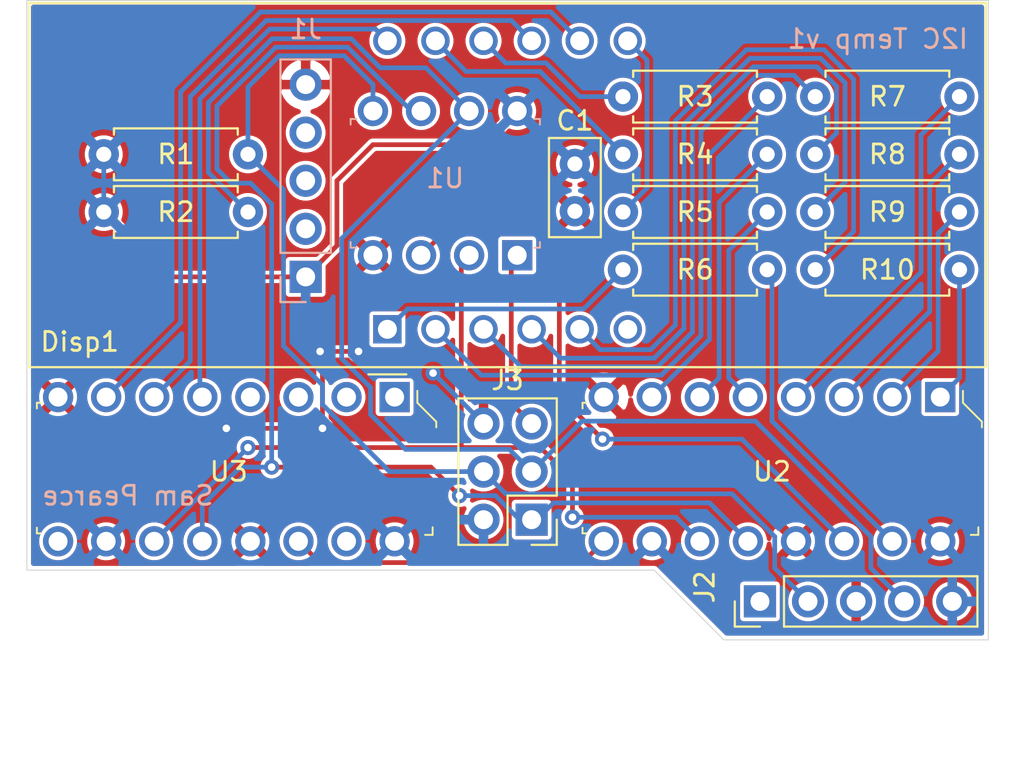
<source format=kicad_pcb>
(kicad_pcb (version 20171130) (host pcbnew "(5.1.6)-1")

  (general
    (thickness 1.6)
    (drawings 10)
    (tracks 202)
    (zones 0)
    (modules 18)
    (nets 40)
  )

  (page A4)
  (layers
    (0 F.Cu signal)
    (31 B.Cu signal)
    (32 B.Adhes user)
    (33 F.Adhes user)
    (34 B.Paste user)
    (35 F.Paste user)
    (36 B.SilkS user)
    (37 F.SilkS user)
    (38 B.Mask user)
    (39 F.Mask user)
    (40 Dwgs.User user)
    (41 Cmts.User user)
    (42 Eco1.User user)
    (43 Eco2.User user)
    (44 Edge.Cuts user)
    (45 Margin user)
    (46 B.CrtYd user)
    (47 F.CrtYd user)
    (48 B.Fab user)
    (49 F.Fab user)
  )

  (setup
    (last_trace_width 0.25)
    (trace_clearance 0.2)
    (zone_clearance 0.2)
    (zone_45_only no)
    (trace_min 0.2)
    (via_size 0.8)
    (via_drill 0.4)
    (via_min_size 0.4)
    (via_min_drill 0.3)
    (uvia_size 0.3)
    (uvia_drill 0.1)
    (uvias_allowed no)
    (uvia_min_size 0.2)
    (uvia_min_drill 0.1)
    (edge_width 0.05)
    (segment_width 0.2)
    (pcb_text_width 0.3)
    (pcb_text_size 1.5 1.5)
    (mod_edge_width 0.12)
    (mod_text_size 1 1)
    (mod_text_width 0.15)
    (pad_size 1.524 1.524)
    (pad_drill 0.762)
    (pad_to_mask_clearance 0.05)
    (aux_axis_origin 0 0)
    (visible_elements 7FFFFFFF)
    (pcbplotparams
      (layerselection 0x010fc_ffffffff)
      (usegerberextensions false)
      (usegerberattributes true)
      (usegerberadvancedattributes true)
      (creategerberjobfile true)
      (excludeedgelayer true)
      (linewidth 0.100000)
      (plotframeref false)
      (viasonmask false)
      (mode 1)
      (useauxorigin false)
      (hpglpennumber 1)
      (hpglpenspeed 20)
      (hpglpendiameter 15.000000)
      (psnegative false)
      (psa4output false)
      (plotreference true)
      (plotvalue true)
      (plotinvisibletext false)
      (padsonsilk false)
      (subtractmaskfromsilk false)
      (outputformat 1)
      (mirror false)
      (drillshape 1)
      (scaleselection 1)
      (outputdirectory ""))
  )

  (net 0 "")
  (net 1 GND)
  (net 2 +5V)
  (net 3 "Net-(Disp1-Pad12)")
  (net 4 "Net-(Disp1-Pad11)")
  (net 5 "Net-(Disp1-Pad10)")
  (net 6 "Net-(Disp1-Pad9)")
  (net 7 "Net-(Disp1-Pad8)")
  (net 8 "Net-(Disp1-Pad7)")
  (net 9 "Net-(Disp1-Pad6)")
  (net 10 "Net-(Disp1-Pad5)")
  (net 11 "Net-(Disp1-Pad4)")
  (net 12 "Net-(Disp1-Pad3)")
  (net 13 "Net-(Disp1-Pad2)")
  (net 14 "Net-(Disp1-Pad1)")
  (net 15 "Net-(J1-Pad4)")
  (net 16 "Net-(J1-Pad3)")
  (net 17 "Net-(J1-Pad2)")
  (net 18 "Net-(J2-Pad4)")
  (net 19 "Net-(J2-Pad2)")
  (net 20 "Net-(J2-Pad1)")
  (net 21 "Net-(J3-Pad5)")
  (net 22 "Net-(J3-Pad1)")
  (net 23 "Net-(R3-Pad2)")
  (net 24 "Net-(R4-Pad2)")
  (net 25 "Net-(R5-Pad2)")
  (net 26 "Net-(R6-Pad2)")
  (net 27 "Net-(R7-Pad2)")
  (net 28 "Net-(R8-Pad2)")
  (net 29 "Net-(R9-Pad2)")
  (net 30 "Net-(R10-Pad2)")
  (net 31 "Net-(U1-Pad3)")
  (net 32 "Net-(U1-Pad2)")
  (net 33 "Net-(U2-Pad9)")
  (net 34 "Net-(U3-Pad9)")
  (net 35 "Net-(U3-Pad15)")
  (net 36 "Net-(U3-Pad4)")
  (net 37 "Net-(U3-Pad3)")
  (net 38 "Net-(U3-Pad2)")
  (net 39 "Net-(U3-Pad1)")

  (net_class Default "This is the default net class."
    (clearance 0.2)
    (trace_width 0.25)
    (via_dia 0.8)
    (via_drill 0.4)
    (uvia_dia 0.3)
    (uvia_drill 0.1)
    (add_net +5V)
    (add_net GND)
    (add_net "Net-(Disp1-Pad1)")
    (add_net "Net-(Disp1-Pad10)")
    (add_net "Net-(Disp1-Pad11)")
    (add_net "Net-(Disp1-Pad12)")
    (add_net "Net-(Disp1-Pad2)")
    (add_net "Net-(Disp1-Pad3)")
    (add_net "Net-(Disp1-Pad4)")
    (add_net "Net-(Disp1-Pad5)")
    (add_net "Net-(Disp1-Pad6)")
    (add_net "Net-(Disp1-Pad7)")
    (add_net "Net-(Disp1-Pad8)")
    (add_net "Net-(Disp1-Pad9)")
    (add_net "Net-(J1-Pad2)")
    (add_net "Net-(J1-Pad3)")
    (add_net "Net-(J1-Pad4)")
    (add_net "Net-(J2-Pad1)")
    (add_net "Net-(J2-Pad2)")
    (add_net "Net-(J2-Pad4)")
    (add_net "Net-(J3-Pad1)")
    (add_net "Net-(J3-Pad5)")
    (add_net "Net-(R10-Pad2)")
    (add_net "Net-(R3-Pad2)")
    (add_net "Net-(R4-Pad2)")
    (add_net "Net-(R5-Pad2)")
    (add_net "Net-(R6-Pad2)")
    (add_net "Net-(R7-Pad2)")
    (add_net "Net-(R8-Pad2)")
    (add_net "Net-(R9-Pad2)")
    (add_net "Net-(U1-Pad2)")
    (add_net "Net-(U1-Pad3)")
    (add_net "Net-(U2-Pad9)")
    (add_net "Net-(U3-Pad1)")
    (add_net "Net-(U3-Pad15)")
    (add_net "Net-(U3-Pad2)")
    (add_net "Net-(U3-Pad3)")
    (add_net "Net-(U3-Pad4)")
    (add_net "Net-(U3-Pad9)")
  )

  (module digikey-footprints:DIP-16_W7.62mm (layer F.Cu) (tedit 59C51584) (tstamp 6003C912)
    (at 136.271 84.455 270)
    (path /60035494)
    (fp_text reference U3 (at 3.94 8.763 180) (layer F.SilkS)
      (effects (font (size 1 1) (thickness 0.15)))
    )
    (fp_text value SN74HC595N (at 3.8 20 90) (layer F.Fab)
      (effects (font (size 1 1) (thickness 0.15)))
    )
    (fp_line (start 0.3 18.7) (end 0.3 18.9) (layer F.SilkS) (width 0.1))
    (fp_line (start 0.3 18.9) (end 0.6 18.9) (layer F.SilkS) (width 0.1))
    (fp_line (start 6.9 18.9) (end 7.2 18.9) (layer F.SilkS) (width 0.1))
    (fp_line (start 7.2 18.9) (end 7.2 18.7) (layer F.SilkS) (width 0.1))
    (fp_line (start 0.48 18.79) (end 7.08 18.79) (layer F.Fab) (width 0.1))
    (fp_line (start -1.05 19.05) (end 8.67 19.05) (layer F.CrtYd) (width 0.05))
    (fp_line (start -0.08 -1.2) (end -0.33 -1.2) (layer F.SilkS) (width 0.1))
    (fp_line (start 0.3 -1.2) (end -0.07 -1.2) (layer F.SilkS) (width 0.1))
    (fp_line (start -1.05 -2.25) (end 8.67 -2.25) (layer F.CrtYd) (width 0.05))
    (fp_line (start 8.67 19.05) (end 8.67 -2.25) (layer F.CrtYd) (width 0.05))
    (fp_line (start -1.05 -2.25) (end -1.05 19.05) (layer F.CrtYd) (width 0.05))
    (fp_line (start 1.6 -2.2) (end 1.3 -2.2) (layer F.SilkS) (width 0.1))
    (fp_line (start 1.3 -2.2) (end 0.3 -1.2) (layer F.SilkS) (width 0.1))
    (fp_line (start 7.28 -1.61) (end 7.28 -2.01) (layer F.SilkS) (width 0.1))
    (fp_line (start 7.28 -2.01) (end 6.88 -2.01) (layer F.SilkS) (width 0.1))
    (fp_line (start 0.48 -0.9) (end 0.48 18.79) (layer F.Fab) (width 0.1))
    (fp_line (start 1.38 -1.8) (end 7.08 -1.8) (layer F.Fab) (width 0.1))
    (fp_line (start 0.48 -0.9) (end 1.38 -1.8) (layer F.Fab) (width 0.1))
    (fp_line (start 7.08 -1.8) (end 7.08 18.79) (layer F.Fab) (width 0.1))
    (fp_text user REF** (at 3.84 7.97 90) (layer F.Fab)
      (effects (font (size 1 1) (thickness 0.1)))
    )
    (pad 9 thru_hole circle (at 7.62 17.78 270) (size 1.6 1.6) (drill 1) (layers *.Cu *.Mask)
      (net 34 "Net-(U3-Pad9)"))
    (pad 8 thru_hole circle (at 0 17.78 270) (size 1.6 1.6) (drill 1) (layers *.Cu *.Mask)
      (net 1 GND))
    (pad 16 thru_hole circle (at 7.62 0 270) (size 1.6 1.6) (drill 1) (layers *.Cu *.Mask)
      (net 2 +5V))
    (pad 15 thru_hole circle (at 7.62 2.54 270) (size 1.6 1.6) (drill 1) (layers *.Cu *.Mask)
      (net 35 "Net-(U3-Pad15)"))
    (pad 14 thru_hole circle (at 7.62 5.08 270) (size 1.6 1.6) (drill 1) (layers *.Cu *.Mask)
      (net 33 "Net-(U2-Pad9)"))
    (pad 13 thru_hole circle (at 7.62 7.62 270) (size 1.6 1.6) (drill 1) (layers *.Cu *.Mask)
      (net 1 GND))
    (pad 12 thru_hole circle (at 7.62 10.16 270) (size 1.6 1.6) (drill 1) (layers *.Cu *.Mask)
      (net 22 "Net-(J3-Pad1)"))
    (pad 11 thru_hole circle (at 7.62 12.7 270) (size 1.6 1.6) (drill 1) (layers *.Cu *.Mask)
      (net 32 "Net-(U1-Pad2)"))
    (pad 10 thru_hole circle (at 7.62 15.24 270) (size 1.6 1.6) (drill 1) (layers *.Cu *.Mask)
      (net 2 +5V))
    (pad 7 thru_hole circle (at 0 15.24 270) (size 1.6 1.6) (drill 1) (layers *.Cu *.Mask)
      (net 7 "Net-(Disp1-Pad8)"))
    (pad 6 thru_hole circle (at 0 12.7 270) (size 1.6 1.6) (drill 1) (layers *.Cu *.Mask)
      (net 6 "Net-(Disp1-Pad9)"))
    (pad 5 thru_hole circle (at 0 10.16 270) (size 1.6 1.6) (drill 1) (layers *.Cu *.Mask)
      (net 3 "Net-(Disp1-Pad12)"))
    (pad 4 thru_hole circle (at 0 7.62 270) (size 1.6 1.6) (drill 1) (layers *.Cu *.Mask)
      (net 36 "Net-(U3-Pad4)"))
    (pad 3 thru_hole circle (at 0 5.08 270) (size 1.6 1.6) (drill 1) (layers *.Cu *.Mask)
      (net 37 "Net-(U3-Pad3)"))
    (pad 2 thru_hole circle (at 0 2.54 270) (size 1.6 1.6) (drill 1) (layers *.Cu *.Mask)
      (net 38 "Net-(U3-Pad2)"))
    (pad 1 thru_hole rect (at 0 0 270) (size 1.6 1.6) (drill 1) (layers *.Cu *.Mask)
      (net 39 "Net-(U3-Pad1)"))
  )

  (module digikey-footprints:DIP-16_W7.62mm (layer F.Cu) (tedit 59C51584) (tstamp 6003B657)
    (at 165.1 84.455 270)
    (path /60036366)
    (fp_text reference U2 (at 3.937 8.89 180) (layer F.SilkS)
      (effects (font (size 1 1) (thickness 0.15)))
    )
    (fp_text value SN74HC595N (at 3.8 20 90) (layer F.Fab)
      (effects (font (size 1 1) (thickness 0.15)))
    )
    (fp_line (start 0.3 18.7) (end 0.3 18.9) (layer F.SilkS) (width 0.1))
    (fp_line (start 0.3 18.9) (end 0.6 18.9) (layer F.SilkS) (width 0.1))
    (fp_line (start 6.9 18.9) (end 7.2 18.9) (layer F.SilkS) (width 0.1))
    (fp_line (start 7.2 18.9) (end 7.2 18.7) (layer F.SilkS) (width 0.1))
    (fp_line (start 0.48 18.79) (end 7.08 18.79) (layer F.Fab) (width 0.1))
    (fp_line (start -1.05 19.05) (end 8.67 19.05) (layer F.CrtYd) (width 0.05))
    (fp_line (start -0.08 -1.2) (end -0.33 -1.2) (layer F.SilkS) (width 0.1))
    (fp_line (start 0.3 -1.2) (end -0.07 -1.2) (layer F.SilkS) (width 0.1))
    (fp_line (start -1.05 -2.25) (end 8.67 -2.25) (layer F.CrtYd) (width 0.05))
    (fp_line (start 8.67 19.05) (end 8.67 -2.25) (layer F.CrtYd) (width 0.05))
    (fp_line (start -1.05 -2.25) (end -1.05 19.05) (layer F.CrtYd) (width 0.05))
    (fp_line (start 1.6 -2.2) (end 1.3 -2.2) (layer F.SilkS) (width 0.1))
    (fp_line (start 1.3 -2.2) (end 0.3 -1.2) (layer F.SilkS) (width 0.1))
    (fp_line (start 7.28 -1.61) (end 7.28 -2.01) (layer F.SilkS) (width 0.1))
    (fp_line (start 7.28 -2.01) (end 6.88 -2.01) (layer F.SilkS) (width 0.1))
    (fp_line (start 0.48 -0.9) (end 0.48 18.79) (layer F.Fab) (width 0.1))
    (fp_line (start 1.38 -1.8) (end 7.08 -1.8) (layer F.Fab) (width 0.1))
    (fp_line (start 0.48 -0.9) (end 1.38 -1.8) (layer F.Fab) (width 0.1))
    (fp_line (start 7.08 -1.8) (end 7.08 18.79) (layer F.Fab) (width 0.1))
    (fp_text user REF** (at 3.84 7.97 90) (layer F.Fab)
      (effects (font (size 1 1) (thickness 0.1)))
    )
    (pad 9 thru_hole circle (at 7.62 17.78 270) (size 1.6 1.6) (drill 1) (layers *.Cu *.Mask)
      (net 33 "Net-(U2-Pad9)"))
    (pad 8 thru_hole circle (at 0 17.78 270) (size 1.6 1.6) (drill 1) (layers *.Cu *.Mask)
      (net 1 GND))
    (pad 16 thru_hole circle (at 7.62 0 270) (size 1.6 1.6) (drill 1) (layers *.Cu *.Mask)
      (net 2 +5V))
    (pad 15 thru_hole circle (at 7.62 2.54 270) (size 1.6 1.6) (drill 1) (layers *.Cu *.Mask)
      (net 26 "Net-(R6-Pad2)"))
    (pad 14 thru_hole circle (at 7.62 5.08 270) (size 1.6 1.6) (drill 1) (layers *.Cu *.Mask)
      (net 31 "Net-(U1-Pad3)"))
    (pad 13 thru_hole circle (at 7.62 7.62 270) (size 1.6 1.6) (drill 1) (layers *.Cu *.Mask)
      (net 1 GND))
    (pad 12 thru_hole circle (at 7.62 10.16 270) (size 1.6 1.6) (drill 1) (layers *.Cu *.Mask)
      (net 22 "Net-(J3-Pad1)"))
    (pad 11 thru_hole circle (at 7.62 12.7 270) (size 1.6 1.6) (drill 1) (layers *.Cu *.Mask)
      (net 32 "Net-(U1-Pad2)"))
    (pad 10 thru_hole circle (at 7.62 15.24 270) (size 1.6 1.6) (drill 1) (layers *.Cu *.Mask)
      (net 2 +5V))
    (pad 7 thru_hole circle (at 0 15.24 270) (size 1.6 1.6) (drill 1) (layers *.Cu *.Mask)
      (net 23 "Net-(R3-Pad2)"))
    (pad 6 thru_hole circle (at 0 12.7 270) (size 1.6 1.6) (drill 1) (layers *.Cu *.Mask)
      (net 24 "Net-(R4-Pad2)"))
    (pad 5 thru_hole circle (at 0 10.16 270) (size 1.6 1.6) (drill 1) (layers *.Cu *.Mask)
      (net 25 "Net-(R5-Pad2)"))
    (pad 4 thru_hole circle (at 0 7.62 270) (size 1.6 1.6) (drill 1) (layers *.Cu *.Mask)
      (net 27 "Net-(R7-Pad2)"))
    (pad 3 thru_hole circle (at 0 5.08 270) (size 1.6 1.6) (drill 1) (layers *.Cu *.Mask)
      (net 28 "Net-(R8-Pad2)"))
    (pad 2 thru_hole circle (at 0 2.54 270) (size 1.6 1.6) (drill 1) (layers *.Cu *.Mask)
      (net 29 "Net-(R9-Pad2)"))
    (pad 1 thru_hole rect (at 0 0 270) (size 1.6 1.6) (drill 1) (layers *.Cu *.Mask)
      (net 30 "Net-(R10-Pad2)"))
  )

  (module digikey-footprints:DIP-8_W7.62mm (layer B.Cu) (tedit 5B86B3A2) (tstamp 6003E698)
    (at 142.748 76.962 90)
    (descr http://media.digikey.com/pdf/Data%20Sheets/Lite-On%20PDFs/6N137%20Series.pdf)
    (path /60033F93)
    (fp_text reference U1 (at 4.064 -3.81) (layer B.SilkS)
      (effects (font (size 1 1) (thickness 0.15)) (justify mirror))
    )
    (fp_text value ATTINY85-20PU (at 3.94 -10.33 -90) (layer B.Fab)
      (effects (font (size 1 1) (thickness 0.15)) (justify mirror))
    )
    (fp_line (start -1.05 -8.89) (end 8.67 -8.89) (layer B.CrtYd) (width 0.1))
    (fp_line (start -1.05 1.29) (end -1.05 -8.89) (layer B.CrtYd) (width 0.1))
    (fp_line (start 8.67 1.29) (end 8.67 -8.89) (layer B.CrtYd) (width 0.1))
    (fp_line (start -1.05 1.29) (end 8.67 1.29) (layer B.CrtYd) (width 0.1))
    (fp_line (start 0.4 0.9) (end 0.4 1.2) (layer B.SilkS) (width 0.1))
    (fp_line (start 0.4 1.2) (end 0.7 1.2) (layer B.SilkS) (width 0.1))
    (fp_line (start 7.2 0.9) (end 7.2 1.2) (layer B.SilkS) (width 0.1))
    (fp_line (start 7.2 1.2) (end 6.9 1.2) (layer B.SilkS) (width 0.1))
    (fp_line (start 7.2 -8.5) (end 7.2 -8.8) (layer B.SilkS) (width 0.1))
    (fp_line (start 7.2 -8.8) (end 6.9 -8.8) (layer B.SilkS) (width 0.1))
    (fp_line (start 0.4 -8.5) (end 0.4 -8.8) (layer B.SilkS) (width 0.1))
    (fp_line (start 0.4 -8.8) (end 0.7 -8.8) (layer B.SilkS) (width 0.1))
    (fp_line (start 0.55 -8.64) (end 7.05 -8.64) (layer B.Fab) (width 0.1))
    (fp_line (start 0.55 1.04) (end 7.05 1.04) (layer B.Fab) (width 0.1))
    (fp_line (start 7.05 1.04) (end 7.05 -8.64) (layer B.Fab) (width 0.1))
    (fp_line (start 0.55 1.04) (end 0.55 -8.64) (layer B.Fab) (width 0.1))
    (fp_text user REF** (at 3.94 -3.49 -90) (layer B.Fab)
      (effects (font (size 1 1) (thickness 0.1)) (justify mirror))
    )
    (pad 8 thru_hole circle (at 7.62 0 90) (size 1.6 1.6) (drill 1) (layers *.Cu *.Mask)
      (net 2 +5V))
    (pad 7 thru_hole circle (at 7.62 -2.54 90) (size 1.6 1.6) (drill 1) (layers *.Cu *.Mask)
      (net 18 "Net-(J2-Pad4)"))
    (pad 6 thru_hole circle (at 7.62 -5.08 90) (size 1.6 1.6) (drill 1) (layers *.Cu *.Mask)
      (net 22 "Net-(J3-Pad1)"))
    (pad 5 thru_hole circle (at 7.62 -7.62 90) (size 1.6 1.6) (drill 1) (layers *.Cu *.Mask)
      (net 19 "Net-(J2-Pad2)"))
    (pad 4 thru_hole circle (at 0 -7.62 90) (size 1.6 1.6) (drill 1) (layers *.Cu *.Mask)
      (net 1 GND))
    (pad 3 thru_hole circle (at 0 -5.08 90) (size 1.6 1.6) (drill 1) (layers *.Cu *.Mask)
      (net 31 "Net-(U1-Pad3)"))
    (pad 2 thru_hole circle (at 0 -2.54 90) (size 1.6 1.6) (drill 1) (layers *.Cu *.Mask)
      (net 32 "Net-(U1-Pad2)"))
    (pad 1 thru_hole rect (at 0 0 90) (size 1.6 1.6) (drill 1) (layers *.Cu *.Mask)
      (net 21 "Net-(J3-Pad5)"))
    (model ${KISYS3DMOD}/Housings_DIP.3dshapes/DIP-8_W7.62mm.wrl
      (at (xyz 0 0 0))
      (scale (xyz 1 1 1))
      (rotate (xyz 0 0 0))
    )
  )

  (module Resistor_THT:R_Axial_DIN0207_L6.3mm_D2.5mm_P7.62mm_Horizontal (layer F.Cu) (tedit 5AE5139B) (tstamp 6003B612)
    (at 148.336 68.58)
    (descr "Resistor, Axial_DIN0207 series, Axial, Horizontal, pin pitch=7.62mm, 0.25W = 1/4W, length*diameter=6.3*2.5mm^2, http://cdn-reichelt.de/documents/datenblatt/B400/1_4W%23YAG.pdf")
    (tags "Resistor Axial_DIN0207 series Axial Horizontal pin pitch 7.62mm 0.25W = 1/4W length 6.3mm diameter 2.5mm")
    (path /60063B9C)
    (fp_text reference R3 (at 3.81 0) (layer F.SilkS)
      (effects (font (size 1 1) (thickness 0.15)))
    )
    (fp_text value 120 (at 3.81 2.37) (layer F.Fab)
      (effects (font (size 1 1) (thickness 0.15)))
    )
    (fp_line (start 0.66 -1.25) (end 0.66 1.25) (layer F.Fab) (width 0.1))
    (fp_line (start 0.66 1.25) (end 6.96 1.25) (layer F.Fab) (width 0.1))
    (fp_line (start 6.96 1.25) (end 6.96 -1.25) (layer F.Fab) (width 0.1))
    (fp_line (start 6.96 -1.25) (end 0.66 -1.25) (layer F.Fab) (width 0.1))
    (fp_line (start 0 0) (end 0.66 0) (layer F.Fab) (width 0.1))
    (fp_line (start 7.62 0) (end 6.96 0) (layer F.Fab) (width 0.1))
    (fp_line (start 0.54 -1.04) (end 0.54 -1.37) (layer F.SilkS) (width 0.12))
    (fp_line (start 0.54 -1.37) (end 7.08 -1.37) (layer F.SilkS) (width 0.12))
    (fp_line (start 7.08 -1.37) (end 7.08 -1.04) (layer F.SilkS) (width 0.12))
    (fp_line (start 0.54 1.04) (end 0.54 1.37) (layer F.SilkS) (width 0.12))
    (fp_line (start 0.54 1.37) (end 7.08 1.37) (layer F.SilkS) (width 0.12))
    (fp_line (start 7.08 1.37) (end 7.08 1.04) (layer F.SilkS) (width 0.12))
    (fp_line (start -1.05 -1.5) (end -1.05 1.5) (layer F.CrtYd) (width 0.05))
    (fp_line (start -1.05 1.5) (end 8.67 1.5) (layer F.CrtYd) (width 0.05))
    (fp_line (start 8.67 1.5) (end 8.67 -1.5) (layer F.CrtYd) (width 0.05))
    (fp_line (start 8.67 -1.5) (end -1.05 -1.5) (layer F.CrtYd) (width 0.05))
    (fp_text user %R (at 3.81 0) (layer F.Fab)
      (effects (font (size 1 1) (thickness 0.15)))
    )
    (pad 2 thru_hole oval (at 7.62 0) (size 1.6 1.6) (drill 0.8) (layers *.Cu *.Mask)
      (net 23 "Net-(R3-Pad2)"))
    (pad 1 thru_hole circle (at 0 0) (size 1.6 1.6) (drill 0.8) (layers *.Cu *.Mask)
      (net 5 "Net-(Disp1-Pad10)"))
    (model ${KISYS3DMOD}/Resistor_THT.3dshapes/R_Axial_DIN0207_L6.3mm_D2.5mm_P7.62mm_Horizontal.wrl
      (at (xyz 0 0 0))
      (scale (xyz 1 1 1))
      (rotate (xyz 0 0 0))
    )
  )

  (module Resistor_THT:R_Axial_DIN0207_L6.3mm_D2.5mm_P7.62mm_Horizontal (layer F.Cu) (tedit 5AE5139B) (tstamp 6003B5FB)
    (at 158.496 74.676)
    (descr "Resistor, Axial_DIN0207 series, Axial, Horizontal, pin pitch=7.62mm, 0.25W = 1/4W, length*diameter=6.3*2.5mm^2, http://cdn-reichelt.de/documents/datenblatt/B400/1_4W%23YAG.pdf")
    (tags "Resistor Axial_DIN0207 series Axial Horizontal pin pitch 7.62mm 0.25W = 1/4W length 6.3mm diameter 2.5mm")
    (path /60063828)
    (fp_text reference R9 (at 3.81 0) (layer F.SilkS)
      (effects (font (size 1 1) (thickness 0.15)))
    )
    (fp_text value 120 (at 3.81 2.37) (layer F.Fab)
      (effects (font (size 1 1) (thickness 0.15)))
    )
    (fp_line (start 0.66 -1.25) (end 0.66 1.25) (layer F.Fab) (width 0.1))
    (fp_line (start 0.66 1.25) (end 6.96 1.25) (layer F.Fab) (width 0.1))
    (fp_line (start 6.96 1.25) (end 6.96 -1.25) (layer F.Fab) (width 0.1))
    (fp_line (start 6.96 -1.25) (end 0.66 -1.25) (layer F.Fab) (width 0.1))
    (fp_line (start 0 0) (end 0.66 0) (layer F.Fab) (width 0.1))
    (fp_line (start 7.62 0) (end 6.96 0) (layer F.Fab) (width 0.1))
    (fp_line (start 0.54 -1.04) (end 0.54 -1.37) (layer F.SilkS) (width 0.12))
    (fp_line (start 0.54 -1.37) (end 7.08 -1.37) (layer F.SilkS) (width 0.12))
    (fp_line (start 7.08 -1.37) (end 7.08 -1.04) (layer F.SilkS) (width 0.12))
    (fp_line (start 0.54 1.04) (end 0.54 1.37) (layer F.SilkS) (width 0.12))
    (fp_line (start 0.54 1.37) (end 7.08 1.37) (layer F.SilkS) (width 0.12))
    (fp_line (start 7.08 1.37) (end 7.08 1.04) (layer F.SilkS) (width 0.12))
    (fp_line (start -1.05 -1.5) (end -1.05 1.5) (layer F.CrtYd) (width 0.05))
    (fp_line (start -1.05 1.5) (end 8.67 1.5) (layer F.CrtYd) (width 0.05))
    (fp_line (start 8.67 1.5) (end 8.67 -1.5) (layer F.CrtYd) (width 0.05))
    (fp_line (start 8.67 -1.5) (end -1.05 -1.5) (layer F.CrtYd) (width 0.05))
    (fp_text user %R (at 3.81 0) (layer F.Fab)
      (effects (font (size 1 1) (thickness 0.15)))
    )
    (pad 2 thru_hole oval (at 7.62 0) (size 1.6 1.6) (drill 0.8) (layers *.Cu *.Mask)
      (net 29 "Net-(R9-Pad2)"))
    (pad 1 thru_hole circle (at 0 0) (size 1.6 1.6) (drill 0.8) (layers *.Cu *.Mask)
      (net 11 "Net-(Disp1-Pad4)"))
    (model ${KISYS3DMOD}/Resistor_THT.3dshapes/R_Axial_DIN0207_L6.3mm_D2.5mm_P7.62mm_Horizontal.wrl
      (at (xyz 0 0 0))
      (scale (xyz 1 1 1))
      (rotate (xyz 0 0 0))
    )
  )

  (module Resistor_THT:R_Axial_DIN0207_L6.3mm_D2.5mm_P7.62mm_Horizontal (layer F.Cu) (tedit 5AE5139B) (tstamp 6003B5E4)
    (at 148.336 71.628)
    (descr "Resistor, Axial_DIN0207 series, Axial, Horizontal, pin pitch=7.62mm, 0.25W = 1/4W, length*diameter=6.3*2.5mm^2, http://cdn-reichelt.de/documents/datenblatt/B400/1_4W%23YAG.pdf")
    (tags "Resistor Axial_DIN0207 series Axial Horizontal pin pitch 7.62mm 0.25W = 1/4W length 6.3mm diameter 2.5mm")
    (path /60063223)
    (fp_text reference R4 (at 3.81 0) (layer F.SilkS)
      (effects (font (size 1 1) (thickness 0.15)))
    )
    (fp_text value 120 (at 3.81 2.37) (layer F.Fab)
      (effects (font (size 1 1) (thickness 0.15)))
    )
    (fp_line (start 0.66 -1.25) (end 0.66 1.25) (layer F.Fab) (width 0.1))
    (fp_line (start 0.66 1.25) (end 6.96 1.25) (layer F.Fab) (width 0.1))
    (fp_line (start 6.96 1.25) (end 6.96 -1.25) (layer F.Fab) (width 0.1))
    (fp_line (start 6.96 -1.25) (end 0.66 -1.25) (layer F.Fab) (width 0.1))
    (fp_line (start 0 0) (end 0.66 0) (layer F.Fab) (width 0.1))
    (fp_line (start 7.62 0) (end 6.96 0) (layer F.Fab) (width 0.1))
    (fp_line (start 0.54 -1.04) (end 0.54 -1.37) (layer F.SilkS) (width 0.12))
    (fp_line (start 0.54 -1.37) (end 7.08 -1.37) (layer F.SilkS) (width 0.12))
    (fp_line (start 7.08 -1.37) (end 7.08 -1.04) (layer F.SilkS) (width 0.12))
    (fp_line (start 0.54 1.04) (end 0.54 1.37) (layer F.SilkS) (width 0.12))
    (fp_line (start 0.54 1.37) (end 7.08 1.37) (layer F.SilkS) (width 0.12))
    (fp_line (start 7.08 1.37) (end 7.08 1.04) (layer F.SilkS) (width 0.12))
    (fp_line (start -1.05 -1.5) (end -1.05 1.5) (layer F.CrtYd) (width 0.05))
    (fp_line (start -1.05 1.5) (end 8.67 1.5) (layer F.CrtYd) (width 0.05))
    (fp_line (start 8.67 1.5) (end 8.67 -1.5) (layer F.CrtYd) (width 0.05))
    (fp_line (start 8.67 -1.5) (end -1.05 -1.5) (layer F.CrtYd) (width 0.05))
    (fp_text user %R (at 3.81 0) (layer F.Fab)
      (effects (font (size 1 1) (thickness 0.15)))
    )
    (pad 2 thru_hole oval (at 7.62 0) (size 1.6 1.6) (drill 0.8) (layers *.Cu *.Mask)
      (net 24 "Net-(R4-Pad2)"))
    (pad 1 thru_hole circle (at 0 0) (size 1.6 1.6) (drill 0.8) (layers *.Cu *.Mask)
      (net 4 "Net-(Disp1-Pad11)"))
    (model ${KISYS3DMOD}/Resistor_THT.3dshapes/R_Axial_DIN0207_L6.3mm_D2.5mm_P7.62mm_Horizontal.wrl
      (at (xyz 0 0 0))
      (scale (xyz 1 1 1))
      (rotate (xyz 0 0 0))
    )
  )

  (module Resistor_THT:R_Axial_DIN0207_L6.3mm_D2.5mm_P7.62mm_Horizontal locked (layer F.Cu) (tedit 5AE5139B) (tstamp 6003B5CD)
    (at 158.496 77.724)
    (descr "Resistor, Axial_DIN0207 series, Axial, Horizontal, pin pitch=7.62mm, 0.25W = 1/4W, length*diameter=6.3*2.5mm^2, http://cdn-reichelt.de/documents/datenblatt/B400/1_4W%23YAG.pdf")
    (tags "Resistor Axial_DIN0207 series Axial Horizontal pin pitch 7.62mm 0.25W = 1/4W length 6.3mm diameter 2.5mm")
    (path /60062F99)
    (fp_text reference R10 (at 3.81 0) (layer F.SilkS)
      (effects (font (size 1 1) (thickness 0.15)))
    )
    (fp_text value 120 (at 3.81 2.37) (layer F.Fab)
      (effects (font (size 1 1) (thickness 0.15)))
    )
    (fp_line (start 0.66 -1.25) (end 0.66 1.25) (layer F.Fab) (width 0.1))
    (fp_line (start 0.66 1.25) (end 6.96 1.25) (layer F.Fab) (width 0.1))
    (fp_line (start 6.96 1.25) (end 6.96 -1.25) (layer F.Fab) (width 0.1))
    (fp_line (start 6.96 -1.25) (end 0.66 -1.25) (layer F.Fab) (width 0.1))
    (fp_line (start 0 0) (end 0.66 0) (layer F.Fab) (width 0.1))
    (fp_line (start 7.62 0) (end 6.96 0) (layer F.Fab) (width 0.1))
    (fp_line (start 0.54 -1.04) (end 0.54 -1.37) (layer F.SilkS) (width 0.12))
    (fp_line (start 0.54 -1.37) (end 7.08 -1.37) (layer F.SilkS) (width 0.12))
    (fp_line (start 7.08 -1.37) (end 7.08 -1.04) (layer F.SilkS) (width 0.12))
    (fp_line (start 0.54 1.04) (end 0.54 1.37) (layer F.SilkS) (width 0.12))
    (fp_line (start 0.54 1.37) (end 7.08 1.37) (layer F.SilkS) (width 0.12))
    (fp_line (start 7.08 1.37) (end 7.08 1.04) (layer F.SilkS) (width 0.12))
    (fp_line (start -1.05 -1.5) (end -1.05 1.5) (layer F.CrtYd) (width 0.05))
    (fp_line (start -1.05 1.5) (end 8.67 1.5) (layer F.CrtYd) (width 0.05))
    (fp_line (start 8.67 1.5) (end 8.67 -1.5) (layer F.CrtYd) (width 0.05))
    (fp_line (start 8.67 -1.5) (end -1.05 -1.5) (layer F.CrtYd) (width 0.05))
    (fp_text user %R (at 3.81 0) (layer F.Fab)
      (effects (font (size 1 1) (thickness 0.15)))
    )
    (pad 2 thru_hole oval (at 7.62 0) (size 1.6 1.6) (drill 0.8) (layers *.Cu *.Mask)
      (net 30 "Net-(R10-Pad2)"))
    (pad 1 thru_hole circle (at 0 0) (size 1.6 1.6) (drill 0.8) (layers *.Cu *.Mask)
      (net 10 "Net-(Disp1-Pad5)"))
    (model ${KISYS3DMOD}/Resistor_THT.3dshapes/R_Axial_DIN0207_L6.3mm_D2.5mm_P7.62mm_Horizontal.wrl
      (at (xyz 0 0 0))
      (scale (xyz 1 1 1))
      (rotate (xyz 0 0 0))
    )
  )

  (module Resistor_THT:R_Axial_DIN0207_L6.3mm_D2.5mm_P7.62mm_Horizontal (layer F.Cu) (tedit 5AE5139B) (tstamp 6003B5B6)
    (at 148.336 74.676)
    (descr "Resistor, Axial_DIN0207 series, Axial, Horizontal, pin pitch=7.62mm, 0.25W = 1/4W, length*diameter=6.3*2.5mm^2, http://cdn-reichelt.de/documents/datenblatt/B400/1_4W%23YAG.pdf")
    (tags "Resistor Axial_DIN0207 series Axial Horizontal pin pitch 7.62mm 0.25W = 1/4W length 6.3mm diameter 2.5mm")
    (path /60062CF5)
    (fp_text reference R5 (at 3.81 0) (layer F.SilkS)
      (effects (font (size 1 1) (thickness 0.15)))
    )
    (fp_text value 120 (at 3.81 2.37) (layer F.Fab)
      (effects (font (size 1 1) (thickness 0.15)))
    )
    (fp_line (start 0.66 -1.25) (end 0.66 1.25) (layer F.Fab) (width 0.1))
    (fp_line (start 0.66 1.25) (end 6.96 1.25) (layer F.Fab) (width 0.1))
    (fp_line (start 6.96 1.25) (end 6.96 -1.25) (layer F.Fab) (width 0.1))
    (fp_line (start 6.96 -1.25) (end 0.66 -1.25) (layer F.Fab) (width 0.1))
    (fp_line (start 0 0) (end 0.66 0) (layer F.Fab) (width 0.1))
    (fp_line (start 7.62 0) (end 6.96 0) (layer F.Fab) (width 0.1))
    (fp_line (start 0.54 -1.04) (end 0.54 -1.37) (layer F.SilkS) (width 0.12))
    (fp_line (start 0.54 -1.37) (end 7.08 -1.37) (layer F.SilkS) (width 0.12))
    (fp_line (start 7.08 -1.37) (end 7.08 -1.04) (layer F.SilkS) (width 0.12))
    (fp_line (start 0.54 1.04) (end 0.54 1.37) (layer F.SilkS) (width 0.12))
    (fp_line (start 0.54 1.37) (end 7.08 1.37) (layer F.SilkS) (width 0.12))
    (fp_line (start 7.08 1.37) (end 7.08 1.04) (layer F.SilkS) (width 0.12))
    (fp_line (start -1.05 -1.5) (end -1.05 1.5) (layer F.CrtYd) (width 0.05))
    (fp_line (start -1.05 1.5) (end 8.67 1.5) (layer F.CrtYd) (width 0.05))
    (fp_line (start 8.67 1.5) (end 8.67 -1.5) (layer F.CrtYd) (width 0.05))
    (fp_line (start 8.67 -1.5) (end -1.05 -1.5) (layer F.CrtYd) (width 0.05))
    (fp_text user %R (at 3.81 0) (layer F.Fab)
      (effects (font (size 1 1) (thickness 0.15)))
    )
    (pad 2 thru_hole oval (at 7.62 0) (size 1.6 1.6) (drill 0.8) (layers *.Cu *.Mask)
      (net 25 "Net-(R5-Pad2)"))
    (pad 1 thru_hole circle (at 0 0) (size 1.6 1.6) (drill 0.8) (layers *.Cu *.Mask)
      (net 8 "Net-(Disp1-Pad7)"))
    (model ${KISYS3DMOD}/Resistor_THT.3dshapes/R_Axial_DIN0207_L6.3mm_D2.5mm_P7.62mm_Horizontal.wrl
      (at (xyz 0 0 0))
      (scale (xyz 1 1 1))
      (rotate (xyz 0 0 0))
    )
  )

  (module Resistor_THT:R_Axial_DIN0207_L6.3mm_D2.5mm_P7.62mm_Horizontal (layer F.Cu) (tedit 5AE5139B) (tstamp 6003B59F)
    (at 148.336 77.724)
    (descr "Resistor, Axial_DIN0207 series, Axial, Horizontal, pin pitch=7.62mm, 0.25W = 1/4W, length*diameter=6.3*2.5mm^2, http://cdn-reichelt.de/documents/datenblatt/B400/1_4W%23YAG.pdf")
    (tags "Resistor Axial_DIN0207 series Axial Horizontal pin pitch 7.62mm 0.25W = 1/4W length 6.3mm diameter 2.5mm")
    (path /60062B92)
    (fp_text reference R6 (at 3.81 0) (layer F.SilkS)
      (effects (font (size 1 1) (thickness 0.15)))
    )
    (fp_text value 120 (at 3.81 2.37) (layer F.Fab)
      (effects (font (size 1 1) (thickness 0.15)))
    )
    (fp_line (start 0.66 -1.25) (end 0.66 1.25) (layer F.Fab) (width 0.1))
    (fp_line (start 0.66 1.25) (end 6.96 1.25) (layer F.Fab) (width 0.1))
    (fp_line (start 6.96 1.25) (end 6.96 -1.25) (layer F.Fab) (width 0.1))
    (fp_line (start 6.96 -1.25) (end 0.66 -1.25) (layer F.Fab) (width 0.1))
    (fp_line (start 0 0) (end 0.66 0) (layer F.Fab) (width 0.1))
    (fp_line (start 7.62 0) (end 6.96 0) (layer F.Fab) (width 0.1))
    (fp_line (start 0.54 -1.04) (end 0.54 -1.37) (layer F.SilkS) (width 0.12))
    (fp_line (start 0.54 -1.37) (end 7.08 -1.37) (layer F.SilkS) (width 0.12))
    (fp_line (start 7.08 -1.37) (end 7.08 -1.04) (layer F.SilkS) (width 0.12))
    (fp_line (start 0.54 1.04) (end 0.54 1.37) (layer F.SilkS) (width 0.12))
    (fp_line (start 0.54 1.37) (end 7.08 1.37) (layer F.SilkS) (width 0.12))
    (fp_line (start 7.08 1.37) (end 7.08 1.04) (layer F.SilkS) (width 0.12))
    (fp_line (start -1.05 -1.5) (end -1.05 1.5) (layer F.CrtYd) (width 0.05))
    (fp_line (start -1.05 1.5) (end 8.67 1.5) (layer F.CrtYd) (width 0.05))
    (fp_line (start 8.67 1.5) (end 8.67 -1.5) (layer F.CrtYd) (width 0.05))
    (fp_line (start 8.67 -1.5) (end -1.05 -1.5) (layer F.CrtYd) (width 0.05))
    (fp_text user %R (at 3.81 0) (layer F.Fab)
      (effects (font (size 1 1) (thickness 0.15)))
    )
    (pad 2 thru_hole oval (at 7.62 0) (size 1.6 1.6) (drill 0.8) (layers *.Cu *.Mask)
      (net 26 "Net-(R6-Pad2)"))
    (pad 1 thru_hole circle (at 0 0) (size 1.6 1.6) (drill 0.8) (layers *.Cu *.Mask)
      (net 14 "Net-(Disp1-Pad1)"))
    (model ${KISYS3DMOD}/Resistor_THT.3dshapes/R_Axial_DIN0207_L6.3mm_D2.5mm_P7.62mm_Horizontal.wrl
      (at (xyz 0 0 0))
      (scale (xyz 1 1 1))
      (rotate (xyz 0 0 0))
    )
  )

  (module Resistor_THT:R_Axial_DIN0207_L6.3mm_D2.5mm_P7.62mm_Horizontal (layer F.Cu) (tedit 5AE5139B) (tstamp 6003B588)
    (at 158.496 68.58)
    (descr "Resistor, Axial_DIN0207 series, Axial, Horizontal, pin pitch=7.62mm, 0.25W = 1/4W, length*diameter=6.3*2.5mm^2, http://cdn-reichelt.de/documents/datenblatt/B400/1_4W%23YAG.pdf")
    (tags "Resistor Axial_DIN0207 series Axial Horizontal pin pitch 7.62mm 0.25W = 1/4W length 6.3mm diameter 2.5mm")
    (path /6005AF0E)
    (fp_text reference R7 (at 3.81 0) (layer F.SilkS)
      (effects (font (size 1 1) (thickness 0.15)))
    )
    (fp_text value 120 (at 3.81 2.37) (layer F.Fab)
      (effects (font (size 1 1) (thickness 0.15)))
    )
    (fp_line (start 0.66 -1.25) (end 0.66 1.25) (layer F.Fab) (width 0.1))
    (fp_line (start 0.66 1.25) (end 6.96 1.25) (layer F.Fab) (width 0.1))
    (fp_line (start 6.96 1.25) (end 6.96 -1.25) (layer F.Fab) (width 0.1))
    (fp_line (start 6.96 -1.25) (end 0.66 -1.25) (layer F.Fab) (width 0.1))
    (fp_line (start 0 0) (end 0.66 0) (layer F.Fab) (width 0.1))
    (fp_line (start 7.62 0) (end 6.96 0) (layer F.Fab) (width 0.1))
    (fp_line (start 0.54 -1.04) (end 0.54 -1.37) (layer F.SilkS) (width 0.12))
    (fp_line (start 0.54 -1.37) (end 7.08 -1.37) (layer F.SilkS) (width 0.12))
    (fp_line (start 7.08 -1.37) (end 7.08 -1.04) (layer F.SilkS) (width 0.12))
    (fp_line (start 0.54 1.04) (end 0.54 1.37) (layer F.SilkS) (width 0.12))
    (fp_line (start 0.54 1.37) (end 7.08 1.37) (layer F.SilkS) (width 0.12))
    (fp_line (start 7.08 1.37) (end 7.08 1.04) (layer F.SilkS) (width 0.12))
    (fp_line (start -1.05 -1.5) (end -1.05 1.5) (layer F.CrtYd) (width 0.05))
    (fp_line (start -1.05 1.5) (end 8.67 1.5) (layer F.CrtYd) (width 0.05))
    (fp_line (start 8.67 1.5) (end 8.67 -1.5) (layer F.CrtYd) (width 0.05))
    (fp_line (start 8.67 -1.5) (end -1.05 -1.5) (layer F.CrtYd) (width 0.05))
    (fp_text user %R (at 3.81 0) (layer F.Fab)
      (effects (font (size 1 1) (thickness 0.15)))
    )
    (pad 2 thru_hole oval (at 7.62 0) (size 1.6 1.6) (drill 0.8) (layers *.Cu *.Mask)
      (net 27 "Net-(R7-Pad2)"))
    (pad 1 thru_hole circle (at 0 0) (size 1.6 1.6) (drill 0.8) (layers *.Cu *.Mask)
      (net 13 "Net-(Disp1-Pad2)"))
    (model ${KISYS3DMOD}/Resistor_THT.3dshapes/R_Axial_DIN0207_L6.3mm_D2.5mm_P7.62mm_Horizontal.wrl
      (at (xyz 0 0 0))
      (scale (xyz 1 1 1))
      (rotate (xyz 0 0 0))
    )
  )

  (module Resistor_THT:R_Axial_DIN0207_L6.3mm_D2.5mm_P7.62mm_Horizontal (layer F.Cu) (tedit 5AE5139B) (tstamp 6003C1B4)
    (at 158.496 71.628)
    (descr "Resistor, Axial_DIN0207 series, Axial, Horizontal, pin pitch=7.62mm, 0.25W = 1/4W, length*diameter=6.3*2.5mm^2, http://cdn-reichelt.de/documents/datenblatt/B400/1_4W%23YAG.pdf")
    (tags "Resistor Axial_DIN0207 series Axial Horizontal pin pitch 7.62mm 0.25W = 1/4W length 6.3mm diameter 2.5mm")
    (path /6005B69B)
    (fp_text reference R8 (at 3.81 0) (layer F.SilkS)
      (effects (font (size 1 1) (thickness 0.15)))
    )
    (fp_text value 120 (at 3.81 2.37) (layer F.Fab)
      (effects (font (size 1 1) (thickness 0.15)))
    )
    (fp_line (start 0.66 -1.25) (end 0.66 1.25) (layer F.Fab) (width 0.1))
    (fp_line (start 0.66 1.25) (end 6.96 1.25) (layer F.Fab) (width 0.1))
    (fp_line (start 6.96 1.25) (end 6.96 -1.25) (layer F.Fab) (width 0.1))
    (fp_line (start 6.96 -1.25) (end 0.66 -1.25) (layer F.Fab) (width 0.1))
    (fp_line (start 0 0) (end 0.66 0) (layer F.Fab) (width 0.1))
    (fp_line (start 7.62 0) (end 6.96 0) (layer F.Fab) (width 0.1))
    (fp_line (start 0.54 -1.04) (end 0.54 -1.37) (layer F.SilkS) (width 0.12))
    (fp_line (start 0.54 -1.37) (end 7.08 -1.37) (layer F.SilkS) (width 0.12))
    (fp_line (start 7.08 -1.37) (end 7.08 -1.04) (layer F.SilkS) (width 0.12))
    (fp_line (start 0.54 1.04) (end 0.54 1.37) (layer F.SilkS) (width 0.12))
    (fp_line (start 0.54 1.37) (end 7.08 1.37) (layer F.SilkS) (width 0.12))
    (fp_line (start 7.08 1.37) (end 7.08 1.04) (layer F.SilkS) (width 0.12))
    (fp_line (start -1.05 -1.5) (end -1.05 1.5) (layer F.CrtYd) (width 0.05))
    (fp_line (start -1.05 1.5) (end 8.67 1.5) (layer F.CrtYd) (width 0.05))
    (fp_line (start 8.67 1.5) (end 8.67 -1.5) (layer F.CrtYd) (width 0.05))
    (fp_line (start 8.67 -1.5) (end -1.05 -1.5) (layer F.CrtYd) (width 0.05))
    (fp_text user %R (at 3.81 0) (layer F.Fab)
      (effects (font (size 1 1) (thickness 0.15)))
    )
    (pad 2 thru_hole oval (at 7.62 0) (size 1.6 1.6) (drill 0.8) (layers *.Cu *.Mask)
      (net 28 "Net-(R8-Pad2)"))
    (pad 1 thru_hole circle (at 0 0) (size 1.6 1.6) (drill 0.8) (layers *.Cu *.Mask)
      (net 12 "Net-(Disp1-Pad3)"))
    (model ${KISYS3DMOD}/Resistor_THT.3dshapes/R_Axial_DIN0207_L6.3mm_D2.5mm_P7.62mm_Horizontal.wrl
      (at (xyz 0 0 0))
      (scale (xyz 1 1 1))
      (rotate (xyz 0 0 0))
    )
  )

  (module Resistor_THT:R_Axial_DIN0207_L6.3mm_D2.5mm_P7.62mm_Horizontal (layer F.Cu) (tedit 5AE5139B) (tstamp 6003B55A)
    (at 120.904 74.676)
    (descr "Resistor, Axial_DIN0207 series, Axial, Horizontal, pin pitch=7.62mm, 0.25W = 1/4W, length*diameter=6.3*2.5mm^2, http://cdn-reichelt.de/documents/datenblatt/B400/1_4W%23YAG.pdf")
    (tags "Resistor Axial_DIN0207 series Axial Horizontal pin pitch 7.62mm 0.25W = 1/4W length 6.3mm diameter 2.5mm")
    (path /60059807)
    (fp_text reference R2 (at 3.81 0) (layer F.SilkS)
      (effects (font (size 1 1) (thickness 0.15)))
    )
    (fp_text value 10K (at 3.81 2.37) (layer F.Fab)
      (effects (font (size 1 1) (thickness 0.15)))
    )
    (fp_line (start 0.66 -1.25) (end 0.66 1.25) (layer F.Fab) (width 0.1))
    (fp_line (start 0.66 1.25) (end 6.96 1.25) (layer F.Fab) (width 0.1))
    (fp_line (start 6.96 1.25) (end 6.96 -1.25) (layer F.Fab) (width 0.1))
    (fp_line (start 6.96 -1.25) (end 0.66 -1.25) (layer F.Fab) (width 0.1))
    (fp_line (start 0 0) (end 0.66 0) (layer F.Fab) (width 0.1))
    (fp_line (start 7.62 0) (end 6.96 0) (layer F.Fab) (width 0.1))
    (fp_line (start 0.54 -1.04) (end 0.54 -1.37) (layer F.SilkS) (width 0.12))
    (fp_line (start 0.54 -1.37) (end 7.08 -1.37) (layer F.SilkS) (width 0.12))
    (fp_line (start 7.08 -1.37) (end 7.08 -1.04) (layer F.SilkS) (width 0.12))
    (fp_line (start 0.54 1.04) (end 0.54 1.37) (layer F.SilkS) (width 0.12))
    (fp_line (start 0.54 1.37) (end 7.08 1.37) (layer F.SilkS) (width 0.12))
    (fp_line (start 7.08 1.37) (end 7.08 1.04) (layer F.SilkS) (width 0.12))
    (fp_line (start -1.05 -1.5) (end -1.05 1.5) (layer F.CrtYd) (width 0.05))
    (fp_line (start -1.05 1.5) (end 8.67 1.5) (layer F.CrtYd) (width 0.05))
    (fp_line (start 8.67 1.5) (end 8.67 -1.5) (layer F.CrtYd) (width 0.05))
    (fp_line (start 8.67 -1.5) (end -1.05 -1.5) (layer F.CrtYd) (width 0.05))
    (fp_text user %R (at 3.81 0) (layer F.Fab)
      (effects (font (size 1 1) (thickness 0.15)))
    )
    (pad 2 thru_hole oval (at 7.62 0) (size 1.6 1.6) (drill 0.8) (layers *.Cu *.Mask)
      (net 18 "Net-(J2-Pad4)"))
    (pad 1 thru_hole circle (at 0 0) (size 1.6 1.6) (drill 0.8) (layers *.Cu *.Mask)
      (net 2 +5V))
    (model ${KISYS3DMOD}/Resistor_THT.3dshapes/R_Axial_DIN0207_L6.3mm_D2.5mm_P7.62mm_Horizontal.wrl
      (at (xyz 0 0 0))
      (scale (xyz 1 1 1))
      (rotate (xyz 0 0 0))
    )
  )

  (module Resistor_THT:R_Axial_DIN0207_L6.3mm_D2.5mm_P7.62mm_Horizontal (layer F.Cu) (tedit 5AE5139B) (tstamp 6003F52C)
    (at 120.904 71.628)
    (descr "Resistor, Axial_DIN0207 series, Axial, Horizontal, pin pitch=7.62mm, 0.25W = 1/4W, length*diameter=6.3*2.5mm^2, http://cdn-reichelt.de/documents/datenblatt/B400/1_4W%23YAG.pdf")
    (tags "Resistor Axial_DIN0207 series Axial Horizontal pin pitch 7.62mm 0.25W = 1/4W length 6.3mm diameter 2.5mm")
    (path /60059167)
    (fp_text reference R1 (at 3.81 0) (layer F.SilkS)
      (effects (font (size 1 1) (thickness 0.15)))
    )
    (fp_text value 10K (at 3.81 2.37) (layer F.Fab)
      (effects (font (size 1 1) (thickness 0.15)))
    )
    (fp_line (start 0.66 -1.25) (end 0.66 1.25) (layer F.Fab) (width 0.1))
    (fp_line (start 0.66 1.25) (end 6.96 1.25) (layer F.Fab) (width 0.1))
    (fp_line (start 6.96 1.25) (end 6.96 -1.25) (layer F.Fab) (width 0.1))
    (fp_line (start 6.96 -1.25) (end 0.66 -1.25) (layer F.Fab) (width 0.1))
    (fp_line (start 0 0) (end 0.66 0) (layer F.Fab) (width 0.1))
    (fp_line (start 7.62 0) (end 6.96 0) (layer F.Fab) (width 0.1))
    (fp_line (start 0.54 -1.04) (end 0.54 -1.37) (layer F.SilkS) (width 0.12))
    (fp_line (start 0.54 -1.37) (end 7.08 -1.37) (layer F.SilkS) (width 0.12))
    (fp_line (start 7.08 -1.37) (end 7.08 -1.04) (layer F.SilkS) (width 0.12))
    (fp_line (start 0.54 1.04) (end 0.54 1.37) (layer F.SilkS) (width 0.12))
    (fp_line (start 0.54 1.37) (end 7.08 1.37) (layer F.SilkS) (width 0.12))
    (fp_line (start 7.08 1.37) (end 7.08 1.04) (layer F.SilkS) (width 0.12))
    (fp_line (start -1.05 -1.5) (end -1.05 1.5) (layer F.CrtYd) (width 0.05))
    (fp_line (start -1.05 1.5) (end 8.67 1.5) (layer F.CrtYd) (width 0.05))
    (fp_line (start 8.67 1.5) (end 8.67 -1.5) (layer F.CrtYd) (width 0.05))
    (fp_line (start 8.67 -1.5) (end -1.05 -1.5) (layer F.CrtYd) (width 0.05))
    (fp_text user %R (at 3.81 0) (layer F.Fab)
      (effects (font (size 1 1) (thickness 0.15)))
    )
    (pad 2 thru_hole oval (at 7.62 0) (size 1.6 1.6) (drill 0.8) (layers *.Cu *.Mask)
      (net 19 "Net-(J2-Pad2)"))
    (pad 1 thru_hole circle (at 0 0) (size 1.6 1.6) (drill 0.8) (layers *.Cu *.Mask)
      (net 2 +5V))
    (model ${KISYS3DMOD}/Resistor_THT.3dshapes/R_Axial_DIN0207_L6.3mm_D2.5mm_P7.62mm_Horizontal.wrl
      (at (xyz 0 0 0))
      (scale (xyz 1 1 1))
      (rotate (xyz 0 0 0))
    )
  )

  (module Connector_PinHeader_2.54mm:PinHeader_2x03_P2.54mm_Vertical (layer F.Cu) (tedit 59FED5CC) (tstamp 6003B52C)
    (at 143.51 90.932 180)
    (descr "Through hole straight pin header, 2x03, 2.54mm pitch, double rows")
    (tags "Through hole pin header THT 2x03 2.54mm double row")
    (path /60033588)
    (fp_text reference J3 (at 1.27 7.366) (layer F.SilkS)
      (effects (font (size 1 1) (thickness 0.15)))
    )
    (fp_text value AVR-ISP-6 (at 1.27 7.41) (layer F.Fab)
      (effects (font (size 1 1) (thickness 0.15)))
    )
    (fp_line (start 0 -1.27) (end 3.81 -1.27) (layer F.Fab) (width 0.1))
    (fp_line (start 3.81 -1.27) (end 3.81 6.35) (layer F.Fab) (width 0.1))
    (fp_line (start 3.81 6.35) (end -1.27 6.35) (layer F.Fab) (width 0.1))
    (fp_line (start -1.27 6.35) (end -1.27 0) (layer F.Fab) (width 0.1))
    (fp_line (start -1.27 0) (end 0 -1.27) (layer F.Fab) (width 0.1))
    (fp_line (start -1.33 6.41) (end 3.87 6.41) (layer F.SilkS) (width 0.12))
    (fp_line (start -1.33 1.27) (end -1.33 6.41) (layer F.SilkS) (width 0.12))
    (fp_line (start 3.87 -1.33) (end 3.87 6.41) (layer F.SilkS) (width 0.12))
    (fp_line (start -1.33 1.27) (end 1.27 1.27) (layer F.SilkS) (width 0.12))
    (fp_line (start 1.27 1.27) (end 1.27 -1.33) (layer F.SilkS) (width 0.12))
    (fp_line (start 1.27 -1.33) (end 3.87 -1.33) (layer F.SilkS) (width 0.12))
    (fp_line (start -1.33 0) (end -1.33 -1.33) (layer F.SilkS) (width 0.12))
    (fp_line (start -1.33 -1.33) (end 0 -1.33) (layer F.SilkS) (width 0.12))
    (fp_line (start -1.8 -1.8) (end -1.8 6.85) (layer F.CrtYd) (width 0.05))
    (fp_line (start -1.8 6.85) (end 4.35 6.85) (layer F.CrtYd) (width 0.05))
    (fp_line (start 4.35 6.85) (end 4.35 -1.8) (layer F.CrtYd) (width 0.05))
    (fp_line (start 4.35 -1.8) (end -1.8 -1.8) (layer F.CrtYd) (width 0.05))
    (fp_text user %R (at 1.27 2.54 90) (layer F.Fab)
      (effects (font (size 1 1) (thickness 0.15)))
    )
    (pad 6 thru_hole oval (at 2.54 5.08 180) (size 1.7 1.7) (drill 1) (layers *.Cu *.Mask)
      (net 1 GND))
    (pad 5 thru_hole oval (at 0 5.08 180) (size 1.7 1.7) (drill 1) (layers *.Cu *.Mask)
      (net 21 "Net-(J3-Pad5)"))
    (pad 4 thru_hole oval (at 2.54 2.54 180) (size 1.7 1.7) (drill 1) (layers *.Cu *.Mask)
      (net 19 "Net-(J2-Pad2)"))
    (pad 3 thru_hole oval (at 0 2.54 180) (size 1.7 1.7) (drill 1) (layers *.Cu *.Mask)
      (net 18 "Net-(J2-Pad4)"))
    (pad 2 thru_hole oval (at 2.54 0 180) (size 1.7 1.7) (drill 1) (layers *.Cu *.Mask)
      (net 2 +5V))
    (pad 1 thru_hole rect (at 0 0 180) (size 1.7 1.7) (drill 1) (layers *.Cu *.Mask)
      (net 22 "Net-(J3-Pad1)"))
    (model ${KISYS3DMOD}/Connector_PinHeader_2.54mm.3dshapes/PinHeader_2x03_P2.54mm_Vertical.wrl
      (at (xyz 0 0 0))
      (scale (xyz 1 1 1))
      (rotate (xyz 0 0 0))
    )
  )

  (module Connector_PinHeader_2.54mm:PinHeader_1x05_P2.54mm_Vertical (layer F.Cu) (tedit 59FED5CC) (tstamp 6003B510)
    (at 155.575 95.25 90)
    (descr "Through hole straight pin header, 1x05, 2.54mm pitch, single row")
    (tags "Through hole pin header THT 1x05 2.54mm single row")
    (path /600468A5)
    (fp_text reference J2 (at 0.762 -2.921 90) (layer F.SilkS)
      (effects (font (size 1 1) (thickness 0.15)))
    )
    (fp_text value Screw_Terminal_01x05 (at 0 12.49 90) (layer F.Fab)
      (effects (font (size 1 1) (thickness 0.15)))
    )
    (fp_line (start -0.635 -1.27) (end 1.27 -1.27) (layer F.Fab) (width 0.1))
    (fp_line (start 1.27 -1.27) (end 1.27 11.43) (layer F.Fab) (width 0.1))
    (fp_line (start 1.27 11.43) (end -1.27 11.43) (layer F.Fab) (width 0.1))
    (fp_line (start -1.27 11.43) (end -1.27 -0.635) (layer F.Fab) (width 0.1))
    (fp_line (start -1.27 -0.635) (end -0.635 -1.27) (layer F.Fab) (width 0.1))
    (fp_line (start -1.33 11.49) (end 1.33 11.49) (layer F.SilkS) (width 0.12))
    (fp_line (start -1.33 1.27) (end -1.33 11.49) (layer F.SilkS) (width 0.12))
    (fp_line (start 1.33 1.27) (end 1.33 11.49) (layer F.SilkS) (width 0.12))
    (fp_line (start -1.33 1.27) (end 1.33 1.27) (layer F.SilkS) (width 0.12))
    (fp_line (start -1.33 0) (end -1.33 -1.33) (layer F.SilkS) (width 0.12))
    (fp_line (start -1.33 -1.33) (end 0 -1.33) (layer F.SilkS) (width 0.12))
    (fp_line (start -1.8 -1.8) (end -1.8 11.95) (layer F.CrtYd) (width 0.05))
    (fp_line (start -1.8 11.95) (end 1.8 11.95) (layer F.CrtYd) (width 0.05))
    (fp_line (start 1.8 11.95) (end 1.8 -1.8) (layer F.CrtYd) (width 0.05))
    (fp_line (start 1.8 -1.8) (end -1.8 -1.8) (layer F.CrtYd) (width 0.05))
    (fp_text user %R (at 0 5.08) (layer F.Fab)
      (effects (font (size 1 1) (thickness 0.15)))
    )
    (pad 5 thru_hole oval (at 0 10.16 90) (size 1.7 1.7) (drill 1) (layers *.Cu *.Mask)
      (net 2 +5V))
    (pad 4 thru_hole oval (at 0 7.62 90) (size 1.7 1.7) (drill 1) (layers *.Cu *.Mask)
      (net 18 "Net-(J2-Pad4)"))
    (pad 3 thru_hole oval (at 0 5.08 90) (size 1.7 1.7) (drill 1) (layers *.Cu *.Mask)
      (net 1 GND))
    (pad 2 thru_hole oval (at 0 2.54 90) (size 1.7 1.7) (drill 1) (layers *.Cu *.Mask)
      (net 19 "Net-(J2-Pad2)"))
    (pad 1 thru_hole rect (at 0 0 90) (size 1.7 1.7) (drill 1) (layers *.Cu *.Mask)
      (net 20 "Net-(J2-Pad1)"))
    (model ${KISYS3DMOD}/Connector_PinHeader_2.54mm.3dshapes/PinHeader_1x05_P2.54mm_Vertical.wrl
      (at (xyz 0 0 0))
      (scale (xyz 1 1 1))
      (rotate (xyz 0 0 0))
    )
  )

  (module Connector_PinHeader_2.54mm:PinHeader_1x05_P2.54mm_Vertical (layer B.Cu) (tedit 59FED5CC) (tstamp 6003B4F7)
    (at 131.572 78.105)
    (descr "Through hole straight pin header, 1x05, 2.54mm pitch, single row")
    (tags "Through hole pin header THT 1x05 2.54mm single row")
    (path /6003DAF6)
    (fp_text reference J1 (at 0 -13.081) (layer B.SilkS)
      (effects (font (size 1 1) (thickness 0.15)) (justify mirror))
    )
    (fp_text value Screw_Terminal_01x05 (at 0 -12.49) (layer B.Fab)
      (effects (font (size 1 1) (thickness 0.15)) (justify mirror))
    )
    (fp_line (start -0.635 1.27) (end 1.27 1.27) (layer B.Fab) (width 0.1))
    (fp_line (start 1.27 1.27) (end 1.27 -11.43) (layer B.Fab) (width 0.1))
    (fp_line (start 1.27 -11.43) (end -1.27 -11.43) (layer B.Fab) (width 0.1))
    (fp_line (start -1.27 -11.43) (end -1.27 0.635) (layer B.Fab) (width 0.1))
    (fp_line (start -1.27 0.635) (end -0.635 1.27) (layer B.Fab) (width 0.1))
    (fp_line (start -1.33 -11.49) (end 1.33 -11.49) (layer B.SilkS) (width 0.12))
    (fp_line (start -1.33 -1.27) (end -1.33 -11.49) (layer B.SilkS) (width 0.12))
    (fp_line (start 1.33 -1.27) (end 1.33 -11.49) (layer B.SilkS) (width 0.12))
    (fp_line (start -1.33 -1.27) (end 1.33 -1.27) (layer B.SilkS) (width 0.12))
    (fp_line (start -1.33 0) (end -1.33 1.33) (layer B.SilkS) (width 0.12))
    (fp_line (start -1.33 1.33) (end 0 1.33) (layer B.SilkS) (width 0.12))
    (fp_line (start -1.8 1.8) (end -1.8 -11.95) (layer B.CrtYd) (width 0.05))
    (fp_line (start -1.8 -11.95) (end 1.8 -11.95) (layer B.CrtYd) (width 0.05))
    (fp_line (start 1.8 -11.95) (end 1.8 1.8) (layer B.CrtYd) (width 0.05))
    (fp_line (start 1.8 1.8) (end -1.8 1.8) (layer B.CrtYd) (width 0.05))
    (fp_text user %R (at 0 -5.08 -90) (layer B.Fab)
      (effects (font (size 1 1) (thickness 0.15)) (justify mirror))
    )
    (pad 5 thru_hole oval (at 0 -10.16) (size 1.7 1.7) (drill 1) (layers *.Cu *.Mask)
      (net 1 GND))
    (pad 4 thru_hole oval (at 0 -7.62) (size 1.7 1.7) (drill 1) (layers *.Cu *.Mask)
      (net 15 "Net-(J1-Pad4)"))
    (pad 3 thru_hole oval (at 0 -5.08) (size 1.7 1.7) (drill 1) (layers *.Cu *.Mask)
      (net 16 "Net-(J1-Pad3)"))
    (pad 2 thru_hole oval (at 0 -2.54) (size 1.7 1.7) (drill 1) (layers *.Cu *.Mask)
      (net 17 "Net-(J1-Pad2)"))
    (pad 1 thru_hole rect (at 0 0) (size 1.7 1.7) (drill 1) (layers *.Cu *.Mask)
      (net 2 +5V))
    (model ${KISYS3DMOD}/Connector_PinHeader_2.54mm.3dshapes/PinHeader_1x05_P2.54mm_Vertical.wrl
      (at (xyz 0 0 0))
      (scale (xyz 1 1 1))
      (rotate (xyz 0 0 0))
    )
  )

  (module Display_7Segment:CA56-12SYKWA (layer F.Cu) (tedit 5A02FE84) (tstamp 6003E793)
    (at 135.89 80.8736 90)
    (descr "4 digit 7 segment green LED, http://www.kingbright.com/attachments/file/psearch/000/00/00/CA56-12SYKWA(Ver.6A).pdf")
    (tags "4 digit 7 segment green LED")
    (path /600386B0)
    (fp_text reference Disp1 (at -0.6604 -16.256 180) (layer F.SilkS)
      (effects (font (size 1 1) (thickness 0.15)))
    )
    (fp_text value LN5643R-11 (at 3.8 32.8 90) (layer F.Fab)
      (effects (font (size 1 1) (thickness 0.15)))
    )
    (fp_line (start -2 -18.92) (end 17.24 -18.92) (layer F.SilkS) (width 0.12))
    (fp_line (start -2 -18.92) (end -2 31.62) (layer F.SilkS) (width 0.12))
    (fp_line (start -2 31.62) (end 17.24 31.62) (layer F.SilkS) (width 0.12))
    (fp_line (start 17.24 31.62) (end 17.24 -18.92) (layer F.SilkS) (width 0.12))
    (fp_line (start -1.88 1) (end -0.88 0) (layer F.Fab) (width 0.1))
    (fp_line (start -0.88 0) (end -1.88 -1) (layer F.Fab) (width 0.1))
    (fp_line (start -1.88 -1) (end -1.88 -18.8) (layer F.Fab) (width 0.1))
    (fp_line (start -2.13 -19.05) (end 17.37 -19.05) (layer F.CrtYd) (width 0.05))
    (fp_line (start 17.37 -19.05) (end 17.37 31.75) (layer F.CrtYd) (width 0.05))
    (fp_line (start 17.37 31.75) (end -2.13 31.75) (layer F.CrtYd) (width 0.05))
    (fp_line (start -2.13 31.75) (end -2.13 -19.05) (layer F.CrtYd) (width 0.05))
    (fp_line (start -2.38 -1) (end -2.38 1) (layer F.SilkS) (width 0.12))
    (fp_line (start -1.88 -18.8) (end 17.12 -18.8) (layer F.Fab) (width 0.1))
    (fp_line (start 17.12 -18.8) (end 17.12 31.5) (layer F.Fab) (width 0.1))
    (fp_line (start -1.88 31.5) (end 17.12 31.5) (layer F.Fab) (width 0.1))
    (fp_line (start -1.88 1) (end -1.88 31.5) (layer F.Fab) (width 0.1))
    (fp_text user %R (at 8.128 6.604 90) (layer F.Fab)
      (effects (font (size 1 1) (thickness 0.15)))
    )
    (pad 12 thru_hole circle (at 15.24 0 90) (size 1.5 1.5) (drill 1) (layers *.Cu *.Mask)
      (net 3 "Net-(Disp1-Pad12)"))
    (pad 11 thru_hole circle (at 15.24 2.54 90) (size 1.5 1.5) (drill 1) (layers *.Cu *.Mask)
      (net 4 "Net-(Disp1-Pad11)"))
    (pad 10 thru_hole circle (at 15.24 5.08 90) (size 1.5 1.5) (drill 1) (layers *.Cu *.Mask)
      (net 5 "Net-(Disp1-Pad10)"))
    (pad 9 thru_hole circle (at 15.24 7.62 90) (size 1.5 1.5) (drill 1) (layers *.Cu *.Mask)
      (net 6 "Net-(Disp1-Pad9)"))
    (pad 8 thru_hole circle (at 15.24 10.16 90) (size 1.5 1.5) (drill 1) (layers *.Cu *.Mask)
      (net 7 "Net-(Disp1-Pad8)"))
    (pad 7 thru_hole circle (at 15.24 12.7 90) (size 1.5 1.5) (drill 1) (layers *.Cu *.Mask)
      (net 8 "Net-(Disp1-Pad7)"))
    (pad 6 thru_hole circle (at 0 12.7 90) (size 1.5 1.5) (drill 1) (layers *.Cu *.Mask)
      (net 9 "Net-(Disp1-Pad6)"))
    (pad 5 thru_hole circle (at 0 10.16 90) (size 1.5 1.5) (drill 1) (layers *.Cu *.Mask)
      (net 10 "Net-(Disp1-Pad5)"))
    (pad 4 thru_hole circle (at 0 7.62 90) (size 1.5 1.5) (drill 1) (layers *.Cu *.Mask)
      (net 11 "Net-(Disp1-Pad4)"))
    (pad 3 thru_hole circle (at 0 5.08 90) (size 1.5 1.5) (drill 1) (layers *.Cu *.Mask)
      (net 12 "Net-(Disp1-Pad3)"))
    (pad 2 thru_hole circle (at 0 2.54 90) (size 1.5 1.5) (drill 1) (layers *.Cu *.Mask)
      (net 13 "Net-(Disp1-Pad2)"))
    (pad 1 thru_hole rect (at 0 0 90) (size 1.5 1.5) (drill 1) (layers *.Cu *.Mask)
      (net 14 "Net-(Disp1-Pad1)"))
    (model ${KISYS3DMOD}/Display_7Segment.3dshapes/CA56-12SYKWA.wrl
      (at (xyz 0 0 0))
      (scale (xyz 1 1 1))
      (rotate (xyz 0 0 0))
    )
  )

  (module Capacitor_THT:C_Disc_D5.0mm_W2.5mm_P2.50mm (layer F.Cu) (tedit 5AE50EF0) (tstamp 6003E852)
    (at 145.796 72.136 270)
    (descr "C, Disc series, Radial, pin pitch=2.50mm, , diameter*width=5*2.5mm^2, Capacitor, http://cdn-reichelt.de/documents/datenblatt/B300/DS_KERKO_TC.pdf")
    (tags "C Disc series Radial pin pitch 2.50mm  diameter 5mm width 2.5mm Capacitor")
    (path /6004AAB0)
    (fp_text reference C1 (at -2.286 0 180) (layer F.SilkS)
      (effects (font (size 1 1) (thickness 0.15)))
    )
    (fp_text value 10uF (at 1.25 2.5 90) (layer F.Fab)
      (effects (font (size 1 1) (thickness 0.15)))
    )
    (fp_line (start -1.25 -1.25) (end -1.25 1.25) (layer F.Fab) (width 0.1))
    (fp_line (start -1.25 1.25) (end 3.75 1.25) (layer F.Fab) (width 0.1))
    (fp_line (start 3.75 1.25) (end 3.75 -1.25) (layer F.Fab) (width 0.1))
    (fp_line (start 3.75 -1.25) (end -1.25 -1.25) (layer F.Fab) (width 0.1))
    (fp_line (start -1.37 -1.37) (end 3.87 -1.37) (layer F.SilkS) (width 0.12))
    (fp_line (start -1.37 1.37) (end 3.87 1.37) (layer F.SilkS) (width 0.12))
    (fp_line (start -1.37 -1.37) (end -1.37 1.37) (layer F.SilkS) (width 0.12))
    (fp_line (start 3.87 -1.37) (end 3.87 1.37) (layer F.SilkS) (width 0.12))
    (fp_line (start -1.5 -1.5) (end -1.5 1.5) (layer F.CrtYd) (width 0.05))
    (fp_line (start -1.5 1.5) (end 4 1.5) (layer F.CrtYd) (width 0.05))
    (fp_line (start 4 1.5) (end 4 -1.5) (layer F.CrtYd) (width 0.05))
    (fp_line (start 4 -1.5) (end -1.5 -1.5) (layer F.CrtYd) (width 0.05))
    (fp_text user %R (at 1.25 0 90) (layer F.Fab)
      (effects (font (size 1 1) (thickness 0.15)))
    )
    (pad 2 thru_hole circle (at 2.5 0 270) (size 1.6 1.6) (drill 0.8) (layers *.Cu *.Mask)
      (net 1 GND))
    (pad 1 thru_hole circle (at 0 0 270) (size 1.6 1.6) (drill 0.8) (layers *.Cu *.Mask)
      (net 2 +5V))
    (model ${KISYS3DMOD}/Capacitor_THT.3dshapes/C_Disc_D5.0mm_W2.5mm_P2.50mm.wrl
      (at (xyz 0 0 0))
      (scale (xyz 1 1 1))
      (rotate (xyz 0 0 0))
    )
  )

  (gr_text "Sam Pearce" (at 122.174 89.662) (layer B.SilkS)
    (effects (font (size 1 1) (thickness 0.15)) (justify mirror))
  )
  (gr_text "I2C Temp v1" (at 161.798 65.532) (layer B.SilkS)
    (effects (font (size 1 1) (thickness 0.15)) (justify mirror))
  )
  (gr_line (start 116.84 93.599) (end 116.84 93.218) (layer Edge.Cuts) (width 0.05) (tstamp 60043A53))
  (gr_line (start 117.221 93.599) (end 116.84 93.599) (layer Edge.Cuts) (width 0.05))
  (gr_line (start 116.84 93.218) (end 116.84 63.5) (layer Edge.Cuts) (width 0.05) (tstamp 6003DD75))
  (gr_line (start 149.987 93.599) (end 117.221 93.599) (layer Edge.Cuts) (width 0.05))
  (gr_line (start 153.67 97.282) (end 149.987 93.599) (layer Edge.Cuts) (width 0.05))
  (gr_line (start 167.64 97.282) (end 153.67 97.282) (layer Edge.Cuts) (width 0.05))
  (gr_line (start 167.64 63.5) (end 116.84 63.5) (layer Edge.Cuts) (width 0.05) (tstamp 6003D97F))
  (gr_line (start 167.64 97.282) (end 167.64 63.5) (layer Edge.Cuts) (width 0.05))

  (segment (start 140.97 85.852) (end 139.446 84.328) (width 0.25) (layer B.Cu) (net 1))
  (segment (start 139.446 84.328) (end 138.303 83.185) (width 0.25) (layer B.Cu) (net 1))
  (segment (start 138.303 83.185) (end 138.303 83.185) (width 0.25) (layer B.Cu) (net 1) (tstamp 60043C6C))
  (via (at 138.303 83.185) (size 0.8) (drill 0.4) (layers F.Cu B.Cu) (net 1))
  (segment (start 143.002 69.342) (end 142.748 69.342) (width 0.25) (layer B.Cu) (net 2))
  (segment (start 145.796 72.136) (end 143.002 69.342) (width 0.25) (layer B.Cu) (net 2))
  (segment (start 133.223 76.454) (end 131.572 78.105) (width 0.25) (layer F.Cu) (net 2))
  (segment (start 133.223 73.025) (end 133.223 76.454) (width 0.25) (layer F.Cu) (net 2))
  (segment (start 142.748 69.342) (end 140.97 71.12) (width 0.25) (layer F.Cu) (net 2))
  (segment (start 135.128 71.12) (end 133.223 73.025) (width 0.25) (layer F.Cu) (net 2))
  (segment (start 140.97 71.12) (end 135.128 71.12) (width 0.25) (layer F.Cu) (net 2))
  (segment (start 124.333 78.105) (end 131.572 78.105) (width 0.25) (layer F.Cu) (net 2))
  (segment (start 120.904 74.676) (end 124.333 78.105) (width 0.25) (layer F.Cu) (net 2))
  (segment (start 120.904 71.628) (end 120.904 74.676) (width 0.25) (layer B.Cu) (net 2))
  (via (at 132.334 82.042) (size 0.8) (drill 0.4) (layers F.Cu B.Cu) (net 2))
  (via (at 132.461 86.106) (size 0.8) (drill 0.4) (layers F.Cu B.Cu) (net 2))
  (via (at 127.381 86.106) (size 0.8) (drill 0.4) (layers F.Cu B.Cu) (net 2))
  (segment (start 132.461 86.106) (end 127.381 86.106) (width 0.25) (layer F.Cu) (net 2))
  (segment (start 132.461 82.169) (end 132.334 82.042) (width 0.25) (layer F.Cu) (net 2))
  (segment (start 132.461 86.106) (end 132.461 82.169) (width 0.25) (layer F.Cu) (net 2))
  (via (at 134.366 82.042) (size 0.8) (drill 0.4) (layers F.Cu B.Cu) (net 2))
  (segment (start 134.366 82.042) (end 132.334 82.042) (width 0.25) (layer F.Cu) (net 2))
  (segment (start 125.984 68.702767) (end 125.984 84.328) (width 0.25) (layer B.Cu) (net 3))
  (segment (start 135.89 65.6336) (end 135.269378 65.012978) (width 0.25) (layer B.Cu) (net 3))
  (segment (start 129.673789 65.012978) (end 125.984 68.702767) (width 0.25) (layer B.Cu) (net 3))
  (segment (start 125.984 84.328) (end 126.111 84.455) (width 0.25) (layer B.Cu) (net 3))
  (segment (start 135.269378 65.012978) (end 129.673789 65.012978) (width 0.25) (layer B.Cu) (net 3))
  (segment (start 143.96001 67.25201) (end 148.336 71.628) (width 0.25) (layer B.Cu) (net 4))
  (segment (start 140.04841 67.25201) (end 143.96001 67.25201) (width 0.25) (layer B.Cu) (net 4))
  (segment (start 138.43 65.6336) (end 140.04841 67.25201) (width 0.25) (layer B.Cu) (net 4))
  (segment (start 146.05 68.58) (end 148.336 68.58) (width 0.25) (layer B.Cu) (net 5))
  (segment (start 144.272 66.802) (end 146.05 68.58) (width 0.25) (layer B.Cu) (net 5))
  (segment (start 140.97 65.6336) (end 142.1384 66.802) (width 0.25) (layer B.Cu) (net 5))
  (segment (start 142.1384 66.802) (end 144.272 66.802) (width 0.25) (layer B.Cu) (net 5))
  (segment (start 129.491757 64.558599) (end 125.476 68.574356) (width 0.25) (layer B.Cu) (net 6))
  (segment (start 125.476 68.574356) (end 125.476 82.55) (width 0.25) (layer B.Cu) (net 6))
  (segment (start 125.476 82.55) (end 123.571 84.455) (width 0.25) (layer B.Cu) (net 6))
  (segment (start 143.51 65.6336) (end 142.434999 64.558599) (width 0.25) (layer B.Cu) (net 6))
  (segment (start 142.434999 64.558599) (end 129.491757 64.558599) (width 0.25) (layer B.Cu) (net 6))
  (segment (start 124.968 80.518) (end 121.031 84.455) (width 0.25) (layer B.Cu) (net 7))
  (segment (start 129.18541 64.10859) (end 124.968 68.326) (width 0.25) (layer B.Cu) (net 7))
  (segment (start 146.05 65.6336) (end 144.52499 64.10859) (width 0.25) (layer B.Cu) (net 7))
  (segment (start 124.968 68.326) (end 124.968 80.518) (width 0.25) (layer B.Cu) (net 7))
  (segment (start 144.52499 64.10859) (end 129.18541 64.10859) (width 0.25) (layer B.Cu) (net 7))
  (segment (start 148.59 65.6336) (end 149.606 66.6496) (width 0.25) (layer B.Cu) (net 8))
  (segment (start 149.606 73.406) (end 148.336 74.676) (width 0.25) (layer B.Cu) (net 8))
  (segment (start 149.606 66.6496) (end 149.606 73.406) (width 0.25) (layer B.Cu) (net 8))
  (segment (start 160.52102 75.69898) (end 160.52102 67.667197) (width 0.25) (layer B.Cu) (net 10))
  (segment (start 158.496 77.724) (end 160.52102 75.69898) (width 0.25) (layer B.Cu) (net 10))
  (segment (start 151.107961 69.853807) (end 151.107961 80.645) (width 0.25) (layer B.Cu) (net 10))
  (segment (start 160.52102 67.667197) (end 158.958789 66.104971) (width 0.25) (layer B.Cu) (net 10))
  (segment (start 158.958789 66.104971) (end 154.856796 66.104972) (width 0.25) (layer B.Cu) (net 10))
  (segment (start 154.856796 66.104972) (end 151.107961 69.853807) (width 0.25) (layer B.Cu) (net 10))
  (segment (start 149.80436 81.948601) (end 147.125001 81.948601) (width 0.25) (layer B.Cu) (net 10))
  (segment (start 147.125001 81.948601) (end 146.05 80.8736) (width 0.25) (layer B.Cu) (net 10))
  (segment (start 151.107961 80.645) (end 149.80436 81.948601) (width 0.25) (layer B.Cu) (net 10))
  (segment (start 149.99076 82.398611) (end 145.035011 82.398611) (width 0.25) (layer B.Cu) (net 11))
  (segment (start 151.557971 70.040207) (end 151.55797 80.831401) (width 0.25) (layer B.Cu) (net 11) (tstamp 600399AA))
  (segment (start 145.035011 82.398611) (end 143.51 80.8736) (width 0.25) (layer B.Cu) (net 11))
  (segment (start 158.496 74.676) (end 160.07101 73.10099) (width 0.25) (layer B.Cu) (net 11))
  (segment (start 160.07101 73.10099) (end 160.07101 67.853598) (width 0.25) (layer B.Cu) (net 11))
  (segment (start 160.07101 67.853598) (end 158.77239 66.55498) (width 0.25) (layer B.Cu) (net 11))
  (segment (start 151.55797 80.831401) (end 149.99076 82.398611) (width 0.25) (layer B.Cu) (net 11))
  (segment (start 158.77239 66.55498) (end 155.043197 66.554981) (width 0.25) (layer B.Cu) (net 11))
  (segment (start 155.043197 66.554981) (end 151.557971 70.040207) (width 0.25) (layer B.Cu) (net 11))
  (segment (start 142.945021 82.848621) (end 140.97 80.8736) (width 0.25) (layer B.Cu) (net 12))
  (segment (start 150.17716 82.848621) (end 142.945021 82.848621) (width 0.25) (layer B.Cu) (net 12))
  (segment (start 152.007981 80.772) (end 152.007979 81.017802) (width 0.25) (layer B.Cu) (net 12))
  (segment (start 152.007981 70.226607) (end 152.007981 80.772) (width 0.25) (layer B.Cu) (net 12))
  (segment (start 159.621001 70.502999) (end 159.621001 68.039999) (width 0.25) (layer B.Cu) (net 12))
  (segment (start 152.007979 81.017802) (end 150.17716 82.848621) (width 0.25) (layer B.Cu) (net 12))
  (segment (start 159.621001 68.039999) (end 158.585991 67.004989) (width 0.25) (layer B.Cu) (net 12))
  (segment (start 155.229598 67.00499) (end 152.007981 70.226607) (width 0.25) (layer B.Cu) (net 12))
  (segment (start 158.496 71.628) (end 159.621001 70.502999) (width 0.25) (layer B.Cu) (net 12))
  (segment (start 158.585991 67.004989) (end 155.229598 67.00499) (width 0.25) (layer B.Cu) (net 12))
  (segment (start 155.415999 67.454999) (end 152.457991 70.413007) (width 0.25) (layer B.Cu) (net 13))
  (segment (start 158.496 68.58) (end 157.370999 67.454999) (width 0.25) (layer B.Cu) (net 13))
  (segment (start 157.370999 67.454999) (end 155.415999 67.454999) (width 0.25) (layer B.Cu) (net 13))
  (segment (start 152.457991 70.413007) (end 152.457991 71.441599) (width 0.25) (layer B.Cu) (net 13))
  (segment (start 140.855031 83.298631) (end 138.43 80.8736) (width 0.25) (layer B.Cu) (net 13))
  (segment (start 150.36356 83.298631) (end 140.855031 83.298631) (width 0.25) (layer B.Cu) (net 13))
  (segment (start 152.457991 80.587009) (end 152.457988 81.204203) (width 0.25) (layer B.Cu) (net 13))
  (segment (start 152.457988 81.204203) (end 150.36356 83.298631) (width 0.25) (layer B.Cu) (net 13))
  (segment (start 152.457991 71.441599) (end 152.457991 80.587009) (width 0.25) (layer B.Cu) (net 13) (tstamp 600399E5))
  (segment (start 152.457991 80.587009) (end 152.457991 80.772) (width 0.25) (layer B.Cu) (net 13))
  (segment (start 146.261401 79.798599) (end 148.336 77.724) (width 0.25) (layer B.Cu) (net 14))
  (segment (start 136.965001 79.798599) (end 146.261401 79.798599) (width 0.25) (layer B.Cu) (net 14))
  (segment (start 135.89 80.8736) (end 136.965001 79.798599) (width 0.25) (layer B.Cu) (net 14))
  (segment (start 137.922 67.056) (end 140.208 69.342) (width 0.25) (layer B.Cu) (net 18))
  (segment (start 128.524 74.676) (end 126.434009 72.58601) (width 0.25) (layer B.Cu) (net 18))
  (segment (start 133.9768 65.520978) (end 135.511821 67.056) (width 0.25) (layer B.Cu) (net 18))
  (segment (start 126.434009 72.58601) (end 126.434009 68.889169) (width 0.25) (layer B.Cu) (net 18))
  (segment (start 135.511821 67.056) (end 137.922 67.056) (width 0.25) (layer B.Cu) (net 18))
  (segment (start 126.434009 68.889169) (end 129.8022 65.520978) (width 0.25) (layer B.Cu) (net 18))
  (segment (start 129.8022 65.520978) (end 133.9768 65.520978) (width 0.25) (layer B.Cu) (net 18))
  (segment (start 155.335002 85.725) (end 161.434999 91.824997) (width 0.25) (layer B.Cu) (net 18))
  (segment (start 161.434999 91.824997) (end 161.434999 93.489999) (width 0.25) (layer B.Cu) (net 18))
  (segment (start 143.51 88.392) (end 146.177 85.725) (width 0.25) (layer B.Cu) (net 18))
  (segment (start 161.434999 93.489999) (end 163.195 95.25) (width 0.25) (layer B.Cu) (net 18))
  (segment (start 146.177 85.725) (end 155.335002 85.725) (width 0.25) (layer B.Cu) (net 18))
  (segment (start 133.477 76.073) (end 133.477 82.423) (width 0.25) (layer B.Cu) (net 18))
  (segment (start 142.334999 87.216999) (end 143.51 88.392) (width 0.25) (layer B.Cu) (net 18))
  (segment (start 140.208 69.342) (end 133.477 76.073) (width 0.25) (layer B.Cu) (net 18))
  (segment (start 133.477 82.423) (end 135.001 83.947) (width 0.25) (layer B.Cu) (net 18))
  (segment (start 136.847997 87.216999) (end 142.334999 87.216999) (width 0.25) (layer B.Cu) (net 18))
  (segment (start 135.001 85.370002) (end 136.847997 87.216999) (width 0.25) (layer B.Cu) (net 18))
  (segment (start 135.001 83.947) (end 135.001 85.370002) (width 0.25) (layer B.Cu) (net 18))
  (segment (start 128.524 68.072) (end 128.524 71.628) (width 0.25) (layer B.Cu) (net 19))
  (segment (start 130.175 66.421) (end 128.524 68.072) (width 0.25) (layer B.Cu) (net 19))
  (segment (start 135.128 69.342) (end 135.128 67.945) (width 0.25) (layer B.Cu) (net 19))
  (segment (start 135.128 67.945) (end 133.604 66.421) (width 0.25) (layer B.Cu) (net 19))
  (segment (start 133.604 66.421) (end 130.175 66.421) (width 0.25) (layer B.Cu) (net 19))
  (segment (start 156.354999 93.489999) (end 158.115 95.25) (width 0.25) (layer B.Cu) (net 19))
  (segment (start 156.354999 91.824997) (end 156.354999 93.489999) (width 0.25) (layer B.Cu) (net 19))
  (segment (start 140.97 88.392) (end 142.145001 89.567001) (width 0.25) (layer B.Cu) (net 19))
  (segment (start 154.097003 89.567001) (end 156.354999 91.824997) (width 0.25) (layer B.Cu) (net 19))
  (segment (start 142.145001 89.567001) (end 154.097003 89.567001) (width 0.25) (layer B.Cu) (net 19))
  (segment (start 136.002998 88.392) (end 140.97 88.392) (width 0.25) (layer B.Cu) (net 19))
  (segment (start 130.396999 73.500999) (end 130.396999 81.755999) (width 0.25) (layer B.Cu) (net 19))
  (segment (start 130.396999 81.755999) (end 132.461 83.82) (width 0.25) (layer B.Cu) (net 19))
  (segment (start 132.461 83.82) (end 132.461 84.850002) (width 0.25) (layer B.Cu) (net 19))
  (segment (start 128.524 71.628) (end 130.396999 73.500999) (width 0.25) (layer B.Cu) (net 19))
  (segment (start 132.461 84.850002) (end 136.002998 88.392) (width 0.25) (layer B.Cu) (net 19))
  (segment (start 142.434999 84.776999) (end 143.51 85.852) (width 0.25) (layer F.Cu) (net 21))
  (segment (start 142.434999 77.275001) (end 142.434999 84.776999) (width 0.25) (layer F.Cu) (net 21))
  (segment (start 142.748 76.962) (end 142.434999 77.275001) (width 0.25) (layer F.Cu) (net 21))
  (segment (start 141.60359 89.662) (end 139.7 89.662) (width 0.25) (layer B.Cu) (net 22))
  (segment (start 143.51 90.932) (end 142.87359 90.932) (width 0.25) (layer B.Cu) (net 22))
  (segment (start 142.87359 90.932) (end 141.60359 89.662) (width 0.25) (layer B.Cu) (net 22))
  (segment (start 152.908 90.043) (end 154.94 92.075) (width 0.25) (layer B.Cu) (net 22))
  (segment (start 143.51 90.932) (end 143.775725 90.932) (width 0.25) (layer B.Cu) (net 22))
  (segment (start 144.664725 90.043) (end 152.908 90.043) (width 0.25) (layer B.Cu) (net 22))
  (segment (start 143.775725 90.932) (end 144.664725 90.043) (width 0.25) (layer B.Cu) (net 22))
  (via (at 139.7 89.662) (size 0.8) (drill 0.4) (layers F.Cu B.Cu) (net 22))
  (via (at 129.776001 88.155999) (size 0.8) (drill 0.4) (layers F.Cu B.Cu) (net 22))
  (segment (start 133.7904 65.970989) (end 129.9886 65.970989) (width 0.25) (layer B.Cu) (net 22))
  (segment (start 126.88402 69.075569) (end 126.88402 72.39961) (width 0.25) (layer B.Cu) (net 22))
  (segment (start 137.161411 69.342) (end 133.7904 65.970989) (width 0.25) (layer B.Cu) (net 22))
  (segment (start 137.668 69.342) (end 137.161411 69.342) (width 0.25) (layer B.Cu) (net 22))
  (segment (start 126.88402 72.39961) (end 127.63641 73.152) (width 0.25) (layer B.Cu) (net 22))
  (segment (start 129.9886 65.970989) (end 126.88402 69.075569) (width 0.25) (layer B.Cu) (net 22))
  (segment (start 127.63641 73.152) (end 128.665002 73.152) (width 0.25) (layer B.Cu) (net 22))
  (segment (start 128.665002 73.152) (end 129.776001 74.262999) (width 0.25) (layer B.Cu) (net 22))
  (segment (start 129.776001 74.262999) (end 129.776001 88.155999) (width 0.25) (layer B.Cu) (net 22))
  (segment (start 138.193999 88.155999) (end 139.7 89.662) (width 0.25) (layer F.Cu) (net 22))
  (segment (start 129.776001 88.155999) (end 138.193999 88.155999) (width 0.25) (layer F.Cu) (net 22))
  (segment (start 126.111 92.075) (end 126.111 90.171408) (width 0.25) (layer B.Cu) (net 22))
  (segment (start 128.126409 88.155999) (end 129.776001 88.155999) (width 0.25) (layer B.Cu) (net 22))
  (segment (start 126.111 90.171408) (end 128.126409 88.155999) (width 0.25) (layer B.Cu) (net 22))
  (segment (start 152.908001 81.40841) (end 149.861411 84.455) (width 0.25) (layer B.Cu) (net 23))
  (segment (start 155.956 68.58) (end 152.908001 71.627999) (width 0.25) (layer B.Cu) (net 23))
  (segment (start 152.908001 71.627999) (end 152.908001 81.40841) (width 0.25) (layer B.Cu) (net 23))
  (segment (start 149.861411 84.455) (end 149.86 84.455) (width 0.25) (layer B.Cu) (net 23))
  (segment (start 153.416 74.168) (end 155.956 71.628) (width 0.25) (layer B.Cu) (net 24))
  (segment (start 152.4 84.455) (end 153.416 83.439) (width 0.25) (layer B.Cu) (net 24))
  (segment (start 153.416 83.439) (end 153.416 74.168) (width 0.25) (layer B.Cu) (net 24))
  (segment (start 153.924 83.439) (end 154.94 84.455) (width 0.25) (layer B.Cu) (net 25))
  (segment (start 153.924 76.708) (end 153.924 83.439) (width 0.25) (layer B.Cu) (net 25))
  (segment (start 155.956 74.676) (end 153.924 76.708) (width 0.25) (layer B.Cu) (net 25))
  (segment (start 156.21 85.725) (end 156.21 85.725) (width 0.25) (layer B.Cu) (net 26))
  (segment (start 156.21 85.725) (end 156.21 85.725) (width 0.25) (layer B.Cu) (net 26) (tstamp 6003F4DA))
  (segment (start 156.21 85.725) (end 162.56 92.075) (width 0.25) (layer B.Cu) (net 26))
  (segment (start 156.21 77.978) (end 155.956 77.724) (width 0.25) (layer B.Cu) (net 26))
  (segment (start 156.21 85.725) (end 156.21 77.978) (width 0.25) (layer B.Cu) (net 26))
  (segment (start 166.116 68.58) (end 164.084 70.612) (width 0.25) (layer B.Cu) (net 27))
  (segment (start 164.084 77.851) (end 157.48 84.455) (width 0.25) (layer B.Cu) (net 27))
  (segment (start 164.084 70.612) (end 164.084 77.851) (width 0.25) (layer B.Cu) (net 27))
  (segment (start 166.116 71.628) (end 164.540989 73.203011) (width 0.25) (layer B.Cu) (net 28))
  (segment (start 164.540989 79.934011) (end 160.02 84.455) (width 0.25) (layer B.Cu) (net 28))
  (segment (start 164.540989 73.203011) (end 164.540989 79.934011) (width 0.25) (layer B.Cu) (net 28))
  (segment (start 164.990999 82.024001) (end 162.56 84.455) (width 0.25) (layer B.Cu) (net 29))
  (segment (start 164.990999 75.801001) (end 164.990999 82.024001) (width 0.25) (layer B.Cu) (net 29))
  (segment (start 166.116 74.676) (end 164.990999 75.801001) (width 0.25) (layer B.Cu) (net 29))
  (segment (start 166.116 83.439) (end 165.1 84.455) (width 0.25) (layer B.Cu) (net 30))
  (segment (start 166.116 77.724) (end 166.116 83.439) (width 0.25) (layer B.Cu) (net 30))
  (segment (start 147.2565 86.6775) (end 147.32 86.741) (width 0.25) (layer F.Cu) (net 31) (tstamp 60043A99))
  (via (at 147.2565 86.6775) (size 0.8) (drill 0.4) (layers F.Cu B.Cu) (net 31))
  (segment (start 145.034 84.455) (end 147.2565 86.6775) (width 0.25) (layer F.Cu) (net 31))
  (segment (start 138.793001 75.836999) (end 143.808001 75.836999) (width 0.25) (layer F.Cu) (net 31))
  (segment (start 137.668 76.962) (end 138.793001 75.836999) (width 0.25) (layer F.Cu) (net 31))
  (segment (start 143.808001 75.836999) (end 144.974999 77.003997) (width 0.25) (layer F.Cu) (net 31))
  (segment (start 144.974999 77.003997) (end 144.974999 84.395999) (width 0.25) (layer F.Cu) (net 31))
  (segment (start 144.974999 84.395999) (end 145.034 84.455) (width 0.25) (layer F.Cu) (net 31))
  (segment (start 154.6225 86.6775) (end 160.02 92.075) (width 0.25) (layer B.Cu) (net 31))
  (segment (start 147.2565 86.6775) (end 154.6225 86.6775) (width 0.25) (layer B.Cu) (net 31))
  (segment (start 145.669 90.805) (end 145.669 90.805) (width 0.25) (layer F.Cu) (net 32) (tstamp 60043A94))
  (via (at 145.669 90.805) (size 0.8) (drill 0.4) (layers F.Cu B.Cu) (net 32))
  (segment (start 145.669 88.811998) (end 145.669 90.805) (width 0.25) (layer F.Cu) (net 32))
  (segment (start 139.794999 87.122) (end 143.979002 87.122) (width 0.25) (layer F.Cu) (net 32))
  (segment (start 143.979002 87.122) (end 145.669 88.811998) (width 0.25) (layer F.Cu) (net 32))
  (segment (start 140.208 76.962) (end 139.794999 77.375001) (width 0.25) (layer F.Cu) (net 32))
  (segment (start 139.794999 77.375001) (end 139.794999 87.122) (width 0.25) (layer F.Cu) (net 32))
  (segment (start 128.778 87.122) (end 128.778 87.122) (width 0.25) (layer F.Cu) (net 32) (tstamp 60043A96))
  (segment (start 139.794999 87.122) (end 128.523998 87.122) (width 0.25) (layer F.Cu) (net 32))
  (segment (start 123.571 92.075) (end 124.370999 91.274999) (width 0.25) (layer B.Cu) (net 32))
  (via (at 128.523998 87.122) (size 0.8) (drill 0.4) (layers F.Cu B.Cu) (net 32))
  (segment (start 124.370999 91.274999) (end 128.523998 87.122) (width 0.25) (layer B.Cu) (net 32))
  (segment (start 151.13 90.805) (end 152.4 92.075) (width 0.25) (layer B.Cu) (net 32))
  (segment (start 145.669 90.805) (end 151.13 90.805) (width 0.25) (layer B.Cu) (net 32))
  (segment (start 132.316001 93.200001) (end 131.191 92.075) (width 0.25) (layer F.Cu) (net 33))
  (segment (start 146.194999 93.200001) (end 132.316001 93.200001) (width 0.25) (layer F.Cu) (net 33))
  (segment (start 147.32 92.075) (end 146.194999 93.200001) (width 0.25) (layer F.Cu) (net 33))

  (zone (net 1) (net_name GND) (layer F.Cu) (tstamp 6003A420) (hatch edge 0.508)
    (connect_pads (clearance 0.2))
    (min_thickness 0.25)
    (fill yes (arc_segments 32) (thermal_gap 0.5) (thermal_bridge_width 0.5))
    (polygon
      (pts
        (xy 167.64 97.282) (xy 153.67 97.282) (xy 149.987 93.599) (xy 116.713 93.599) (xy 116.84 63.5)
        (xy 167.64 63.5)
      )
    )
    (filled_polygon
      (pts
        (xy 167.29 96.932) (xy 153.814975 96.932) (xy 151.282975 94.4) (xy 154.398428 94.4) (xy 154.398428 96.1)
        (xy 154.404703 96.163711) (xy 154.423287 96.224974) (xy 154.453465 96.281434) (xy 154.494079 96.330921) (xy 154.543566 96.371535)
        (xy 154.600026 96.401713) (xy 154.661289 96.420297) (xy 154.725 96.426572) (xy 156.425 96.426572) (xy 156.488711 96.420297)
        (xy 156.549974 96.401713) (xy 156.606434 96.371535) (xy 156.655921 96.330921) (xy 156.696535 96.281434) (xy 156.726713 96.224974)
        (xy 156.745297 96.163711) (xy 156.751572 96.1) (xy 156.751572 95.134273) (xy 156.94 95.134273) (xy 156.94 95.365727)
        (xy 156.985155 95.592735) (xy 157.073729 95.806571) (xy 157.202318 95.999019) (xy 157.365981 96.162682) (xy 157.558429 96.291271)
        (xy 157.772265 96.379845) (xy 157.999273 96.425) (xy 158.230727 96.425) (xy 158.457735 96.379845) (xy 158.671571 96.291271)
        (xy 158.864019 96.162682) (xy 159.027682 95.999019) (xy 159.156271 95.806571) (xy 159.231007 95.626143) (xy 159.319406 95.875962)
        (xy 159.467188 96.124496) (xy 159.660617 96.339423) (xy 159.89226 96.512485) (xy 160.153214 96.63703) (xy 160.301628 96.682045)
        (xy 160.53 96.562812) (xy 160.53 95.375) (xy 160.51 95.375) (xy 160.51 95.125) (xy 160.53 95.125)
        (xy 160.53 93.937188) (xy 160.78 93.937188) (xy 160.78 95.125) (xy 160.8 95.125) (xy 160.8 95.375)
        (xy 160.78 95.375) (xy 160.78 96.562812) (xy 161.008372 96.682045) (xy 161.156786 96.63703) (xy 161.41774 96.512485)
        (xy 161.649383 96.339423) (xy 161.842812 96.124496) (xy 161.990594 95.875962) (xy 162.078993 95.626143) (xy 162.153729 95.806571)
        (xy 162.282318 95.999019) (xy 162.445981 96.162682) (xy 162.638429 96.291271) (xy 162.852265 96.379845) (xy 163.079273 96.425)
        (xy 163.310727 96.425) (xy 163.537735 96.379845) (xy 163.751571 96.291271) (xy 163.944019 96.162682) (xy 164.107682 95.999019)
        (xy 164.236271 95.806571) (xy 164.324845 95.592735) (xy 164.37 95.365727) (xy 164.37 95.134273) (xy 164.56 95.134273)
        (xy 164.56 95.365727) (xy 164.605155 95.592735) (xy 164.693729 95.806571) (xy 164.822318 95.999019) (xy 164.985981 96.162682)
        (xy 165.178429 96.291271) (xy 165.392265 96.379845) (xy 165.619273 96.425) (xy 165.850727 96.425) (xy 166.077735 96.379845)
        (xy 166.291571 96.291271) (xy 166.484019 96.162682) (xy 166.647682 95.999019) (xy 166.776271 95.806571) (xy 166.864845 95.592735)
        (xy 166.91 95.365727) (xy 166.91 95.134273) (xy 166.864845 94.907265) (xy 166.776271 94.693429) (xy 166.647682 94.500981)
        (xy 166.484019 94.337318) (xy 166.291571 94.208729) (xy 166.077735 94.120155) (xy 165.850727 94.075) (xy 165.619273 94.075)
        (xy 165.392265 94.120155) (xy 165.178429 94.208729) (xy 164.985981 94.337318) (xy 164.822318 94.500981) (xy 164.693729 94.693429)
        (xy 164.605155 94.907265) (xy 164.56 95.134273) (xy 164.37 95.134273) (xy 164.324845 94.907265) (xy 164.236271 94.693429)
        (xy 164.107682 94.500981) (xy 163.944019 94.337318) (xy 163.751571 94.208729) (xy 163.537735 94.120155) (xy 163.310727 94.075)
        (xy 163.079273 94.075) (xy 162.852265 94.120155) (xy 162.638429 94.208729) (xy 162.445981 94.337318) (xy 162.282318 94.500981)
        (xy 162.153729 94.693429) (xy 162.078993 94.873857) (xy 161.990594 94.624038) (xy 161.842812 94.375504) (xy 161.649383 94.160577)
        (xy 161.41774 93.987515) (xy 161.156786 93.86297) (xy 161.008372 93.817955) (xy 160.78 93.937188) (xy 160.53 93.937188)
        (xy 160.301628 93.817955) (xy 160.153214 93.86297) (xy 159.89226 93.987515) (xy 159.660617 94.160577) (xy 159.467188 94.375504)
        (xy 159.319406 94.624038) (xy 159.231007 94.873857) (xy 159.156271 94.693429) (xy 159.027682 94.500981) (xy 158.864019 94.337318)
        (xy 158.671571 94.208729) (xy 158.457735 94.120155) (xy 158.230727 94.075) (xy 157.999273 94.075) (xy 157.772265 94.120155)
        (xy 157.558429 94.208729) (xy 157.365981 94.337318) (xy 157.202318 94.500981) (xy 157.073729 94.693429) (xy 156.985155 94.907265)
        (xy 156.94 95.134273) (xy 156.751572 95.134273) (xy 156.751572 94.4) (xy 156.745297 94.336289) (xy 156.726713 94.275026)
        (xy 156.696535 94.218566) (xy 156.655921 94.169079) (xy 156.606434 94.128465) (xy 156.549974 94.098287) (xy 156.488711 94.079703)
        (xy 156.425 94.073428) (xy 154.725 94.073428) (xy 154.661289 94.079703) (xy 154.600026 94.098287) (xy 154.543566 94.128465)
        (xy 154.494079 94.169079) (xy 154.453465 94.218566) (xy 154.423287 94.275026) (xy 154.404703 94.336289) (xy 154.398428 94.4)
        (xy 151.282975 94.4) (xy 150.246654 93.36368) (xy 150.235685 93.350315) (xy 150.18239 93.306578) (xy 150.121587 93.274078)
        (xy 150.055612 93.254065) (xy 150.004189 93.249) (xy 150.004188 93.249) (xy 149.987 93.247307) (xy 149.969812 93.249)
        (xy 146.782395 93.249) (xy 146.908962 93.122434) (xy 146.99185 93.156767) (xy 147.209197 93.2) (xy 147.430803 93.2)
        (xy 147.64815 93.156767) (xy 147.852887 93.071962) (xy 148.037145 92.948844) (xy 148.193844 92.792145) (xy 148.316962 92.607887)
        (xy 148.401767 92.40315) (xy 148.445 92.185803) (xy 148.445 91.964197) (xy 148.735 91.964197) (xy 148.735 92.185803)
        (xy 148.778233 92.40315) (xy 148.863038 92.607887) (xy 148.986156 92.792145) (xy 149.142855 92.948844) (xy 149.327113 93.071962)
        (xy 149.53185 93.156767) (xy 149.749197 93.2) (xy 149.970803 93.2) (xy 150.18815 93.156767) (xy 150.392887 93.071962)
        (xy 150.577145 92.948844) (xy 150.733844 92.792145) (xy 150.856962 92.607887) (xy 150.941767 92.40315) (xy 150.985 92.185803)
        (xy 150.985 91.964197) (xy 151.275 91.964197) (xy 151.275 92.185803) (xy 151.318233 92.40315) (xy 151.403038 92.607887)
        (xy 151.526156 92.792145) (xy 151.682855 92.948844) (xy 151.867113 93.071962) (xy 152.07185 93.156767) (xy 152.289197 93.2)
        (xy 152.510803 93.2) (xy 152.72815 93.156767) (xy 152.932887 93.071962) (xy 153.117145 92.948844) (xy 153.273844 92.792145)
        (xy 153.396962 92.607887) (xy 153.481767 92.40315) (xy 153.525 92.185803) (xy 153.525 91.964197) (xy 153.815 91.964197)
        (xy 153.815 92.185803) (xy 153.858233 92.40315) (xy 153.943038 92.607887) (xy 154.066156 92.792145) (xy 154.222855 92.948844)
        (xy 154.407113 93.071962) (xy 154.61185 93.156767) (xy 154.829197 93.2) (xy 155.050803 93.2) (xy 155.26815 93.156767)
        (xy 155.472887 93.071962) (xy 155.489195 93.061065) (xy 156.670712 93.061065) (xy 156.742693 93.302479) (xy 156.99633 93.422735)
        (xy 157.268553 93.491198) (xy 157.548903 93.505237) (xy 157.826604 93.464314) (xy 158.090986 93.37) (xy 158.217307 93.302479)
        (xy 158.289288 93.061065) (xy 157.48 92.251777) (xy 156.670712 93.061065) (xy 155.489195 93.061065) (xy 155.657145 92.948844)
        (xy 155.813844 92.792145) (xy 155.936962 92.607887) (xy 156.021767 92.40315) (xy 156.059794 92.211974) (xy 156.090686 92.421604)
        (xy 156.185 92.685986) (xy 156.252521 92.812307) (xy 156.493935 92.884288) (xy 157.303223 92.075) (xy 157.656777 92.075)
        (xy 158.466065 92.884288) (xy 158.707479 92.812307) (xy 158.827735 92.55867) (xy 158.896198 92.286447) (xy 158.899983 92.210856)
        (xy 158.938233 92.40315) (xy 159.023038 92.607887) (xy 159.146156 92.792145) (xy 159.302855 92.948844) (xy 159.487113 93.071962)
        (xy 159.69185 93.156767) (xy 159.909197 93.2) (xy 160.130803 93.2) (xy 160.34815 93.156767) (xy 160.552887 93.071962)
        (xy 160.737145 92.948844) (xy 160.893844 92.792145) (xy 161.016962 92.607887) (xy 161.101767 92.40315) (xy 161.145 92.185803)
        (xy 161.145 91.964197) (xy 161.435 91.964197) (xy 161.435 92.185803) (xy 161.478233 92.40315) (xy 161.563038 92.607887)
        (xy 161.686156 92.792145) (xy 161.842855 92.948844) (xy 162.027113 93.071962) (xy 162.23185 93.156767) (xy 162.449197 93.2)
        (xy 162.670803 93.2) (xy 162.88815 93.156767) (xy 163.092887 93.071962) (xy 163.277145 92.948844) (xy 163.433844 92.792145)
        (xy 163.556962 92.607887) (xy 163.641767 92.40315) (xy 163.685 92.185803) (xy 163.685 91.964197) (xy 163.975 91.964197)
        (xy 163.975 92.185803) (xy 164.018233 92.40315) (xy 164.103038 92.607887) (xy 164.226156 92.792145) (xy 164.382855 92.948844)
        (xy 164.567113 93.071962) (xy 164.77185 93.156767) (xy 164.989197 93.2) (xy 165.210803 93.2) (xy 165.42815 93.156767)
        (xy 165.632887 93.071962) (xy 165.817145 92.948844) (xy 165.973844 92.792145) (xy 166.096962 92.607887) (xy 166.181767 92.40315)
        (xy 166.225 92.185803) (xy 166.225 91.964197) (xy 166.181767 91.74685) (xy 166.096962 91.542113) (xy 165.973844 91.357855)
        (xy 165.817145 91.201156) (xy 165.632887 91.078038) (xy 165.42815 90.993233) (xy 165.210803 90.95) (xy 164.989197 90.95)
        (xy 164.77185 90.993233) (xy 164.567113 91.078038) (xy 164.382855 91.201156) (xy 164.226156 91.357855) (xy 164.103038 91.542113)
        (xy 164.018233 91.74685) (xy 163.975 91.964197) (xy 163.685 91.964197) (xy 163.641767 91.74685) (xy 163.556962 91.542113)
        (xy 163.433844 91.357855) (xy 163.277145 91.201156) (xy 163.092887 91.078038) (xy 162.88815 90.993233) (xy 162.670803 90.95)
        (xy 162.449197 90.95) (xy 162.23185 90.993233) (xy 162.027113 91.078038) (xy 161.842855 91.201156) (xy 161.686156 91.357855)
        (xy 161.563038 91.542113) (xy 161.478233 91.74685) (xy 161.435 91.964197) (xy 161.145 91.964197) (xy 161.101767 91.74685)
        (xy 161.016962 91.542113) (xy 160.893844 91.357855) (xy 160.737145 91.201156) (xy 160.552887 91.078038) (xy 160.34815 90.993233)
        (xy 160.130803 90.95) (xy 159.909197 90.95) (xy 159.69185 90.993233) (xy 159.487113 91.078038) (xy 159.302855 91.201156)
        (xy 159.146156 91.357855) (xy 159.023038 91.542113) (xy 158.938233 91.74685) (xy 158.900206 91.938026) (xy 158.869314 91.728396)
        (xy 158.775 91.464014) (xy 158.707479 91.337693) (xy 158.466065 91.265712) (xy 157.656777 92.075) (xy 157.303223 92.075)
        (xy 156.493935 91.265712) (xy 156.252521 91.337693) (xy 156.132265 91.59133) (xy 156.063802 91.863553) (xy 156.060017 91.939144)
        (xy 156.021767 91.74685) (xy 155.936962 91.542113) (xy 155.813844 91.357855) (xy 155.657145 91.201156) (xy 155.489196 91.088935)
        (xy 156.670712 91.088935) (xy 157.48 91.898223) (xy 158.289288 91.088935) (xy 158.217307 90.847521) (xy 157.96367 90.727265)
        (xy 157.691447 90.658802) (xy 157.411097 90.644763) (xy 157.133396 90.685686) (xy 156.869014 90.78) (xy 156.742693 90.847521)
        (xy 156.670712 91.088935) (xy 155.489196 91.088935) (xy 155.472887 91.078038) (xy 155.26815 90.993233) (xy 155.050803 90.95)
        (xy 154.829197 90.95) (xy 154.61185 90.993233) (xy 154.407113 91.078038) (xy 154.222855 91.201156) (xy 154.066156 91.357855)
        (xy 153.943038 91.542113) (xy 153.858233 91.74685) (xy 153.815 91.964197) (xy 153.525 91.964197) (xy 153.481767 91.74685)
        (xy 153.396962 91.542113) (xy 153.273844 91.357855) (xy 153.117145 91.201156) (xy 152.932887 91.078038) (xy 152.72815 90.993233)
        (xy 152.510803 90.95) (xy 152.289197 90.95) (xy 152.07185 90.993233) (xy 151.867113 91.078038) (xy 151.682855 91.201156)
        (xy 151.526156 91.357855) (xy 151.403038 91.542113) (xy 151.318233 91.74685) (xy 151.275 91.964197) (xy 150.985 91.964197)
        (xy 150.941767 91.74685) (xy 150.856962 91.542113) (xy 150.733844 91.357855) (xy 150.577145 91.201156) (xy 150.392887 91.078038)
        (xy 150.18815 90.993233) (xy 149.970803 90.95) (xy 149.749197 90.95) (xy 149.53185 90.993233) (xy 149.327113 91.078038)
        (xy 149.142855 91.201156) (xy 148.986156 91.357855) (xy 148.863038 91.542113) (xy 148.778233 91.74685) (xy 148.735 91.964197)
        (xy 148.445 91.964197) (xy 148.401767 91.74685) (xy 148.316962 91.542113) (xy 148.193844 91.357855) (xy 148.037145 91.201156)
        (xy 147.852887 91.078038) (xy 147.64815 90.993233) (xy 147.430803 90.95) (xy 147.209197 90.95) (xy 146.99185 90.993233)
        (xy 146.787113 91.078038) (xy 146.602855 91.201156) (xy 146.446156 91.357855) (xy 146.323038 91.542113) (xy 146.238233 91.74685)
        (xy 146.195 91.964197) (xy 146.195 92.185803) (xy 146.238233 92.40315) (xy 146.272566 92.486038) (xy 146.008604 92.750001)
        (xy 137.173004 92.750001) (xy 137.267962 92.607887) (xy 137.352767 92.40315) (xy 137.396 92.185803) (xy 137.396 91.964197)
        (xy 137.352767 91.74685) (xy 137.267962 91.542113) (xy 137.144844 91.357855) (xy 136.988145 91.201156) (xy 136.803887 91.078038)
        (xy 136.59915 90.993233) (xy 136.381803 90.95) (xy 136.160197 90.95) (xy 135.94285 90.993233) (xy 135.738113 91.078038)
        (xy 135.553855 91.201156) (xy 135.397156 91.357855) (xy 135.274038 91.542113) (xy 135.189233 91.74685) (xy 135.146 91.964197)
        (xy 135.146 92.185803) (xy 135.189233 92.40315) (xy 135.274038 92.607887) (xy 135.368996 92.750001) (xy 134.633004 92.750001)
        (xy 134.727962 92.607887) (xy 134.812767 92.40315) (xy 134.856 92.185803) (xy 134.856 91.964197) (xy 134.812767 91.74685)
        (xy 134.727962 91.542113) (xy 134.604844 91.357855) (xy 134.448145 91.201156) (xy 134.263887 91.078038) (xy 134.05915 90.993233)
        (xy 133.841803 90.95) (xy 133.620197 90.95) (xy 133.40285 90.993233) (xy 133.198113 91.078038) (xy 133.013855 91.201156)
        (xy 132.857156 91.357855) (xy 132.734038 91.542113) (xy 132.649233 91.74685) (xy 132.606 91.964197) (xy 132.606 92.185803)
        (xy 132.649233 92.40315) (xy 132.734038 92.607887) (xy 132.828996 92.750001) (xy 132.502397 92.750001) (xy 132.238434 92.486038)
        (xy 132.272767 92.40315) (xy 132.316 92.185803) (xy 132.316 91.964197) (xy 132.272767 91.74685) (xy 132.187962 91.542113)
        (xy 132.064844 91.357855) (xy 131.908145 91.201156) (xy 131.723887 91.078038) (xy 131.51915 90.993233) (xy 131.301803 90.95)
        (xy 131.080197 90.95) (xy 130.86285 90.993233) (xy 130.658113 91.078038) (xy 130.473855 91.201156) (xy 130.317156 91.357855)
        (xy 130.194038 91.542113) (xy 130.109233 91.74685) (xy 130.071206 91.938026) (xy 130.040314 91.728396) (xy 129.946 91.464014)
        (xy 129.878479 91.337693) (xy 129.637065 91.265712) (xy 128.827777 92.075) (xy 129.637065 92.884288) (xy 129.878479 92.812307)
        (xy 129.998735 92.55867) (xy 130.067198 92.286447) (xy 130.070983 92.210856) (xy 130.109233 92.40315) (xy 130.194038 92.607887)
        (xy 130.317156 92.792145) (xy 130.473855 92.948844) (xy 130.658113 93.071962) (xy 130.86285 93.156767) (xy 131.080197 93.2)
        (xy 131.301803 93.2) (xy 131.51915 93.156767) (xy 131.602038 93.122434) (xy 131.728604 93.249) (xy 129.404253 93.249)
        (xy 129.460288 93.061065) (xy 128.651 92.251777) (xy 127.841712 93.061065) (xy 127.897747 93.249) (xy 117.19 93.249)
        (xy 117.19 91.964197) (xy 117.366 91.964197) (xy 117.366 92.185803) (xy 117.409233 92.40315) (xy 117.494038 92.607887)
        (xy 117.617156 92.792145) (xy 117.773855 92.948844) (xy 117.958113 93.071962) (xy 118.16285 93.156767) (xy 118.380197 93.2)
        (xy 118.601803 93.2) (xy 118.81915 93.156767) (xy 119.023887 93.071962) (xy 119.208145 92.948844) (xy 119.364844 92.792145)
        (xy 119.487962 92.607887) (xy 119.572767 92.40315) (xy 119.616 92.185803) (xy 119.616 91.964197) (xy 119.906 91.964197)
        (xy 119.906 92.185803) (xy 119.949233 92.40315) (xy 120.034038 92.607887) (xy 120.157156 92.792145) (xy 120.313855 92.948844)
        (xy 120.498113 93.071962) (xy 120.70285 93.156767) (xy 120.920197 93.2) (xy 121.141803 93.2) (xy 121.35915 93.156767)
        (xy 121.563887 93.071962) (xy 121.748145 92.948844) (xy 121.904844 92.792145) (xy 122.027962 92.607887) (xy 122.112767 92.40315)
        (xy 122.156 92.185803) (xy 122.156 91.964197) (xy 122.446 91.964197) (xy 122.446 92.185803) (xy 122.489233 92.40315)
        (xy 122.574038 92.607887) (xy 122.697156 92.792145) (xy 122.853855 92.948844) (xy 123.038113 93.071962) (xy 123.24285 93.156767)
        (xy 123.460197 93.2) (xy 123.681803 93.2) (xy 123.89915 93.156767) (xy 124.103887 93.071962) (xy 124.288145 92.948844)
        (xy 124.444844 92.792145) (xy 124.567962 92.607887) (xy 124.652767 92.40315) (xy 124.696 92.185803) (xy 124.696 91.964197)
        (xy 124.986 91.964197) (xy 124.986 92.185803) (xy 125.029233 92.40315) (xy 125.114038 92.607887) (xy 125.237156 92.792145)
        (xy 125.393855 92.948844) (xy 125.578113 93.071962) (xy 125.78285 93.156767) (xy 126.000197 93.2) (xy 126.221803 93.2)
        (xy 126.43915 93.156767) (xy 126.643887 93.071962) (xy 126.828145 92.948844) (xy 126.984844 92.792145) (xy 127.107962 92.607887)
        (xy 127.192767 92.40315) (xy 127.230794 92.211974) (xy 127.261686 92.421604) (xy 127.356 92.685986) (xy 127.423521 92.812307)
        (xy 127.664935 92.884288) (xy 128.474223 92.075) (xy 127.664935 91.265712) (xy 127.423521 91.337693) (xy 127.303265 91.59133)
        (xy 127.234802 91.863553) (xy 127.231017 91.939144) (xy 127.192767 91.74685) (xy 127.107962 91.542113) (xy 126.984844 91.357855)
        (xy 126.828145 91.201156) (xy 126.660196 91.088935) (xy 127.841712 91.088935) (xy 128.651 91.898223) (xy 129.460288 91.088935)
        (xy 129.388307 90.847521) (xy 129.13467 90.727265) (xy 128.862447 90.658802) (xy 128.582097 90.644763) (xy 128.304396 90.685686)
        (xy 128.040014 90.78) (xy 127.913693 90.847521) (xy 127.841712 91.088935) (xy 126.660196 91.088935) (xy 126.643887 91.078038)
        (xy 126.43915 90.993233) (xy 126.221803 90.95) (xy 126.000197 90.95) (xy 125.78285 90.993233) (xy 125.578113 91.078038)
        (xy 125.393855 91.201156) (xy 125.237156 91.357855) (xy 125.114038 91.542113) (xy 125.029233 91.74685) (xy 124.986 91.964197)
        (xy 124.696 91.964197) (xy 124.652767 91.74685) (xy 124.567962 91.542113) (xy 124.444844 91.357855) (xy 124.288145 91.201156)
        (xy 124.103887 91.078038) (xy 123.89915 90.993233) (xy 123.681803 90.95) (xy 123.460197 90.95) (xy 123.24285 90.993233)
        (xy 123.038113 91.078038) (xy 122.853855 91.201156) (xy 122.697156 91.357855) (xy 122.574038 91.542113) (xy 122.489233 91.74685)
        (xy 122.446 91.964197) (xy 122.156 91.964197) (xy 122.112767 91.74685) (xy 122.027962 91.542113) (xy 121.904844 91.357855)
        (xy 121.748145 91.201156) (xy 121.563887 91.078038) (xy 121.35915 90.993233) (xy 121.141803 90.95) (xy 120.920197 90.95)
        (xy 120.70285 90.993233) (xy 120.498113 91.078038) (xy 120.313855 91.201156) (xy 120.157156 91.357855) (xy 120.034038 91.542113)
        (xy 119.949233 91.74685) (xy 119.906 91.964197) (xy 119.616 91.964197) (xy 119.572767 91.74685) (xy 119.487962 91.542113)
        (xy 119.364844 91.357855) (xy 119.208145 91.201156) (xy 119.023887 91.078038) (xy 118.81915 90.993233) (xy 118.601803 90.95)
        (xy 118.380197 90.95) (xy 118.16285 90.993233) (xy 117.958113 91.078038) (xy 117.773855 91.201156) (xy 117.617156 91.357855)
        (xy 117.494038 91.542113) (xy 117.409233 91.74685) (xy 117.366 91.964197) (xy 117.19 91.964197) (xy 117.19 86.034594)
        (xy 126.656 86.034594) (xy 126.656 86.177406) (xy 126.683861 86.317475) (xy 126.738513 86.449416) (xy 126.817856 86.568161)
        (xy 126.918839 86.669144) (xy 127.037584 86.748487) (xy 127.169525 86.803139) (xy 127.309594 86.831) (xy 127.452406 86.831)
        (xy 127.592475 86.803139) (xy 127.724416 86.748487) (xy 127.843161 86.669144) (xy 127.944144 86.568161) (xy 127.95227 86.556)
        (xy 128.066111 86.556) (xy 128.061837 86.558856) (xy 127.960854 86.659839) (xy 127.881511 86.778584) (xy 127.826859 86.910525)
        (xy 127.798998 87.050594) (xy 127.798998 87.193406) (xy 127.826859 87.333475) (xy 127.881511 87.465416) (xy 127.960854 87.584161)
        (xy 128.061837 87.685144) (xy 128.180582 87.764487) (xy 128.312523 87.819139) (xy 128.452592 87.847) (xy 128.595404 87.847)
        (xy 128.735473 87.819139) (xy 128.867414 87.764487) (xy 128.986159 87.685144) (xy 129.087142 87.584161) (xy 129.095268 87.572)
        (xy 129.345052 87.572) (xy 129.31384 87.592855) (xy 129.212857 87.693838) (xy 129.133514 87.812583) (xy 129.078862 87.944524)
        (xy 129.051001 88.084593) (xy 129.051001 88.227405) (xy 129.078862 88.367474) (xy 129.133514 88.499415) (xy 129.212857 88.61816)
        (xy 129.31384 88.719143) (xy 129.432585 88.798486) (xy 129.564526 88.853138) (xy 129.704595 88.880999) (xy 129.847407 88.880999)
        (xy 129.987476 88.853138) (xy 130.119417 88.798486) (xy 130.238162 88.719143) (xy 130.339145 88.61816) (xy 130.347271 88.605999)
        (xy 138.007604 88.605999) (xy 138.977853 89.576249) (xy 138.975 89.590594) (xy 138.975 89.733406) (xy 139.002861 89.873475)
        (xy 139.057513 90.005416) (xy 139.136856 90.124161) (xy 139.237839 90.225144) (xy 139.356584 90.304487) (xy 139.488525 90.359139)
        (xy 139.628594 90.387) (xy 139.771406 90.387) (xy 139.911475 90.359139) (xy 139.950382 90.343023) (xy 139.928729 90.375429)
        (xy 139.840155 90.589265) (xy 139.795 90.816273) (xy 139.795 91.047727) (xy 139.840155 91.274735) (xy 139.928729 91.488571)
        (xy 140.057318 91.681019) (xy 140.220981 91.844682) (xy 140.413429 91.973271) (xy 140.627265 92.061845) (xy 140.854273 92.107)
        (xy 141.085727 92.107) (xy 141.312735 92.061845) (xy 141.526571 91.973271) (xy 141.719019 91.844682) (xy 141.882682 91.681019)
        (xy 142.011271 91.488571) (xy 142.099845 91.274735) (xy 142.145 91.047727) (xy 142.145 90.816273) (xy 142.099845 90.589265)
        (xy 142.011271 90.375429) (xy 141.882682 90.182981) (xy 141.781701 90.082) (xy 142.333428 90.082) (xy 142.333428 91.782)
        (xy 142.339703 91.845711) (xy 142.358287 91.906974) (xy 142.388465 91.963434) (xy 142.429079 92.012921) (xy 142.478566 92.053535)
        (xy 142.535026 92.083713) (xy 142.596289 92.102297) (xy 142.66 92.108572) (xy 144.36 92.108572) (xy 144.423711 92.102297)
        (xy 144.484974 92.083713) (xy 144.541434 92.053535) (xy 144.590921 92.012921) (xy 144.631535 91.963434) (xy 144.661713 91.906974)
        (xy 144.680297 91.845711) (xy 144.686572 91.782) (xy 144.686572 90.082) (xy 144.680297 90.018289) (xy 144.661713 89.957026)
        (xy 144.631535 89.900566) (xy 144.590921 89.851079) (xy 144.541434 89.810465) (xy 144.484974 89.780287) (xy 144.423711 89.761703)
        (xy 144.36 89.755428) (xy 142.66 89.755428) (xy 142.596289 89.761703) (xy 142.535026 89.780287) (xy 142.478566 89.810465)
        (xy 142.429079 89.851079) (xy 142.388465 89.900566) (xy 142.358287 89.957026) (xy 142.339703 90.018289) (xy 142.333428 90.082)
        (xy 141.781701 90.082) (xy 141.719019 90.019318) (xy 141.526571 89.890729) (xy 141.312735 89.802155) (xy 141.085727 89.757)
        (xy 140.854273 89.757) (xy 140.627265 89.802155) (xy 140.413429 89.890729) (xy 140.381023 89.912382) (xy 140.397139 89.873475)
        (xy 140.425 89.733406) (xy 140.425 89.590594) (xy 140.397139 89.450525) (xy 140.381023 89.411618) (xy 140.413429 89.433271)
        (xy 140.627265 89.521845) (xy 140.854273 89.567) (xy 141.085727 89.567) (xy 141.312735 89.521845) (xy 141.526571 89.433271)
        (xy 141.719019 89.304682) (xy 141.882682 89.141019) (xy 142.011271 88.948571) (xy 142.099845 88.734735) (xy 142.145 88.507727)
        (xy 142.145 88.276273) (xy 142.099845 88.049265) (xy 142.011271 87.835429) (xy 141.882682 87.642981) (xy 141.811701 87.572)
        (xy 142.668299 87.572) (xy 142.597318 87.642981) (xy 142.468729 87.835429) (xy 142.380155 88.049265) (xy 142.335 88.276273)
        (xy 142.335 88.507727) (xy 142.380155 88.734735) (xy 142.468729 88.948571) (xy 142.597318 89.141019) (xy 142.760981 89.304682)
        (xy 142.953429 89.433271) (xy 143.167265 89.521845) (xy 143.394273 89.567) (xy 143.625727 89.567) (xy 143.852735 89.521845)
        (xy 144.066571 89.433271) (xy 144.259019 89.304682) (xy 144.422682 89.141019) (xy 144.551271 88.948571) (xy 144.639845 88.734735)
        (xy 144.685 88.507727) (xy 144.685 88.464394) (xy 145.219 88.998394) (xy 145.219001 90.23373) (xy 145.206839 90.241856)
        (xy 145.105856 90.342839) (xy 145.026513 90.461584) (xy 144.971861 90.593525) (xy 144.944 90.733594) (xy 144.944 90.876406)
        (xy 144.971861 91.016475) (xy 145.026513 91.148416) (xy 145.105856 91.267161) (xy 145.206839 91.368144) (xy 145.325584 91.447487)
        (xy 145.457525 91.502139) (xy 145.597594 91.53) (xy 145.740406 91.53) (xy 145.880475 91.502139) (xy 146.012416 91.447487)
        (xy 146.131161 91.368144) (xy 146.232144 91.267161) (xy 146.311487 91.148416) (xy 146.366139 91.016475) (xy 146.394 90.876406)
        (xy 146.394 90.733594) (xy 146.366139 90.593525) (xy 146.311487 90.461584) (xy 146.232144 90.342839) (xy 146.131161 90.241856)
        (xy 146.119 90.23373) (xy 146.119 88.834092) (xy 146.121176 88.811997) (xy 146.119 88.789903) (xy 146.119 88.789893)
        (xy 146.112489 88.723783) (xy 146.086757 88.638957) (xy 146.075641 88.61816) (xy 146.044971 88.560781) (xy 146.002828 88.50943)
        (xy 146.002824 88.509426) (xy 145.988737 88.492261) (xy 145.971573 88.478175) (xy 144.312831 86.819434) (xy 144.298739 86.802263)
        (xy 144.255672 86.766919) (xy 144.259019 86.764682) (xy 144.422682 86.601019) (xy 144.551271 86.408571) (xy 144.639845 86.194735)
        (xy 144.685 85.967727) (xy 144.685 85.736273) (xy 144.639845 85.509265) (xy 144.551271 85.295429) (xy 144.422682 85.102981)
        (xy 144.259019 84.939318) (xy 144.066571 84.810729) (xy 143.852735 84.722155) (xy 143.625727 84.677) (xy 143.394273 84.677)
        (xy 143.167265 84.722155) (xy 143.060694 84.766298) (xy 142.884999 84.590604) (xy 142.884999 81.748879) (xy 143.000797 81.826252)
        (xy 143.196434 81.907288) (xy 143.404122 81.9486) (xy 143.615878 81.9486) (xy 143.823566 81.907288) (xy 144.019203 81.826252)
        (xy 144.195272 81.708607) (xy 144.345007 81.558872) (xy 144.462652 81.382803) (xy 144.525 81.232284) (xy 144.525 84.373895)
        (xy 144.522823 84.395999) (xy 144.531511 84.484214) (xy 144.557242 84.569039) (xy 144.599028 84.647215) (xy 144.641171 84.698566)
        (xy 144.641176 84.698571) (xy 144.655263 84.715736) (xy 144.672428 84.729823) (xy 144.700172 84.757567) (xy 146.534353 86.591749)
        (xy 146.5315 86.606094) (xy 146.5315 86.748906) (xy 146.559361 86.888975) (xy 146.614013 87.020916) (xy 146.693356 87.139661)
        (xy 146.794339 87.240644) (xy 146.913084 87.319987) (xy 147.045025 87.374639) (xy 147.185094 87.4025) (xy 147.327906 87.4025)
        (xy 147.467975 87.374639) (xy 147.599916 87.319987) (xy 147.718661 87.240644) (xy 147.819644 87.139661) (xy 147.898987 87.020916)
        (xy 147.953639 86.888975) (xy 147.9815 86.748906) (xy 147.9815 86.606094) (xy 147.953639 86.466025) (xy 147.898987 86.334084)
        (xy 147.819644 86.215339) (xy 147.718661 86.114356) (xy 147.599916 86.035013) (xy 147.467975 85.980361) (xy 147.327906 85.9525)
        (xy 147.185094 85.9525) (xy 147.170749 85.955353) (xy 147.079216 85.86382) (xy 147.108553 85.871198) (xy 147.388903 85.885237)
        (xy 147.666604 85.844314) (xy 147.930986 85.75) (xy 148.057307 85.682479) (xy 148.129288 85.441065) (xy 147.32 84.631777)
        (xy 147.305858 84.645919) (xy 147.129081 84.469142) (xy 147.143223 84.455) (xy 147.496777 84.455) (xy 148.306065 85.264288)
        (xy 148.547479 85.192307) (xy 148.667735 84.93867) (xy 148.736198 84.666447) (xy 148.739983 84.590856) (xy 148.778233 84.78315)
        (xy 148.863038 84.987887) (xy 148.986156 85.172145) (xy 149.142855 85.328844) (xy 149.327113 85.451962) (xy 149.53185 85.536767)
        (xy 149.749197 85.58) (xy 149.970803 85.58) (xy 150.18815 85.536767) (xy 150.392887 85.451962) (xy 150.577145 85.328844)
        (xy 150.733844 85.172145) (xy 150.856962 84.987887) (xy 150.941767 84.78315) (xy 150.985 84.565803) (xy 150.985 84.344197)
        (xy 151.275 84.344197) (xy 151.275 84.565803) (xy 151.318233 84.78315) (xy 151.403038 84.987887) (xy 151.526156 85.172145)
        (xy 151.682855 85.328844) (xy 151.867113 85.451962) (xy 152.07185 85.536767) (xy 152.289197 85.58) (xy 152.510803 85.58)
        (xy 152.72815 85.536767) (xy 152.932887 85.451962) (xy 153.117145 85.328844) (xy 153.273844 85.172145) (xy 153.396962 84.987887)
        (xy 153.481767 84.78315) (xy 153.525 84.565803) (xy 153.525 84.344197) (xy 153.815 84.344197) (xy 153.815 84.565803)
        (xy 153.858233 84.78315) (xy 153.943038 84.987887) (xy 154.066156 85.172145) (xy 154.222855 85.328844) (xy 154.407113 85.451962)
        (xy 154.61185 85.536767) (xy 154.829197 85.58) (xy 155.050803 85.58) (xy 155.26815 85.536767) (xy 155.472887 85.451962)
        (xy 155.657145 85.328844) (xy 155.813844 85.172145) (xy 155.936962 84.987887) (xy 156.021767 84.78315) (xy 156.065 84.565803)
        (xy 156.065 84.344197) (xy 156.355 84.344197) (xy 156.355 84.565803) (xy 156.398233 84.78315) (xy 156.483038 84.987887)
        (xy 156.606156 85.172145) (xy 156.762855 85.328844) (xy 156.947113 85.451962) (xy 157.15185 85.536767) (xy 157.369197 85.58)
        (xy 157.590803 85.58) (xy 157.80815 85.536767) (xy 158.012887 85.451962) (xy 158.197145 85.328844) (xy 158.353844 85.172145)
        (xy 158.476962 84.987887) (xy 158.561767 84.78315) (xy 158.605 84.565803) (xy 158.605 84.344197) (xy 158.895 84.344197)
        (xy 158.895 84.565803) (xy 158.938233 84.78315) (xy 159.023038 84.987887) (xy 159.146156 85.172145) (xy 159.302855 85.328844)
        (xy 159.487113 85.451962) (xy 159.69185 85.536767) (xy 159.909197 85.58) (xy 160.130803 85.58) (xy 160.34815 85.536767)
        (xy 160.552887 85.451962) (xy 160.737145 85.328844) (xy 160.893844 85.172145) (xy 161.016962 84.987887) (xy 161.101767 84.78315)
        (xy 161.145 84.565803) (xy 161.145 84.344197) (xy 161.435 84.344197) (xy 161.435 84.565803) (xy 161.478233 84.78315)
        (xy 161.563038 84.987887) (xy 161.686156 85.172145) (xy 161.842855 85.328844) (xy 162.027113 85.451962) (xy 162.23185 85.536767)
        (xy 162.449197 85.58) (xy 162.670803 85.58) (xy 162.88815 85.536767) (xy 163.092887 85.451962) (xy 163.277145 85.328844)
        (xy 163.433844 85.172145) (xy 163.556962 84.987887) (xy 163.641767 84.78315) (xy 163.685 84.565803) (xy 163.685 84.344197)
        (xy 163.641767 84.12685) (xy 163.556962 83.922113) (xy 163.433844 83.737855) (xy 163.350989 83.655) (xy 163.973428 83.655)
        (xy 163.973428 85.255) (xy 163.979703 85.318711) (xy 163.998287 85.379974) (xy 164.028465 85.436434) (xy 164.069079 85.485921)
        (xy 164.118566 85.526535) (xy 164.175026 85.556713) (xy 164.236289 85.575297) (xy 164.3 85.581572) (xy 165.9 85.581572)
        (xy 165.963711 85.575297) (xy 166.024974 85.556713) (xy 166.081434 85.526535) (xy 166.130921 85.485921) (xy 166.171535 85.436434)
        (xy 166.201713 85.379974) (xy 166.220297 85.318711) (xy 166.226572 85.255) (xy 166.226572 83.655) (xy 166.220297 83.591289)
        (xy 166.201713 83.530026) (xy 166.171535 83.473566) (xy 166.130921 83.424079) (xy 166.081434 83.383465) (xy 166.024974 83.353287)
        (xy 165.963711 83.334703) (xy 165.9 83.328428) (xy 164.3 83.328428) (xy 164.236289 83.334703) (xy 164.175026 83.353287)
        (xy 164.118566 83.383465) (xy 164.069079 83.424079) (xy 164.028465 83.473566) (xy 163.998287 83.530026) (xy 163.979703 83.591289)
        (xy 163.973428 83.655) (xy 163.350989 83.655) (xy 163.277145 83.581156) (xy 163.092887 83.458038) (xy 162.88815 83.373233)
        (xy 162.670803 83.33) (xy 162.449197 83.33) (xy 162.23185 83.373233) (xy 162.027113 83.458038) (xy 161.842855 83.581156)
        (xy 161.686156 83.737855) (xy 161.563038 83.922113) (xy 161.478233 84.12685) (xy 161.435 84.344197) (xy 161.145 84.344197)
        (xy 161.101767 84.12685) (xy 161.016962 83.922113) (xy 160.893844 83.737855) (xy 160.737145 83.581156) (xy 160.552887 83.458038)
        (xy 160.34815 83.373233) (xy 160.130803 83.33) (xy 159.909197 83.33) (xy 159.69185 83.373233) (xy 159.487113 83.458038)
        (xy 159.302855 83.581156) (xy 159.146156 83.737855) (xy 159.023038 83.922113) (xy 158.938233 84.12685) (xy 158.895 84.344197)
        (xy 158.605 84.344197) (xy 158.561767 84.12685) (xy 158.476962 83.922113) (xy 158.353844 83.737855) (xy 158.197145 83.581156)
        (xy 158.012887 83.458038) (xy 157.80815 83.373233) (xy 157.590803 83.33) (xy 157.369197 83.33) (xy 157.15185 83.373233)
        (xy 156.947113 83.458038) (xy 156.762855 83.581156) (xy 156.606156 83.737855) (xy 156.483038 83.922113) (xy 156.398233 84.12685)
        (xy 156.355 84.344197) (xy 156.065 84.344197) (xy 156.021767 84.12685) (xy 155.936962 83.922113) (xy 155.813844 83.737855)
        (xy 155.657145 83.581156) (xy 155.472887 83.458038) (xy 155.26815 83.373233) (xy 155.050803 83.33) (xy 154.829197 83.33)
        (xy 154.61185 83.373233) (xy 154.407113 83.458038) (xy 154.222855 83.581156) (xy 154.066156 83.737855) (xy 153.943038 83.922113)
        (xy 153.858233 84.12685) (xy 153.815 84.344197) (xy 153.525 84.344197) (xy 153.481767 84.12685) (xy 153.396962 83.922113)
        (xy 153.273844 83.737855) (xy 153.117145 83.581156) (xy 152.932887 83.458038) (xy 152.72815 83.373233) (xy 152.510803 83.33)
        (xy 152.289197 83.33) (xy 152.07185 83.373233) (xy 151.867113 83.458038) (xy 151.682855 83.581156) (xy 151.526156 83.737855)
        (xy 151.403038 83.922113) (xy 151.318233 84.12685) (xy 151.275 84.344197) (xy 150.985 84.344197) (xy 150.941767 84.12685)
        (xy 150.856962 83.922113) (xy 150.733844 83.737855) (xy 150.577145 83.581156) (xy 150.392887 83.458038) (xy 150.18815 83.373233)
        (xy 149.970803 83.33) (xy 149.749197 83.33) (xy 149.53185 83.373233) (xy 149.327113 83.458038) (xy 149.142855 83.581156)
        (xy 148.986156 83.737855) (xy 148.863038 83.922113) (xy 148.778233 84.12685) (xy 148.740206 84.318026) (xy 148.709314 84.108396)
        (xy 148.615 83.844014) (xy 148.547479 83.717693) (xy 148.306065 83.645712) (xy 147.496777 84.455) (xy 147.143223 84.455)
        (xy 146.333935 83.645712) (xy 146.092521 83.717693) (xy 145.972265 83.97133) (xy 145.903802 84.243553) (xy 145.889763 84.523903)
        (xy 145.915768 84.700373) (xy 145.424999 84.209604) (xy 145.424999 83.468935) (xy 146.510712 83.468935) (xy 147.32 84.278223)
        (xy 148.129288 83.468935) (xy 148.057307 83.227521) (xy 147.80367 83.107265) (xy 147.531447 83.038802) (xy 147.251097 83.024763)
        (xy 146.973396 83.065686) (xy 146.709014 83.16) (xy 146.582693 83.227521) (xy 146.510712 83.468935) (xy 145.424999 83.468935)
        (xy 145.424999 81.748879) (xy 145.540797 81.826252) (xy 145.736434 81.907288) (xy 145.944122 81.9486) (xy 146.155878 81.9486)
        (xy 146.363566 81.907288) (xy 146.559203 81.826252) (xy 146.735272 81.708607) (xy 146.885007 81.558872) (xy 147.002652 81.382803)
        (xy 147.083688 81.187166) (xy 147.125 80.979478) (xy 147.125 80.767722) (xy 147.515 80.767722) (xy 147.515 80.979478)
        (xy 147.556312 81.187166) (xy 147.637348 81.382803) (xy 147.754993 81.558872) (xy 147.904728 81.708607) (xy 148.080797 81.826252)
        (xy 148.276434 81.907288) (xy 148.484122 81.9486) (xy 148.695878 81.9486) (xy 148.903566 81.907288) (xy 149.099203 81.826252)
        (xy 149.275272 81.708607) (xy 149.425007 81.558872) (xy 149.542652 81.382803) (xy 149.623688 81.187166) (xy 149.665 80.979478)
        (xy 149.665 80.767722) (xy 149.623688 80.560034) (xy 149.542652 80.364397) (xy 149.425007 80.188328) (xy 149.275272 80.038593)
        (xy 149.099203 79.920948) (xy 148.903566 79.839912) (xy 148.695878 79.7986) (xy 148.484122 79.7986) (xy 148.276434 79.839912)
        (xy 148.080797 79.920948) (xy 147.904728 80.038593) (xy 147.754993 80.188328) (xy 147.637348 80.364397) (xy 147.556312 80.560034)
        (xy 147.515 80.767722) (xy 147.125 80.767722) (xy 147.083688 80.560034) (xy 147.002652 80.364397) (xy 146.885007 80.188328)
        (xy 146.735272 80.038593) (xy 146.559203 79.920948) (xy 146.363566 79.839912) (xy 146.155878 79.7986) (xy 145.944122 79.7986)
        (xy 145.736434 79.839912) (xy 145.540797 79.920948) (xy 145.424999 79.998321) (xy 145.424999 77.613197) (xy 147.211 77.613197)
        (xy 147.211 77.834803) (xy 147.254233 78.05215) (xy 147.339038 78.256887) (xy 147.462156 78.441145) (xy 147.618855 78.597844)
        (xy 147.803113 78.720962) (xy 148.00785 78.805767) (xy 148.225197 78.849) (xy 148.446803 78.849) (xy 148.66415 78.805767)
        (xy 148.868887 78.720962) (xy 149.053145 78.597844) (xy 149.209844 78.441145) (xy 149.332962 78.256887) (xy 149.417767 78.05215)
        (xy 149.461 77.834803) (xy 149.461 77.613197) (xy 154.831 77.613197) (xy 154.831 77.834803) (xy 154.874233 78.05215)
        (xy 154.959038 78.256887) (xy 155.082156 78.441145) (xy 155.238855 78.597844) (xy 155.423113 78.720962) (xy 155.62785 78.805767)
        (xy 155.845197 78.849) (xy 156.066803 78.849) (xy 156.28415 78.805767) (xy 156.488887 78.720962) (xy 156.673145 78.597844)
        (xy 156.829844 78.441145) (xy 156.952962 78.256887) (xy 157.037767 78.05215) (xy 157.081 77.834803) (xy 157.081 77.613197)
        (xy 157.371 77.613197) (xy 157.371 77.834803) (xy 157.414233 78.05215) (xy 157.499038 78.256887) (xy 157.622156 78.441145)
        (xy 157.778855 78.597844) (xy 157.963113 78.720962) (xy 158.16785 78.805767) (xy 158.385197 78.849) (xy 158.606803 78.849)
        (xy 158.82415 78.805767) (xy 159.028887 78.720962) (xy 159.213145 78.597844) (xy 159.369844 78.441145) (xy 159.492962 78.256887)
        (xy 159.577767 78.05215) (xy 159.621 77.834803) (xy 159.621 77.613197) (xy 164.991 77.613197) (xy 164.991 77.834803)
        (xy 165.034233 78.05215) (xy 165.119038 78.256887) (xy 165.242156 78.441145) (xy 165.398855 78.597844) (xy 165.583113 78.720962)
        (xy 165.78785 78.805767) (xy 166.005197 78.849) (xy 166.226803 78.849) (xy 166.44415 78.805767) (xy 166.648887 78.720962)
        (xy 166.833145 78.597844) (xy 166.989844 78.441145) (xy 167.112962 78.256887) (xy 167.197767 78.05215) (xy 167.241 77.834803)
        (xy 167.241 77.613197) (xy 167.197767 77.39585) (xy 167.112962 77.191113) (xy 166.989844 77.006855) (xy 166.833145 76.850156)
        (xy 166.648887 76.727038) (xy 166.44415 76.642233) (xy 166.226803 76.599) (xy 166.005197 76.599) (xy 165.78785 76.642233)
        (xy 165.583113 76.727038) (xy 165.398855 76.850156) (xy 165.242156 77.006855) (xy 165.119038 77.191113) (xy 165.034233 77.39585)
        (xy 164.991 77.613197) (xy 159.621 77.613197) (xy 159.577767 77.39585) (xy 159.492962 77.191113) (xy 159.369844 77.006855)
        (xy 159.213145 76.850156) (xy 159.028887 76.727038) (xy 158.82415 76.642233) (xy 158.606803 76.599) (xy 158.385197 76.599)
        (xy 158.16785 76.642233) (xy 157.963113 76.727038) (xy 157.778855 76.850156) (xy 157.622156 77.006855) (xy 157.499038 77.191113)
        (xy 157.414233 77.39585) (xy 157.371 77.613197) (xy 157.081 77.613197) (xy 157.037767 77.39585) (xy 156.952962 77.191113)
        (xy 156.829844 77.006855) (xy 156.673145 76.850156) (xy 156.488887 76.727038) (xy 156.28415 76.642233) (xy 156.066803 76.599)
        (xy 155.845197 76.599) (xy 155.62785 76.642233) (xy 155.423113 76.727038) (xy 155.238855 76.850156) (xy 155.082156 77.006855)
        (xy 154.959038 77.191113) (xy 154.874233 77.39585) (xy 154.831 77.613197) (xy 149.461 77.613197) (xy 149.417767 77.39585)
        (xy 149.332962 77.191113) (xy 149.209844 77.006855) (xy 149.053145 76.850156) (xy 148.868887 76.727038) (xy 148.66415 76.642233)
        (xy 148.446803 76.599) (xy 148.225197 76.599) (xy 148.00785 76.642233) (xy 147.803113 76.727038) (xy 147.618855 76.850156)
        (xy 147.462156 77.006855) (xy 147.339038 77.191113) (xy 147.254233 77.39585) (xy 147.211 77.613197) (xy 145.424999 77.613197)
        (xy 145.424999 77.026088) (xy 145.427175 77.003996) (xy 145.424999 76.981904) (xy 145.424999 76.981892) (xy 145.418488 76.915782)
        (xy 145.392756 76.830956) (xy 145.362171 76.773737) (xy 145.35097 76.75278) (xy 145.308827 76.701429) (xy 145.308823 76.701425)
        (xy 145.294736 76.68426) (xy 145.277572 76.670174) (xy 144.229463 75.622065) (xy 144.986712 75.622065) (xy 145.058693 75.863479)
        (xy 145.31233 75.983735) (xy 145.584553 76.052198) (xy 145.864903 76.066237) (xy 146.142604 76.025314) (xy 146.406986 75.931)
        (xy 146.533307 75.863479) (xy 146.605288 75.622065) (xy 145.796 74.812777) (xy 144.986712 75.622065) (xy 144.229463 75.622065)
        (xy 144.14183 75.534433) (xy 144.127738 75.517262) (xy 144.059217 75.461028) (xy 143.981042 75.419242) (xy 143.896216 75.39351)
        (xy 143.830106 75.386999) (xy 143.830095 75.386999) (xy 143.808001 75.384823) (xy 143.785907 75.386999) (xy 138.815095 75.386999)
        (xy 138.793001 75.384823) (xy 138.770907 75.386999) (xy 138.770896 75.386999) (xy 138.704786 75.39351) (xy 138.61996 75.419242)
        (xy 138.541784 75.461028) (xy 138.490433 75.503171) (xy 138.490429 75.503175) (xy 138.473264 75.517262) (xy 138.459177 75.534427)
        (xy 138.079038 75.914566) (xy 137.99615 75.880233) (xy 137.778803 75.837) (xy 137.557197 75.837) (xy 137.33985 75.880233)
        (xy 137.135113 75.965038) (xy 136.950855 76.088156) (xy 136.794156 76.244855) (xy 136.671038 76.429113) (xy 136.586233 76.63385)
        (xy 136.548206 76.825026) (xy 136.517314 76.615396) (xy 136.423 76.351014) (xy 136.355479 76.224693) (xy 136.114065 76.152712)
        (xy 135.304777 76.962) (xy 136.114065 77.771288) (xy 136.355479 77.699307) (xy 136.475735 77.44567) (xy 136.544198 77.173447)
        (xy 136.547983 77.097856) (xy 136.586233 77.29015) (xy 136.671038 77.494887) (xy 136.794156 77.679145) (xy 136.950855 77.835844)
        (xy 137.135113 77.958962) (xy 137.33985 78.043767) (xy 137.557197 78.087) (xy 137.778803 78.087) (xy 137.99615 78.043767)
        (xy 138.200887 77.958962) (xy 138.385145 77.835844) (xy 138.541844 77.679145) (xy 138.664962 77.494887) (xy 138.749767 77.29015)
        (xy 138.793 77.072803) (xy 138.793 76.851197) (xy 138.749767 76.63385) (xy 138.715434 76.550962) (xy 138.979397 76.286999)
        (xy 139.305996 76.286999) (xy 139.211038 76.429113) (xy 139.126233 76.63385) (xy 139.083 76.851197) (xy 139.083 77.072803)
        (xy 139.126233 77.29015) (xy 139.211038 77.494887) (xy 139.334156 77.679145) (xy 139.344999 77.689988) (xy 139.344999 80.308045)
        (xy 139.265007 80.188328) (xy 139.115272 80.038593) (xy 138.939203 79.920948) (xy 138.743566 79.839912) (xy 138.535878 79.7986)
        (xy 138.324122 79.7986) (xy 138.116434 79.839912) (xy 137.920797 79.920948) (xy 137.744728 80.038593) (xy 137.594993 80.188328)
        (xy 137.477348 80.364397) (xy 137.396312 80.560034) (xy 137.355 80.767722) (xy 137.355 80.979478) (xy 137.396312 81.187166)
        (xy 137.477348 81.382803) (xy 137.594993 81.558872) (xy 137.744728 81.708607) (xy 137.920797 81.826252) (xy 138.116434 81.907288)
        (xy 138.324122 81.9486) (xy 138.535878 81.9486) (xy 138.743566 81.907288) (xy 138.939203 81.826252) (xy 139.115272 81.708607)
        (xy 139.265007 81.558872) (xy 139.344999 81.439154) (xy 139.345 86.672) (xy 132.918887 86.672) (xy 132.923161 86.669144)
        (xy 133.024144 86.568161) (xy 133.103487 86.449416) (xy 133.158139 86.317475) (xy 133.186 86.177406) (xy 133.186 86.034594)
        (xy 133.158139 85.894525) (xy 133.103487 85.762584) (xy 133.024144 85.643839) (xy 132.923161 85.542856) (xy 132.911 85.53473)
        (xy 132.911 85.225989) (xy 133.013855 85.328844) (xy 133.198113 85.451962) (xy 133.40285 85.536767) (xy 133.620197 85.58)
        (xy 133.841803 85.58) (xy 134.05915 85.536767) (xy 134.263887 85.451962) (xy 134.448145 85.328844) (xy 134.604844 85.172145)
        (xy 134.727962 84.987887) (xy 134.812767 84.78315) (xy 134.856 84.565803) (xy 134.856 84.344197) (xy 134.812767 84.12685)
        (xy 134.727962 83.922113) (xy 134.604844 83.737855) (xy 134.521989 83.655) (xy 135.144428 83.655) (xy 135.144428 85.255)
        (xy 135.150703 85.318711) (xy 135.169287 85.379974) (xy 135.199465 85.436434) (xy 135.240079 85.485921) (xy 135.289566 85.526535)
        (xy 135.346026 85.556713) (xy 135.407289 85.575297) (xy 135.471 85.581572) (xy 137.071 85.581572) (xy 137.134711 85.575297)
        (xy 137.195974 85.556713) (xy 137.252434 85.526535) (xy 137.301921 85.485921) (xy 137.342535 85.436434) (xy 137.372713 85.379974)
        (xy 137.391297 85.318711) (xy 137.397572 85.255) (xy 137.397572 83.655) (xy 137.391297 83.591289) (xy 137.372713 83.530026)
        (xy 137.342535 83.473566) (xy 137.301921 83.424079) (xy 137.252434 83.383465) (xy 137.195974 83.353287) (xy 137.134711 83.334703)
        (xy 137.071 83.328428) (xy 135.471 83.328428) (xy 135.407289 83.334703) (xy 135.346026 83.353287) (xy 135.289566 83.383465)
        (xy 135.240079 83.424079) (xy 135.199465 83.473566) (xy 135.169287 83.530026) (xy 135.150703 83.591289) (xy 135.144428 83.655)
        (xy 134.521989 83.655) (xy 134.448145 83.581156) (xy 134.263887 83.458038) (xy 134.05915 83.373233) (xy 133.841803 83.33)
        (xy 133.620197 83.33) (xy 133.40285 83.373233) (xy 133.198113 83.458038) (xy 133.013855 83.581156) (xy 132.911 83.684011)
        (xy 132.911 82.492) (xy 133.79473 82.492) (xy 133.802856 82.504161) (xy 133.903839 82.605144) (xy 134.022584 82.684487)
        (xy 134.154525 82.739139) (xy 134.294594 82.767) (xy 134.437406 82.767) (xy 134.577475 82.739139) (xy 134.709416 82.684487)
        (xy 134.828161 82.605144) (xy 134.929144 82.504161) (xy 135.008487 82.385416) (xy 135.063139 82.253475) (xy 135.091 82.113406)
        (xy 135.091 81.970594) (xy 135.085878 81.944841) (xy 135.14 81.950172) (xy 136.64 81.950172) (xy 136.703711 81.943897)
        (xy 136.764974 81.925313) (xy 136.821434 81.895135) (xy 136.870921 81.854521) (xy 136.911535 81.805034) (xy 136.941713 81.748574)
        (xy 136.960297 81.687311) (xy 136.966572 81.6236) (xy 136.966572 80.1236) (xy 136.960297 80.059889) (xy 136.941713 79.998626)
        (xy 136.911535 79.942166) (xy 136.870921 79.892679) (xy 136.821434 79.852065) (xy 136.764974 79.821887) (xy 136.703711 79.803303)
        (xy 136.64 79.797028) (xy 135.14 79.797028) (xy 135.076289 79.803303) (xy 135.015026 79.821887) (xy 134.958566 79.852065)
        (xy 134.909079 79.892679) (xy 134.868465 79.942166) (xy 134.838287 79.998626) (xy 134.819703 80.059889) (xy 134.813428 80.1236)
        (xy 134.813428 81.469012) (xy 134.709416 81.399513) (xy 134.577475 81.344861) (xy 134.437406 81.317) (xy 134.294594 81.317)
        (xy 134.154525 81.344861) (xy 134.022584 81.399513) (xy 133.903839 81.478856) (xy 133.802856 81.579839) (xy 133.79473 81.592)
        (xy 132.90527 81.592) (xy 132.897144 81.579839) (xy 132.796161 81.478856) (xy 132.677416 81.399513) (xy 132.545475 81.344861)
        (xy 132.405406 81.317) (xy 132.262594 81.317) (xy 132.122525 81.344861) (xy 131.990584 81.399513) (xy 131.871839 81.478856)
        (xy 131.770856 81.579839) (xy 131.691513 81.698584) (xy 131.636861 81.830525) (xy 131.609 81.970594) (xy 131.609 82.113406)
        (xy 131.636861 82.253475) (xy 131.691513 82.385416) (xy 131.770856 82.504161) (xy 131.871839 82.605144) (xy 131.990584 82.684487)
        (xy 132.011001 82.692944) (xy 132.011001 83.684012) (xy 131.908145 83.581156) (xy 131.723887 83.458038) (xy 131.51915 83.373233)
        (xy 131.301803 83.33) (xy 131.080197 83.33) (xy 130.86285 83.373233) (xy 130.658113 83.458038) (xy 130.473855 83.581156)
        (xy 130.317156 83.737855) (xy 130.194038 83.922113) (xy 130.109233 84.12685) (xy 130.066 84.344197) (xy 130.066 84.565803)
        (xy 130.109233 84.78315) (xy 130.194038 84.987887) (xy 130.317156 85.172145) (xy 130.473855 85.328844) (xy 130.658113 85.451962)
        (xy 130.86285 85.536767) (xy 131.080197 85.58) (xy 131.301803 85.58) (xy 131.51915 85.536767) (xy 131.723887 85.451962)
        (xy 131.908145 85.328844) (xy 132.011 85.225989) (xy 132.011 85.53473) (xy 131.998839 85.542856) (xy 131.897856 85.643839)
        (xy 131.88973 85.656) (xy 127.95227 85.656) (xy 127.944144 85.643839) (xy 127.843161 85.542856) (xy 127.724416 85.463513)
        (xy 127.592475 85.408861) (xy 127.452406 85.381) (xy 127.309594 85.381) (xy 127.169525 85.408861) (xy 127.037584 85.463513)
        (xy 126.918839 85.542856) (xy 126.817856 85.643839) (xy 126.738513 85.762584) (xy 126.683861 85.894525) (xy 126.656 86.034594)
        (xy 117.19 86.034594) (xy 117.19 85.441065) (xy 117.681712 85.441065) (xy 117.753693 85.682479) (xy 118.00733 85.802735)
        (xy 118.279553 85.871198) (xy 118.559903 85.885237) (xy 118.837604 85.844314) (xy 119.101986 85.75) (xy 119.228307 85.682479)
        (xy 119.300288 85.441065) (xy 118.491 84.631777) (xy 117.681712 85.441065) (xy 117.19 85.441065) (xy 117.19 85.049167)
        (xy 117.196 85.065986) (xy 117.263521 85.192307) (xy 117.504935 85.264288) (xy 118.314223 84.455) (xy 118.667777 84.455)
        (xy 119.477065 85.264288) (xy 119.718479 85.192307) (xy 119.838735 84.93867) (xy 119.907198 84.666447) (xy 119.910983 84.590856)
        (xy 119.949233 84.78315) (xy 120.034038 84.987887) (xy 120.157156 85.172145) (xy 120.313855 85.328844) (xy 120.498113 85.451962)
        (xy 120.70285 85.536767) (xy 120.920197 85.58) (xy 121.141803 85.58) (xy 121.35915 85.536767) (xy 121.563887 85.451962)
        (xy 121.748145 85.328844) (xy 121.904844 85.172145) (xy 122.027962 84.987887) (xy 122.112767 84.78315) (xy 122.156 84.565803)
        (xy 122.156 84.344197) (xy 122.446 84.344197) (xy 122.446 84.565803) (xy 122.489233 84.78315) (xy 122.574038 84.987887)
        (xy 122.697156 85.172145) (xy 122.853855 85.328844) (xy 123.038113 85.451962) (xy 123.24285 85.536767) (xy 123.460197 85.58)
        (xy 123.681803 85.58) (xy 123.89915 85.536767) (xy 124.103887 85.451962) (xy 124.288145 85.328844) (xy 124.444844 85.172145)
        (xy 124.567962 84.987887) (xy 124.652767 84.78315) (xy 124.696 84.565803) (xy 124.696 84.344197) (xy 124.986 84.344197)
        (xy 124.986 84.565803) (xy 125.029233 84.78315) (xy 125.114038 84.987887) (xy 125.237156 85.172145) (xy 125.393855 85.328844)
        (xy 125.578113 85.451962) (xy 125.78285 85.536767) (xy 126.000197 85.58) (xy 126.221803 85.58) (xy 126.43915 85.536767)
        (xy 126.643887 85.451962) (xy 126.828145 85.328844) (xy 126.984844 85.172145) (xy 127.107962 84.987887) (xy 127.192767 84.78315)
        (xy 127.236 84.565803) (xy 127.236 84.344197) (xy 127.526 84.344197) (xy 127.526 84.565803) (xy 127.569233 84.78315)
        (xy 127.654038 84.987887) (xy 127.777156 85.172145) (xy 127.933855 85.328844) (xy 128.118113 85.451962) (xy 128.32285 85.536767)
        (xy 128.540197 85.58) (xy 128.761803 85.58) (xy 128.97915 85.536767) (xy 129.183887 85.451962) (xy 129.368145 85.328844)
        (xy 129.524844 85.172145) (xy 129.647962 84.987887) (xy 129.732767 84.78315) (xy 129.776 84.565803) (xy 129.776 84.344197)
        (xy 129.732767 84.12685) (xy 129.647962 83.922113) (xy 129.524844 83.737855) (xy 129.368145 83.581156) (xy 129.183887 83.458038)
        (xy 128.97915 83.373233) (xy 128.761803 83.33) (xy 128.540197 83.33) (xy 128.32285 83.373233) (xy 128.118113 83.458038)
        (xy 127.933855 83.581156) (xy 127.777156 83.737855) (xy 127.654038 83.922113) (xy 127.569233 84.12685) (xy 127.526 84.344197)
        (xy 127.236 84.344197) (xy 127.192767 84.12685) (xy 127.107962 83.922113) (xy 126.984844 83.737855) (xy 126.828145 83.581156)
        (xy 126.643887 83.458038) (xy 126.43915 83.373233) (xy 126.221803 83.33) (xy 126.000197 83.33) (xy 125.78285 83.373233)
        (xy 125.578113 83.458038) (xy 125.393855 83.581156) (xy 125.237156 83.737855) (xy 125.114038 83.922113) (xy 125.029233 84.12685)
        (xy 124.986 84.344197) (xy 124.696 84.344197) (xy 124.652767 84.12685) (xy 124.567962 83.922113) (xy 124.444844 83.737855)
        (xy 124.288145 83.581156) (xy 124.103887 83.458038) (xy 123.89915 83.373233) (xy 123.681803 83.33) (xy 123.460197 83.33)
        (xy 123.24285 83.373233) (xy 123.038113 83.458038) (xy 122.853855 83.581156) (xy 122.697156 83.737855) (xy 122.574038 83.922113)
        (xy 122.489233 84.12685) (xy 122.446 84.344197) (xy 122.156 84.344197) (xy 122.112767 84.12685) (xy 122.027962 83.922113)
        (xy 121.904844 83.737855) (xy 121.748145 83.581156) (xy 121.563887 83.458038) (xy 121.35915 83.373233) (xy 121.141803 83.33)
        (xy 120.920197 83.33) (xy 120.70285 83.373233) (xy 120.498113 83.458038) (xy 120.313855 83.581156) (xy 120.157156 83.737855)
        (xy 120.034038 83.922113) (xy 119.949233 84.12685) (xy 119.911206 84.318026) (xy 119.880314 84.108396) (xy 119.786 83.844014)
        (xy 119.718479 83.717693) (xy 119.477065 83.645712) (xy 118.667777 84.455) (xy 118.314223 84.455) (xy 117.504935 83.645712)
        (xy 117.263521 83.717693) (xy 117.19 83.872759) (xy 117.19 83.468935) (xy 117.681712 83.468935) (xy 118.491 84.278223)
        (xy 119.300288 83.468935) (xy 119.228307 83.227521) (xy 118.97467 83.107265) (xy 118.702447 83.038802) (xy 118.422097 83.024763)
        (xy 118.144396 83.065686) (xy 117.880014 83.16) (xy 117.753693 83.227521) (xy 117.681712 83.468935) (xy 117.19 83.468935)
        (xy 117.19 74.565197) (xy 119.779 74.565197) (xy 119.779 74.786803) (xy 119.822233 75.00415) (xy 119.907038 75.208887)
        (xy 120.030156 75.393145) (xy 120.186855 75.549844) (xy 120.371113 75.672962) (xy 120.57585 75.757767) (xy 120.793197 75.801)
        (xy 121.014803 75.801) (xy 121.23215 75.757767) (xy 121.315038 75.723433) (xy 123.999176 78.407572) (xy 124.013263 78.424737)
        (xy 124.030428 78.438824) (xy 124.030432 78.438828) (xy 124.081783 78.480971) (xy 124.159959 78.522757) (xy 124.244785 78.548489)
        (xy 124.310895 78.555) (xy 124.310907 78.555) (xy 124.332999 78.557176) (xy 124.355091 78.555) (xy 130.395428 78.555)
        (xy 130.395428 78.955) (xy 130.401703 79.018711) (xy 130.420287 79.079974) (xy 130.450465 79.136434) (xy 130.491079 79.185921)
        (xy 130.540566 79.226535) (xy 130.597026 79.256713) (xy 130.658289 79.275297) (xy 130.722 79.281572) (xy 132.422 79.281572)
        (xy 132.485711 79.275297) (xy 132.546974 79.256713) (xy 132.603434 79.226535) (xy 132.652921 79.185921) (xy 132.693535 79.136434)
        (xy 132.723713 79.079974) (xy 132.742297 79.018711) (xy 132.748572 78.955) (xy 132.748572 77.948065) (xy 134.318712 77.948065)
        (xy 134.390693 78.189479) (xy 134.64433 78.309735) (xy 134.916553 78.378198) (xy 135.196903 78.392237) (xy 135.474604 78.351314)
        (xy 135.738986 78.257) (xy 135.865307 78.189479) (xy 135.937288 77.948065) (xy 135.128 77.138777) (xy 134.318712 77.948065)
        (xy 132.748572 77.948065) (xy 132.748572 77.564824) (xy 133.282493 77.030903) (xy 133.697763 77.030903) (xy 133.738686 77.308604)
        (xy 133.833 77.572986) (xy 133.900521 77.699307) (xy 134.141935 77.771288) (xy 134.951223 76.962) (xy 134.141935 76.152712)
        (xy 133.900521 76.224693) (xy 133.780265 76.47833) (xy 133.711802 76.750553) (xy 133.697763 77.030903) (xy 133.282493 77.030903)
        (xy 133.525572 76.787824) (xy 133.542737 76.773737) (xy 133.556824 76.756572) (xy 133.556828 76.756568) (xy 133.598971 76.705217)
        (xy 133.640757 76.627041) (xy 133.666489 76.542215) (xy 133.673 76.476105) (xy 133.673 76.476094) (xy 133.675176 76.454)
        (xy 133.673 76.431906) (xy 133.673 75.975935) (xy 134.318712 75.975935) (xy 135.128 76.785223) (xy 135.937288 75.975935)
        (xy 135.865307 75.734521) (xy 135.61167 75.614265) (xy 135.339447 75.545802) (xy 135.059097 75.531763) (xy 134.781396 75.572686)
        (xy 134.517014 75.667) (xy 134.390693 75.734521) (xy 134.318712 75.975935) (xy 133.673 75.975935) (xy 133.673 74.704903)
        (xy 144.365763 74.704903) (xy 144.406686 74.982604) (xy 144.501 75.246986) (xy 144.568521 75.373307) (xy 144.809935 75.445288)
        (xy 145.619223 74.636) (xy 145.972777 74.636) (xy 146.782065 75.445288) (xy 147.023479 75.373307) (xy 147.143735 75.11967)
        (xy 147.212198 74.847447) (xy 147.214383 74.803811) (xy 147.254233 75.00415) (xy 147.339038 75.208887) (xy 147.462156 75.393145)
        (xy 147.618855 75.549844) (xy 147.803113 75.672962) (xy 148.00785 75.757767) (xy 148.225197 75.801) (xy 148.446803 75.801)
        (xy 148.66415 75.757767) (xy 148.868887 75.672962) (xy 149.053145 75.549844) (xy 149.209844 75.393145) (xy 149.332962 75.208887)
        (xy 149.417767 75.00415) (xy 149.461 74.786803) (xy 149.461 74.565197) (xy 154.831 74.565197) (xy 154.831 74.786803)
        (xy 154.874233 75.00415) (xy 154.959038 75.208887) (xy 155.082156 75.393145) (xy 155.238855 75.549844) (xy 155.423113 75.672962)
        (xy 155.62785 75.757767) (xy 155.845197 75.801) (xy 156.066803 75.801) (xy 156.28415 75.757767) (xy 156.488887 75.672962)
        (xy 156.673145 75.549844) (xy 156.829844 75.393145) (xy 156.952962 75.208887) (xy 157.037767 75.00415) (xy 157.081 74.786803)
        (xy 157.081 74.565197) (xy 157.371 74.565197) (xy 157.371 74.786803) (xy 157.414233 75.00415) (xy 157.499038 75.208887)
        (xy 157.622156 75.393145) (xy 157.778855 75.549844) (xy 157.963113 75.672962) (xy 158.16785 75.757767) (xy 158.385197 75.801)
        (xy 158.606803 75.801) (xy 158.82415 75.757767) (xy 159.028887 75.672962) (xy 159.213145 75.549844) (xy 159.369844 75.393145)
        (xy 159.492962 75.208887) (xy 159.577767 75.00415) (xy 159.621 74.786803) (xy 159.621 74.565197) (xy 164.991 74.565197)
        (xy 164.991 74.786803) (xy 165.034233 75.00415) (xy 165.119038 75.208887) (xy 165.242156 75.393145) (xy 165.398855 75.549844)
        (xy 165.583113 75.672962) (xy 165.78785 75.757767) (xy 166.005197 75.801) (xy 166.226803 75.801) (xy 166.44415 75.757767)
        (xy 166.648887 75.672962) (xy 166.833145 75.549844) (xy 166.989844 75.393145) (xy 167.112962 75.208887) (xy 167.197767 75.00415)
        (xy 167.241 74.786803) (xy 167.241 74.565197) (xy 167.197767 74.34785) (xy 167.112962 74.143113) (xy 166.989844 73.958855)
        (xy 166.833145 73.802156) (xy 166.648887 73.679038) (xy 166.44415 73.594233) (xy 166.226803 73.551) (xy 166.005197 73.551)
        (xy 165.78785 73.594233) (xy 165.583113 73.679038) (xy 165.398855 73.802156) (xy 165.242156 73.958855) (xy 165.119038 74.143113)
        (xy 165.034233 74.34785) (xy 164.991 74.565197) (xy 159.621 74.565197) (xy 159.577767 74.34785) (xy 159.492962 74.143113)
        (xy 159.369844 73.958855) (xy 159.213145 73.802156) (xy 159.028887 73.679038) (xy 158.82415 73.594233) (xy 158.606803 73.551)
        (xy 158.385197 73.551) (xy 158.16785 73.594233) (xy 157.963113 73.679038) (xy 157.778855 73.802156) (xy 157.622156 73.958855)
        (xy 157.499038 74.143113) (xy 157.414233 74.34785) (xy 157.371 74.565197) (xy 157.081 74.565197) (xy 157.037767 74.34785)
        (xy 156.952962 74.143113) (xy 156.829844 73.958855) (xy 156.673145 73.802156) (xy 156.488887 73.679038) (xy 156.28415 73.594233)
        (xy 156.066803 73.551) (xy 155.845197 73.551) (xy 155.62785 73.594233) (xy 155.423113 73.679038) (xy 155.238855 73.802156)
        (xy 155.082156 73.958855) (xy 154.959038 74.143113) (xy 154.874233 74.34785) (xy 154.831 74.565197) (xy 149.461 74.565197)
        (xy 149.417767 74.34785) (xy 149.332962 74.143113) (xy 149.209844 73.958855) (xy 149.053145 73.802156) (xy 148.868887 73.679038)
        (xy 148.66415 73.594233) (xy 148.446803 73.551) (xy 148.225197 73.551) (xy 148.00785 73.594233) (xy 147.803113 73.679038)
        (xy 147.618855 73.802156) (xy 147.462156 73.958855) (xy 147.339038 74.143113) (xy 147.254233 74.34785) (xy 147.219592 74.522003)
        (xy 147.185314 74.289396) (xy 147.091 74.025014) (xy 147.023479 73.898693) (xy 146.782065 73.826712) (xy 145.972777 74.636)
        (xy 145.619223 74.636) (xy 144.809935 73.826712) (xy 144.568521 73.898693) (xy 144.448265 74.15233) (xy 144.379802 74.424553)
        (xy 144.365763 74.704903) (xy 133.673 74.704903) (xy 133.673 73.211395) (xy 134.859198 72.025197) (xy 144.671 72.025197)
        (xy 144.671 72.246803) (xy 144.714233 72.46415) (xy 144.799038 72.668887) (xy 144.922156 72.853145) (xy 145.078855 73.009844)
        (xy 145.263113 73.132962) (xy 145.46785 73.217767) (xy 145.543511 73.232817) (xy 145.449396 73.246686) (xy 145.185014 73.341)
        (xy 145.058693 73.408521) (xy 144.986712 73.649935) (xy 145.796 74.459223) (xy 146.605288 73.649935) (xy 146.533307 73.408521)
        (xy 146.27967 73.288265) (xy 146.054468 73.231628) (xy 146.12415 73.217767) (xy 146.328887 73.132962) (xy 146.513145 73.009844)
        (xy 146.669844 72.853145) (xy 146.792962 72.668887) (xy 146.877767 72.46415) (xy 146.921 72.246803) (xy 146.921 72.025197)
        (xy 146.877767 71.80785) (xy 146.792962 71.603113) (xy 146.735555 71.517197) (xy 147.211 71.517197) (xy 147.211 71.738803)
        (xy 147.254233 71.95615) (xy 147.339038 72.160887) (xy 147.462156 72.345145) (xy 147.618855 72.501844) (xy 147.803113 72.624962)
        (xy 148.00785 72.709767) (xy 148.225197 72.753) (xy 148.446803 72.753) (xy 148.66415 72.709767) (xy 148.868887 72.624962)
        (xy 149.053145 72.501844) (xy 149.209844 72.345145) (xy 149.332962 72.160887) (xy 149.417767 71.95615) (xy 149.461 71.738803)
        (xy 149.461 71.517197) (xy 154.831 71.517197) (xy 154.831 71.738803) (xy 154.874233 71.95615) (xy 154.959038 72.160887)
        (xy 155.082156 72.345145) (xy 155.238855 72.501844) (xy 155.423113 72.624962) (xy 155.62785 72.709767) (xy 155.845197 72.753)
        (xy 156.066803 72.753) (xy 156.28415 72.709767) (xy 156.488887 72.624962) (xy 156.673145 72.501844) (xy 156.829844 72.345145)
        (xy 156.952962 72.160887) (xy 157.037767 71.95615) (xy 157.081 71.738803) (xy 157.081 71.517197) (xy 157.371 71.517197)
        (xy 157.371 71.738803) (xy 157.414233 71.95615) (xy 157.499038 72.160887) (xy 157.622156 72.345145) (xy 157.778855 72.501844)
        (xy 157.963113 72.624962) (xy 158.16785 72.709767) (xy 158.385197 72.753) (xy 158.606803 72.753) (xy 158.82415 72.709767)
        (xy 159.028887 72.624962) (xy 159.213145 72.501844) (xy 159.369844 72.345145) (xy 159.492962 72.160887) (xy 159.577767 71.95615)
        (xy 159.621 71.738803) (xy 159.621 71.517197) (xy 164.991 71.517197) (xy 164.991 71.738803) (xy 165.034233 71.95615)
        (xy 165.119038 72.160887) (xy 165.242156 72.345145) (xy 165.398855 72.501844) (xy 165.583113 72.624962) (xy 165.78785 72.709767)
        (xy 166.005197 72.753) (xy 166.226803 72.753) (xy 166.44415 72.709767) (xy 166.648887 72.624962) (xy 166.833145 72.501844)
        (xy 166.989844 72.345145) (xy 167.112962 72.160887) (xy 167.197767 71.95615) (xy 167.241 71.738803) (xy 167.241 71.517197)
        (xy 167.197767 71.29985) (xy 167.112962 71.095113) (xy 166.989844 70.910855) (xy 166.833145 70.754156) (xy 166.648887 70.631038)
        (xy 166.44415 70.546233) (xy 166.226803 70.503) (xy 166.005197 70.503) (xy 165.78785 70.546233) (xy 165.583113 70.631038)
        (xy 165.398855 70.754156) (xy 165.242156 70.910855) (xy 165.119038 71.095113) (xy 165.034233 71.29985) (xy 164.991 71.517197)
        (xy 159.621 71.517197) (xy 159.577767 71.29985) (xy 159.492962 71.095113) (xy 159.369844 70.910855) (xy 159.213145 70.754156)
        (xy 159.028887 70.631038) (xy 158.82415 70.546233) (xy 158.606803 70.503) (xy 158.385197 70.503) (xy 158.16785 70.546233)
        (xy 157.963113 70.631038) (xy 157.778855 70.754156) (xy 157.622156 70.910855) (xy 157.499038 71.095113) (xy 157.414233 71.29985)
        (xy 157.371 71.517197) (xy 157.081 71.517197) (xy 157.037767 71.29985) (xy 156.952962 71.095113) (xy 156.829844 70.910855)
        (xy 156.673145 70.754156) (xy 156.488887 70.631038) (xy 156.28415 70.546233) (xy 156.066803 70.503) (xy 155.845197 70.503)
        (xy 155.62785 70.546233) (xy 155.423113 70.631038) (xy 155.238855 70.754156) (xy 155.082156 70.910855) (xy 154.959038 71.095113)
        (xy 154.874233 71.29985) (xy 154.831 71.517197) (xy 149.461 71.517197) (xy 149.417767 71.29985) (xy 149.332962 71.095113)
        (xy 149.209844 70.910855) (xy 149.053145 70.754156) (xy 148.868887 70.631038) (xy 148.66415 70.546233) (xy 148.446803 70.503)
        (xy 148.225197 70.503) (xy 148.00785 70.546233) (xy 147.803113 70.631038) (xy 147.618855 70.754156) (xy 147.462156 70.910855)
        (xy 147.339038 71.095113) (xy 147.254233 71.29985) (xy 147.211 71.517197) (xy 146.735555 71.517197) (xy 146.669844 71.418855)
        (xy 146.513145 71.262156) (xy 146.328887 71.139038) (xy 146.12415 71.054233) (xy 145.906803 71.011) (xy 145.685197 71.011)
        (xy 145.46785 71.054233) (xy 145.263113 71.139038) (xy 145.078855 71.262156) (xy 144.922156 71.418855) (xy 144.799038 71.603113)
        (xy 144.714233 71.80785) (xy 144.671 72.025197) (xy 134.859198 72.025197) (xy 135.314396 71.57) (xy 140.947906 71.57)
        (xy 140.97 71.572176) (xy 140.992094 71.57) (xy 140.992105 71.57) (xy 141.058215 71.563489) (xy 141.143041 71.537757)
        (xy 141.221216 71.495971) (xy 141.289737 71.439737) (xy 141.303829 71.422566) (xy 142.336962 70.389434) (xy 142.41985 70.423767)
        (xy 142.637197 70.467) (xy 142.858803 70.467) (xy 143.07615 70.423767) (xy 143.280887 70.338962) (xy 143.465145 70.215844)
        (xy 143.621844 70.059145) (xy 143.744962 69.874887) (xy 143.829767 69.67015) (xy 143.873 69.452803) (xy 143.873 69.231197)
        (xy 143.829767 69.01385) (xy 143.744962 68.809113) (xy 143.621844 68.624855) (xy 143.466186 68.469197) (xy 147.211 68.469197)
        (xy 147.211 68.690803) (xy 147.254233 68.90815) (xy 147.339038 69.112887) (xy 147.462156 69.297145) (xy 147.618855 69.453844)
        (xy 147.803113 69.576962) (xy 148.00785 69.661767) (xy 148.225197 69.705) (xy 148.446803 69.705) (xy 148.66415 69.661767)
        (xy 148.868887 69.576962) (xy 149.053145 69.453844) (xy 149.209844 69.297145) (xy 149.332962 69.112887) (xy 149.417767 68.90815)
        (xy 149.461 68.690803) (xy 149.461 68.469197) (xy 154.831 68.469197) (xy 154.831 68.690803) (xy 154.874233 68.90815)
        (xy 154.959038 69.112887) (xy 155.082156 69.297145) (xy 155.238855 69.453844) (xy 155.423113 69.576962) (xy 155.62785 69.661767)
        (xy 155.845197 69.705) (xy 156.066803 69.705) (xy 156.28415 69.661767) (xy 156.488887 69.576962) (xy 156.673145 69.453844)
        (xy 156.829844 69.297145) (xy 156.952962 69.112887) (xy 157.037767 68.90815) (xy 157.081 68.690803) (xy 157.081 68.469197)
        (xy 157.371 68.469197) (xy 157.371 68.690803) (xy 157.414233 68.90815) (xy 157.499038 69.112887) (xy 157.622156 69.297145)
        (xy 157.778855 69.453844) (xy 157.963113 69.576962) (xy 158.16785 69.661767) (xy 158.385197 69.705) (xy 158.606803 69.705)
        (xy 158.82415 69.661767) (xy 159.028887 69.576962) (xy 159.213145 69.453844) (xy 159.369844 69.297145) (xy 159.492962 69.112887)
        (xy 159.577767 68.90815) (xy 159.621 68.690803) (xy 159.621 68.469197) (xy 164.991 68.469197) (xy 164.991 68.690803)
        (xy 165.034233 68.90815) (xy 165.119038 69.112887) (xy 165.242156 69.297145) (xy 165.398855 69.453844) (xy 165.583113 69.576962)
        (xy 165.78785 69.661767) (xy 166.005197 69.705) (xy 166.226803 69.705) (xy 166.44415 69.661767) (xy 166.648887 69.576962)
        (xy 166.833145 69.453844) (xy 166.989844 69.297145) (xy 167.112962 69.112887) (xy 167.197767 68.90815) (xy 167.241 68.690803)
        (xy 167.241 68.469197) (xy 167.197767 68.25185) (xy 167.112962 68.047113) (xy 166.989844 67.862855) (xy 166.833145 67.706156)
        (xy 166.648887 67.583038) (xy 166.44415 67.498233) (xy 166.226803 67.455) (xy 166.005197 67.455) (xy 165.78785 67.498233)
        (xy 165.583113 67.583038) (xy 165.398855 67.706156) (xy 165.242156 67.862855) (xy 165.119038 68.047113) (xy 165.034233 68.25185)
        (xy 164.991 68.469197) (xy 159.621 68.469197) (xy 159.577767 68.25185) (xy 159.492962 68.047113) (xy 159.369844 67.862855)
        (xy 159.213145 67.706156) (xy 159.028887 67.583038) (xy 158.82415 67.498233) (xy 158.606803 67.455) (xy 158.385197 67.455)
        (xy 158.16785 67.498233) (xy 157.963113 67.583038) (xy 157.778855 67.706156) (xy 157.622156 67.862855) (xy 157.499038 68.047113)
        (xy 157.414233 68.25185) (xy 157.371 68.469197) (xy 157.081 68.469197) (xy 157.037767 68.25185) (xy 156.952962 68.047113)
        (xy 156.829844 67.862855) (xy 156.673145 67.706156) (xy 156.488887 67.583038) (xy 156.28415 67.498233) (xy 156.066803 67.455)
        (xy 155.845197 67.455) (xy 155.62785 67.498233) (xy 155.423113 67.583038) (xy 155.238855 67.706156) (xy 155.082156 67.862855)
        (xy 154.959038 68.047113) (xy 154.874233 68.25185) (xy 154.831 68.469197) (xy 149.461 68.469197) (xy 149.417767 68.25185)
        (xy 149.332962 68.047113) (xy 149.209844 67.862855) (xy 149.053145 67.706156) (xy 148.868887 67.583038) (xy 148.66415 67.498233)
        (xy 148.446803 67.455) (xy 148.225197 67.455) (xy 148.00785 67.498233) (xy 147.803113 67.583038) (xy 147.618855 67.706156)
        (xy 147.462156 67.862855) (xy 147.339038 68.047113) (xy 147.254233 68.25185) (xy 147.211 68.469197) (xy 143.466186 68.469197)
        (xy 143.465145 68.468156) (xy 143.280887 68.345038) (xy 143.07615 68.260233) (xy 142.858803 68.217) (xy 142.637197 68.217)
        (xy 142.41985 68.260233) (xy 142.215113 68.345038) (xy 142.030855 68.468156) (xy 141.874156 68.624855) (xy 141.751038 68.809113)
        (xy 141.666233 69.01385) (xy 141.623 69.231197) (xy 141.623 69.452803) (xy 141.666233 69.67015) (xy 141.700566 69.753038)
        (xy 140.783605 70.67) (xy 135.150094 70.67) (xy 135.128 70.667824) (xy 135.105906 70.67) (xy 135.105895 70.67)
        (xy 135.039785 70.676511) (xy 134.954959 70.702243) (xy 134.876783 70.744029) (xy 134.825432 70.786172) (xy 134.825428 70.786176)
        (xy 134.808263 70.800263) (xy 134.794176 70.817428) (xy 132.920434 72.691171) (xy 132.903263 72.705263) (xy 132.889172 72.722433)
        (xy 132.847029 72.773784) (xy 132.805244 72.851959) (xy 132.805243 72.85196) (xy 132.779511 72.936786) (xy 132.773 73.002896)
        (xy 132.773 73.002906) (xy 132.770824 73.025) (xy 132.773 73.047094) (xy 132.773001 76.267603) (xy 132.112176 76.928428)
        (xy 130.722 76.928428) (xy 130.658289 76.934703) (xy 130.597026 76.953287) (xy 130.540566 76.983465) (xy 130.491079 77.024079)
        (xy 130.450465 77.073566) (xy 130.420287 77.130026) (xy 130.401703 77.191289) (xy 130.395428 77.255) (xy 130.395428 77.655)
        (xy 124.519396 77.655) (xy 121.951433 75.087038) (xy 121.985767 75.00415) (xy 122.029 74.786803) (xy 122.029 74.565197)
        (xy 127.399 74.565197) (xy 127.399 74.786803) (xy 127.442233 75.00415) (xy 127.527038 75.208887) (xy 127.650156 75.393145)
        (xy 127.806855 75.549844) (xy 127.991113 75.672962) (xy 128.19585 75.757767) (xy 128.413197 75.801) (xy 128.634803 75.801)
        (xy 128.85215 75.757767) (xy 129.056887 75.672962) (xy 129.241145 75.549844) (xy 129.341716 75.449273) (xy 130.397 75.449273)
        (xy 130.397 75.680727) (xy 130.442155 75.907735) (xy 130.530729 76.121571) (xy 130.659318 76.314019) (xy 130.822981 76.477682)
        (xy 131.015429 76.606271) (xy 131.229265 76.694845) (xy 131.456273 76.74) (xy 131.687727 76.74) (xy 131.914735 76.694845)
        (xy 132.128571 76.606271) (xy 132.321019 76.477682) (xy 132.484682 76.314019) (xy 132.613271 76.121571) (xy 132.701845 75.907735)
        (xy 132.747 75.680727) (xy 132.747 75.449273) (xy 132.701845 75.222265) (xy 132.613271 75.008429) (xy 132.484682 74.815981)
        (xy 132.321019 74.652318) (xy 132.128571 74.523729) (xy 131.914735 74.435155) (xy 131.687727 74.39) (xy 131.456273 74.39)
        (xy 131.229265 74.435155) (xy 131.015429 74.523729) (xy 130.822981 74.652318) (xy 130.659318 74.815981) (xy 130.530729 75.008429)
        (xy 130.442155 75.222265) (xy 130.397 75.449273) (xy 129.341716 75.449273) (xy 129.397844 75.393145) (xy 129.520962 75.208887)
        (xy 129.605767 75.00415) (xy 129.649 74.786803) (xy 129.649 74.565197) (xy 129.605767 74.34785) (xy 129.520962 74.143113)
        (xy 129.397844 73.958855) (xy 129.241145 73.802156) (xy 129.056887 73.679038) (xy 128.85215 73.594233) (xy 128.634803 73.551)
        (xy 128.413197 73.551) (xy 128.19585 73.594233) (xy 127.991113 73.679038) (xy 127.806855 73.802156) (xy 127.650156 73.958855)
        (xy 127.527038 74.143113) (xy 127.442233 74.34785) (xy 127.399 74.565197) (xy 122.029 74.565197) (xy 121.985767 74.34785)
        (xy 121.900962 74.143113) (xy 121.777844 73.958855) (xy 121.621145 73.802156) (xy 121.436887 73.679038) (xy 121.23215 73.594233)
        (xy 121.014803 73.551) (xy 120.793197 73.551) (xy 120.57585 73.594233) (xy 120.371113 73.679038) (xy 120.186855 73.802156)
        (xy 120.030156 73.958855) (xy 119.907038 74.143113) (xy 119.822233 74.34785) (xy 119.779 74.565197) (xy 117.19 74.565197)
        (xy 117.19 72.909273) (xy 130.397 72.909273) (xy 130.397 73.140727) (xy 130.442155 73.367735) (xy 130.530729 73.581571)
        (xy 130.659318 73.774019) (xy 130.822981 73.937682) (xy 131.015429 74.066271) (xy 131.229265 74.154845) (xy 131.456273 74.2)
        (xy 131.687727 74.2) (xy 131.914735 74.154845) (xy 132.128571 74.066271) (xy 132.321019 73.937682) (xy 132.484682 73.774019)
        (xy 132.613271 73.581571) (xy 132.701845 73.367735) (xy 132.747 73.140727) (xy 132.747 72.909273) (xy 132.701845 72.682265)
        (xy 132.613271 72.468429) (xy 132.484682 72.275981) (xy 132.321019 72.112318) (xy 132.128571 71.983729) (xy 131.914735 71.895155)
        (xy 131.687727 71.85) (xy 131.456273 71.85) (xy 131.229265 71.895155) (xy 131.015429 71.983729) (xy 130.822981 72.112318)
        (xy 130.659318 72.275981) (xy 130.530729 72.468429) (xy 130.442155 72.682265) (xy 130.397 72.909273) (xy 117.19 72.909273)
        (xy 117.19 71.517197) (xy 119.779 71.517197) (xy 119.779 71.738803) (xy 119.822233 71.95615) (xy 119.907038 72.160887)
        (xy 120.030156 72.345145) (xy 120.186855 72.501844) (xy 120.371113 72.624962) (xy 120.57585 72.709767) (xy 120.793197 72.753)
        (xy 121.014803 72.753) (xy 121.23215 72.709767) (xy 121.436887 72.624962) (xy 121.621145 72.501844) (xy 121.777844 72.345145)
        (xy 121.900962 72.160887) (xy 121.985767 71.95615) (xy 122.029 71.738803) (xy 122.029 71.517197) (xy 127.399 71.517197)
        (xy 127.399 71.738803) (xy 127.442233 71.95615) (xy 127.527038 72.160887) (xy 127.650156 72.345145) (xy 127.806855 72.501844)
        (xy 127.991113 72.624962) (xy 128.19585 72.709767) (xy 128.413197 72.753) (xy 128.634803 72.753) (xy 128.85215 72.709767)
        (xy 129.056887 72.624962) (xy 129.241145 72.501844) (xy 129.397844 72.345145) (xy 129.520962 72.160887) (xy 129.605767 71.95615)
        (xy 129.649 71.738803) (xy 129.649 71.517197) (xy 129.605767 71.29985) (xy 129.520962 71.095113) (xy 129.397844 70.910855)
        (xy 129.241145 70.754156) (xy 129.056887 70.631038) (xy 128.85215 70.546233) (xy 128.634803 70.503) (xy 128.413197 70.503)
        (xy 128.19585 70.546233) (xy 127.991113 70.631038) (xy 127.806855 70.754156) (xy 127.650156 70.910855) (xy 127.527038 71.095113)
        (xy 127.442233 71.29985) (xy 127.399 71.517197) (xy 122.029 71.517197) (xy 121.985767 71.29985) (xy 121.900962 71.095113)
        (xy 121.777844 70.910855) (xy 121.621145 70.754156) (xy 121.436887 70.631038) (xy 121.23215 70.546233) (xy 121.014803 70.503)
        (xy 120.793197 70.503) (xy 120.57585 70.546233) (xy 120.371113 70.631038) (xy 120.186855 70.754156) (xy 120.030156 70.910855)
        (xy 119.907038 71.095113) (xy 119.822233 71.29985) (xy 119.779 71.517197) (xy 117.19 71.517197) (xy 117.19 68.298372)
        (xy 130.139955 68.298372) (xy 130.18497 68.446786) (xy 130.309515 68.70774) (xy 130.482577 68.939383) (xy 130.697504 69.132812)
        (xy 130.946038 69.280594) (xy 131.195857 69.368993) (xy 131.015429 69.443729) (xy 130.822981 69.572318) (xy 130.659318 69.735981)
        (xy 130.530729 69.928429) (xy 130.442155 70.142265) (xy 130.397 70.369273) (xy 130.397 70.600727) (xy 130.442155 70.827735)
        (xy 130.530729 71.041571) (xy 130.659318 71.234019) (xy 130.822981 71.397682) (xy 131.015429 71.526271) (xy 131.229265 71.614845)
        (xy 131.456273 71.66) (xy 131.687727 71.66) (xy 131.914735 71.614845) (xy 132.128571 71.526271) (xy 132.321019 71.397682)
        (xy 132.484682 71.234019) (xy 132.613271 71.041571) (xy 132.701845 70.827735) (xy 132.747 70.600727) (xy 132.747 70.369273)
        (xy 132.701845 70.142265) (xy 132.613271 69.928429) (xy 132.484682 69.735981) (xy 132.321019 69.572318) (xy 132.128571 69.443729)
        (xy 131.948143 69.368993) (xy 132.197962 69.280594) (xy 132.281035 69.231197) (xy 134.003 69.231197) (xy 134.003 69.452803)
        (xy 134.046233 69.67015) (xy 134.131038 69.874887) (xy 134.254156 70.059145) (xy 134.410855 70.215844) (xy 134.595113 70.338962)
        (xy 134.79985 70.423767) (xy 135.017197 70.467) (xy 135.238803 70.467) (xy 135.45615 70.423767) (xy 135.660887 70.338962)
        (xy 135.845145 70.215844) (xy 136.001844 70.059145) (xy 136.124962 69.874887) (xy 136.209767 69.67015) (xy 136.253 69.452803)
        (xy 136.253 69.231197) (xy 136.543 69.231197) (xy 136.543 69.452803) (xy 136.586233 69.67015) (xy 136.671038 69.874887)
        (xy 136.794156 70.059145) (xy 136.950855 70.215844) (xy 137.135113 70.338962) (xy 137.33985 70.423767) (xy 137.557197 70.467)
        (xy 137.778803 70.467) (xy 137.99615 70.423767) (xy 138.200887 70.338962) (xy 138.385145 70.215844) (xy 138.541844 70.059145)
        (xy 138.664962 69.874887) (xy 138.749767 69.67015) (xy 138.793 69.452803) (xy 138.793 69.231197) (xy 139.083 69.231197)
        (xy 139.083 69.452803) (xy 139.126233 69.67015) (xy 139.211038 69.874887) (xy 139.334156 70.059145) (xy 139.490855 70.215844)
        (xy 139.675113 70.338962) (xy 139.87985 70.423767) (xy 140.097197 70.467) (xy 140.318803 70.467) (xy 140.53615 70.423767)
        (xy 140.740887 70.338962) (xy 140.925145 70.215844) (xy 141.081844 70.059145) (xy 141.204962 69.874887) (xy 141.289767 69.67015)
        (xy 141.333 69.452803) (xy 141.333 69.231197) (xy 141.289767 69.01385) (xy 141.204962 68.809113) (xy 141.081844 68.624855)
        (xy 140.925145 68.468156) (xy 140.740887 68.345038) (xy 140.53615 68.260233) (xy 140.318803 68.217) (xy 140.097197 68.217)
        (xy 139.87985 68.260233) (xy 139.675113 68.345038) (xy 139.490855 68.468156) (xy 139.334156 68.624855) (xy 139.211038 68.809113)
        (xy 139.126233 69.01385) (xy 139.083 69.231197) (xy 138.793 69.231197) (xy 138.749767 69.01385) (xy 138.664962 68.809113)
        (xy 138.541844 68.624855) (xy 138.385145 68.468156) (xy 138.200887 68.345038) (xy 137.99615 68.260233) (xy 137.778803 68.217)
        (xy 137.557197 68.217) (xy 137.33985 68.260233) (xy 137.135113 68.345038) (xy 136.950855 68.468156) (xy 136.794156 68.624855)
        (xy 136.671038 68.809113) (xy 136.586233 69.01385) (xy 136.543 69.231197) (xy 136.253 69.231197) (xy 136.209767 69.01385)
        (xy 136.124962 68.809113) (xy 136.001844 68.624855) (xy 135.845145 68.468156) (xy 135.660887 68.345038) (xy 135.45615 68.260233)
        (xy 135.238803 68.217) (xy 135.017197 68.217) (xy 134.79985 68.260233) (xy 134.595113 68.345038) (xy 134.410855 68.468156)
        (xy 134.254156 68.624855) (xy 134.131038 68.809113) (xy 134.046233 69.01385) (xy 134.003 69.231197) (xy 132.281035 69.231197)
        (xy 132.446496 69.132812) (xy 132.661423 68.939383) (xy 132.834485 68.70774) (xy 132.95903 68.446786) (xy 133.004045 68.298372)
        (xy 132.884812 68.07) (xy 131.697 68.07) (xy 131.697 68.09) (xy 131.447 68.09) (xy 131.447 68.07)
        (xy 130.259188 68.07) (xy 130.139955 68.298372) (xy 117.19 68.298372) (xy 117.19 67.591628) (xy 130.139955 67.591628)
        (xy 130.259188 67.82) (xy 131.447 67.82) (xy 131.447 66.631551) (xy 131.697 66.631551) (xy 131.697 67.82)
        (xy 132.884812 67.82) (xy 133.004045 67.591628) (xy 132.95903 67.443214) (xy 132.834485 67.18226) (xy 132.661423 66.950617)
        (xy 132.446496 66.757188) (xy 132.197962 66.609406) (xy 131.925373 66.51295) (xy 131.697 66.631551) (xy 131.447 66.631551)
        (xy 131.218627 66.51295) (xy 130.946038 66.609406) (xy 130.697504 66.757188) (xy 130.482577 66.950617) (xy 130.309515 67.18226)
        (xy 130.18497 67.443214) (xy 130.139955 67.591628) (xy 117.19 67.591628) (xy 117.19 65.527722) (xy 134.815 65.527722)
        (xy 134.815 65.739478) (xy 134.856312 65.947166) (xy 134.937348 66.142803) (xy 135.054993 66.318872) (xy 135.204728 66.468607)
        (xy 135.380797 66.586252) (xy 135.576434 66.667288) (xy 135.784122 66.7086) (xy 135.995878 66.7086) (xy 136.203566 66.667288)
        (xy 136.399203 66.586252) (xy 136.575272 66.468607) (xy 136.725007 66.318872) (xy 136.842652 66.142803) (xy 136.923688 65.947166)
        (xy 136.965 65.739478) (xy 136.965 65.527722) (xy 137.355 65.527722) (xy 137.355 65.739478) (xy 137.396312 65.947166)
        (xy 137.477348 66.142803) (xy 137.594993 66.318872) (xy 137.744728 66.468607) (xy 137.920797 66.586252) (xy 138.116434 66.667288)
        (xy 138.324122 66.7086) (xy 138.535878 66.7086) (xy 138.743566 66.667288) (xy 138.939203 66.586252) (xy 139.115272 66.468607)
        (xy 139.265007 66.318872) (xy 139.382652 66.142803) (xy 139.463688 65.947166) (xy 139.505 65.739478) (xy 139.505 65.527722)
        (xy 139.895 65.527722) (xy 139.895 65.739478) (xy 139.936312 65.947166) (xy 140.017348 66.142803) (xy 140.134993 66.318872)
        (xy 140.284728 66.468607) (xy 140.460797 66.586252) (xy 140.656434 66.667288) (xy 140.864122 66.7086) (xy 141.075878 66.7086)
        (xy 141.283566 66.667288) (xy 141.479203 66.586252) (xy 141.655272 66.468607) (xy 141.805007 66.318872) (xy 141.922652 66.142803)
        (xy 142.003688 65.947166) (xy 142.045 65.739478) (xy 142.045 65.527722) (xy 142.435 65.527722) (xy 142.435 65.739478)
        (xy 142.476312 65.947166) (xy 142.557348 66.142803) (xy 142.674993 66.318872) (xy 142.824728 66.468607) (xy 143.000797 66.586252)
        (xy 143.196434 66.667288) (xy 143.404122 66.7086) (xy 143.615878 66.7086) (xy 143.823566 66.667288) (xy 144.019203 66.586252)
        (xy 144.195272 66.468607) (xy 144.345007 66.318872) (xy 144.462652 66.142803) (xy 144.543688 65.947166) (xy 144.585 65.739478)
        (xy 144.585 65.527722) (xy 144.975 65.527722) (xy 144.975 65.739478) (xy 145.016312 65.947166) (xy 145.097348 66.142803)
        (xy 145.214993 66.318872) (xy 145.364728 66.468607) (xy 145.540797 66.586252) (xy 145.736434 66.667288) (xy 145.944122 66.7086)
        (xy 146.155878 66.7086) (xy 146.363566 66.667288) (xy 146.559203 66.586252) (xy 146.735272 66.468607) (xy 146.885007 66.318872)
        (xy 147.002652 66.142803) (xy 147.083688 65.947166) (xy 147.125 65.739478) (xy 147.125 65.527722) (xy 147.515 65.527722)
        (xy 147.515 65.739478) (xy 147.556312 65.947166) (xy 147.637348 66.142803) (xy 147.754993 66.318872) (xy 147.904728 66.468607)
        (xy 148.080797 66.586252) (xy 148.276434 66.667288) (xy 148.484122 66.7086) (xy 148.695878 66.7086) (xy 148.903566 66.667288)
        (xy 149.099203 66.586252) (xy 149.275272 66.468607) (xy 149.425007 66.318872) (xy 149.542652 66.142803) (xy 149.623688 65.947166)
        (xy 149.665 65.739478) (xy 149.665 65.527722) (xy 149.623688 65.320034) (xy 149.542652 65.124397) (xy 149.425007 64.948328)
        (xy 149.275272 64.798593) (xy 149.099203 64.680948) (xy 148.903566 64.599912) (xy 148.695878 64.5586) (xy 148.484122 64.5586)
        (xy 148.276434 64.599912) (xy 148.080797 64.680948) (xy 147.904728 64.798593) (xy 147.754993 64.948328) (xy 147.637348 65.124397)
        (xy 147.556312 65.320034) (xy 147.515 65.527722) (xy 147.125 65.527722) (xy 147.083688 65.320034) (xy 147.002652 65.124397)
        (xy 146.885007 64.948328) (xy 146.735272 64.798593) (xy 146.559203 64.680948) (xy 146.363566 64.599912) (xy 146.155878 64.5586)
        (xy 145.944122 64.5586) (xy 145.736434 64.599912) (xy 145.540797 64.680948) (xy 145.364728 64.798593) (xy 145.214993 64.948328)
        (xy 145.097348 65.124397) (xy 145.016312 65.320034) (xy 144.975 65.527722) (xy 144.585 65.527722) (xy 144.543688 65.320034)
        (xy 144.462652 65.124397) (xy 144.345007 64.948328) (xy 144.195272 64.798593) (xy 144.019203 64.680948) (xy 143.823566 64.599912)
        (xy 143.615878 64.5586) (xy 143.404122 64.5586) (xy 143.196434 64.599912) (xy 143.000797 64.680948) (xy 142.824728 64.798593)
        (xy 142.674993 64.948328) (xy 142.557348 65.124397) (xy 142.476312 65.320034) (xy 142.435 65.527722) (xy 142.045 65.527722)
        (xy 142.003688 65.320034) (xy 141.922652 65.124397) (xy 141.805007 64.948328) (xy 141.655272 64.798593) (xy 141.479203 64.680948)
        (xy 141.283566 64.599912) (xy 141.075878 64.5586) (xy 140.864122 64.5586) (xy 140.656434 64.599912) (xy 140.460797 64.680948)
        (xy 140.284728 64.798593) (xy 140.134993 64.948328) (xy 140.017348 65.124397) (xy 139.936312 65.320034) (xy 139.895 65.527722)
        (xy 139.505 65.527722) (xy 139.463688 65.320034) (xy 139.382652 65.124397) (xy 139.265007 64.948328) (xy 139.115272 64.798593)
        (xy 138.939203 64.680948) (xy 138.743566 64.599912) (xy 138.535878 64.5586) (xy 138.324122 64.5586) (xy 138.116434 64.599912)
        (xy 137.920797 64.680948) (xy 137.744728 64.798593) (xy 137.594993 64.948328) (xy 137.477348 65.124397) (xy 137.396312 65.320034)
        (xy 137.355 65.527722) (xy 136.965 65.527722) (xy 136.923688 65.320034) (xy 136.842652 65.124397) (xy 136.725007 64.948328)
        (xy 136.575272 64.798593) (xy 136.399203 64.680948) (xy 136.203566 64.599912) (xy 135.995878 64.5586) (xy 135.784122 64.5586)
        (xy 135.576434 64.599912) (xy 135.380797 64.680948) (xy 135.204728 64.798593) (xy 135.054993 64.948328) (xy 134.937348 65.124397)
        (xy 134.856312 65.320034) (xy 134.815 65.527722) (xy 117.19 65.527722) (xy 117.19 63.85) (xy 167.290001 63.85)
      )
    )
    (filled_polygon
      (pts
        (xy 141.985 84.754895) (xy 141.982823 84.776999) (xy 141.984085 84.789815) (xy 141.844496 84.664188) (xy 141.595962 84.516406)
        (xy 141.323373 84.41995) (xy 141.095 84.538551) (xy 141.095 85.727) (xy 141.115 85.727) (xy 141.115 85.977)
        (xy 141.095 85.977) (xy 141.095 85.997) (xy 140.845 85.997) (xy 140.845 85.977) (xy 140.825 85.977)
        (xy 140.825 85.727) (xy 140.845 85.727) (xy 140.845 84.538551) (xy 140.616627 84.41995) (xy 140.344038 84.516406)
        (xy 140.244999 84.575296) (xy 140.244999 81.668878) (xy 140.284728 81.708607) (xy 140.460797 81.826252) (xy 140.656434 81.907288)
        (xy 140.864122 81.9486) (xy 141.075878 81.9486) (xy 141.283566 81.907288) (xy 141.479203 81.826252) (xy 141.655272 81.708607)
        (xy 141.805007 81.558872) (xy 141.922652 81.382803) (xy 141.985 81.232284)
      )
    )
  )
  (zone (net 2) (net_name +5V) (layer B.Cu) (tstamp 6003A41D) (hatch edge 0.508)
    (connect_pads (clearance 0.2))
    (min_thickness 0.254)
    (fill yes (arc_segments 32) (thermal_gap 0.508) (thermal_bridge_width 0.508))
    (polygon
      (pts
        (xy 167.64 97.282) (xy 153.67 97.282) (xy 149.987 93.599) (xy 116.713 93.599) (xy 116.84 63.5)
        (xy 167.64 63.5)
      )
    )
    (filled_polygon
      (pts
        (xy 124.6641 67.990677) (xy 124.646841 68.004841) (xy 124.590357 68.073668) (xy 124.569517 68.112657) (xy 124.548386 68.152191)
        (xy 124.52254 68.237393) (xy 124.513813 68.326) (xy 124.516 68.348205) (xy 124.516001 80.330775) (xy 121.441569 83.405207)
        (xy 121.359734 83.37131) (xy 121.142 83.328) (xy 120.92 83.328) (xy 120.702266 83.37131) (xy 120.497165 83.456266)
        (xy 120.312579 83.579602) (xy 120.155602 83.736579) (xy 120.032266 83.921165) (xy 119.94731 84.126266) (xy 119.904 84.344)
        (xy 119.904 84.566) (xy 119.94731 84.783734) (xy 120.032266 84.988835) (xy 120.155602 85.173421) (xy 120.312579 85.330398)
        (xy 120.497165 85.453734) (xy 120.702266 85.53869) (xy 120.92 85.582) (xy 121.142 85.582) (xy 121.359734 85.53869)
        (xy 121.564835 85.453734) (xy 121.749421 85.330398) (xy 121.906398 85.173421) (xy 122.029734 84.988835) (xy 122.11469 84.783734)
        (xy 122.158 84.566) (xy 122.158 84.344) (xy 122.11469 84.126266) (xy 122.080793 84.044431) (xy 125.024001 81.101223)
        (xy 125.024001 82.362775) (xy 123.981569 83.405207) (xy 123.899734 83.37131) (xy 123.682 83.328) (xy 123.46 83.328)
        (xy 123.242266 83.37131) (xy 123.037165 83.456266) (xy 122.852579 83.579602) (xy 122.695602 83.736579) (xy 122.572266 83.921165)
        (xy 122.48731 84.126266) (xy 122.444 84.344) (xy 122.444 84.566) (xy 122.48731 84.783734) (xy 122.572266 84.988835)
        (xy 122.695602 85.173421) (xy 122.852579 85.330398) (xy 123.037165 85.453734) (xy 123.242266 85.53869) (xy 123.46 85.582)
        (xy 123.682 85.582) (xy 123.899734 85.53869) (xy 124.104835 85.453734) (xy 124.289421 85.330398) (xy 124.446398 85.173421)
        (xy 124.569734 84.988835) (xy 124.65469 84.783734) (xy 124.698 84.566) (xy 124.698 84.344) (xy 124.65469 84.126266)
        (xy 124.620793 84.044431) (xy 125.532001 83.133223) (xy 125.532001 83.486444) (xy 125.392579 83.579602) (xy 125.235602 83.736579)
        (xy 125.112266 83.921165) (xy 125.02731 84.126266) (xy 124.984 84.344) (xy 124.984 84.566) (xy 125.02731 84.783734)
        (xy 125.112266 84.988835) (xy 125.235602 85.173421) (xy 125.392579 85.330398) (xy 125.577165 85.453734) (xy 125.782266 85.53869)
        (xy 126 85.582) (xy 126.222 85.582) (xy 126.439734 85.53869) (xy 126.644835 85.453734) (xy 126.829421 85.330398)
        (xy 126.986398 85.173421) (xy 127.109734 84.988835) (xy 127.19469 84.783734) (xy 127.238 84.566) (xy 127.238 84.344)
        (xy 127.19469 84.126266) (xy 127.109734 83.921165) (xy 126.986398 83.736579) (xy 126.829421 83.579602) (xy 126.644835 83.456266)
        (xy 126.439734 83.37131) (xy 126.436 83.370567) (xy 126.436 73.227225) (xy 127.474207 74.265431) (xy 127.44031 74.347266)
        (xy 127.397 74.565) (xy 127.397 74.787) (xy 127.44031 75.004734) (xy 127.525266 75.209835) (xy 127.648602 75.394421)
        (xy 127.805579 75.551398) (xy 127.990165 75.674734) (xy 128.195266 75.75969) (xy 128.413 75.803) (xy 128.635 75.803)
        (xy 128.852734 75.75969) (xy 129.057835 75.674734) (xy 129.242421 75.551398) (xy 129.324001 75.469818) (xy 129.324002 83.549254)
        (xy 129.184835 83.456266) (xy 128.979734 83.37131) (xy 128.762 83.328) (xy 128.54 83.328) (xy 128.322266 83.37131)
        (xy 128.117165 83.456266) (xy 127.932579 83.579602) (xy 127.775602 83.736579) (xy 127.652266 83.921165) (xy 127.56731 84.126266)
        (xy 127.524 84.344) (xy 127.524 84.566) (xy 127.56731 84.783734) (xy 127.652266 84.988835) (xy 127.775602 85.173421)
        (xy 127.932579 85.330398) (xy 128.117165 85.453734) (xy 128.322266 85.53869) (xy 128.54 85.582) (xy 128.762 85.582)
        (xy 128.979734 85.53869) (xy 129.184835 85.453734) (xy 129.324002 85.360746) (xy 129.324002 87.583659) (xy 129.312565 87.591301)
        (xy 129.211303 87.692563) (xy 129.203662 87.703999) (xy 128.961541 87.703999) (xy 128.987434 87.686698) (xy 129.088696 87.585436)
        (xy 129.168257 87.466364) (xy 129.22306 87.334058) (xy 129.250998 87.193603) (xy 129.250998 87.050397) (xy 129.22306 86.909942)
        (xy 129.168257 86.777636) (xy 129.088696 86.658564) (xy 128.987434 86.557302) (xy 128.868362 86.477741) (xy 128.736056 86.422938)
        (xy 128.595601 86.395) (xy 128.452395 86.395) (xy 128.31194 86.422938) (xy 128.179634 86.477741) (xy 128.060562 86.557302)
        (xy 127.9593 86.658564) (xy 127.879739 86.777636) (xy 127.824936 86.909942) (xy 127.796998 87.050397) (xy 127.796998 87.193603)
        (xy 127.799681 87.207093) (xy 124.067098 90.939677) (xy 124.067087 90.939686) (xy 123.981567 91.025206) (xy 123.899734 90.99131)
        (xy 123.682 90.948) (xy 123.46 90.948) (xy 123.242266 90.99131) (xy 123.037165 91.076266) (xy 122.852579 91.199602)
        (xy 122.695602 91.356579) (xy 122.572266 91.541165) (xy 122.48731 91.746266) (xy 122.45616 91.902867) (xy 122.429787 91.72487)
        (xy 122.334603 91.458708) (xy 122.267671 91.333486) (xy 122.023702 91.261903) (xy 121.210605 92.075) (xy 122.023702 92.888097)
        (xy 122.267671 92.816514) (xy 122.388571 92.561004) (xy 122.4573 92.286816) (xy 122.458641 92.259607) (xy 122.48731 92.403734)
        (xy 122.572266 92.608835) (xy 122.695602 92.793421) (xy 122.852579 92.950398) (xy 123.037165 93.073734) (xy 123.242266 93.15869)
        (xy 123.46 93.202) (xy 123.682 93.202) (xy 123.899734 93.15869) (xy 124.104835 93.073734) (xy 124.289421 92.950398)
        (xy 124.446398 92.793421) (xy 124.569734 92.608835) (xy 124.65469 92.403734) (xy 124.698 92.186) (xy 124.698 91.964)
        (xy 124.65469 91.746266) (xy 124.620793 91.664431) (xy 124.706313 91.57891) (xy 124.706322 91.578899) (xy 125.659001 90.62622)
        (xy 125.659001 91.042368) (xy 125.577165 91.076266) (xy 125.392579 91.199602) (xy 125.235602 91.356579) (xy 125.112266 91.541165)
        (xy 125.02731 91.746266) (xy 124.984 91.964) (xy 124.984 92.186) (xy 125.02731 92.403734) (xy 125.112266 92.608835)
        (xy 125.235602 92.793421) (xy 125.392579 92.950398) (xy 125.577165 93.073734) (xy 125.782266 93.15869) (xy 126 93.202)
        (xy 126.222 93.202) (xy 126.439734 93.15869) (xy 126.644835 93.073734) (xy 126.829421 92.950398) (xy 126.986398 92.793421)
        (xy 127.109734 92.608835) (xy 127.19469 92.403734) (xy 127.238 92.186) (xy 127.238 91.964) (xy 127.524 91.964)
        (xy 127.524 92.186) (xy 127.56731 92.403734) (xy 127.652266 92.608835) (xy 127.775602 92.793421) (xy 127.932579 92.950398)
        (xy 128.117165 93.073734) (xy 128.322266 93.15869) (xy 128.54 93.202) (xy 128.762 93.202) (xy 128.979734 93.15869)
        (xy 129.184835 93.073734) (xy 129.369421 92.950398) (xy 129.526398 92.793421) (xy 129.649734 92.608835) (xy 129.73469 92.403734)
        (xy 129.778 92.186) (xy 129.778 91.964) (xy 130.064 91.964) (xy 130.064 92.186) (xy 130.10731 92.403734)
        (xy 130.192266 92.608835) (xy 130.315602 92.793421) (xy 130.472579 92.950398) (xy 130.657165 93.073734) (xy 130.862266 93.15869)
        (xy 131.08 93.202) (xy 131.302 93.202) (xy 131.519734 93.15869) (xy 131.724835 93.073734) (xy 131.909421 92.950398)
        (xy 132.066398 92.793421) (xy 132.189734 92.608835) (xy 132.27469 92.403734) (xy 132.318 92.186) (xy 132.318 91.964)
        (xy 132.604 91.964) (xy 132.604 92.186) (xy 132.64731 92.403734) (xy 132.732266 92.608835) (xy 132.855602 92.793421)
        (xy 133.012579 92.950398) (xy 133.197165 93.073734) (xy 133.402266 93.15869) (xy 133.62 93.202) (xy 133.842 93.202)
        (xy 134.059734 93.15869) (xy 134.264835 93.073734) (xy 134.449421 92.950398) (xy 134.606398 92.793421) (xy 134.729734 92.608835)
        (xy 134.81469 92.403734) (xy 134.84584 92.247133) (xy 134.872213 92.42513) (xy 134.967397 92.691292) (xy 135.034329 92.816514)
        (xy 135.278298 92.888097) (xy 136.091395 92.075) (xy 136.450605 92.075) (xy 137.263702 92.888097) (xy 137.507671 92.816514)
        (xy 137.628571 92.561004) (xy 137.6973 92.286816) (xy 137.711217 92.004488) (xy 137.669787 91.72487) (xy 137.574603 91.458708)
        (xy 137.507671 91.333486) (xy 137.35568 91.28889) (xy 139.528524 91.28889) (xy 139.573175 91.436099) (xy 139.698359 91.69892)
        (xy 139.872412 91.932269) (xy 140.088645 92.127178) (xy 140.338748 92.276157) (xy 140.613109 92.373481) (xy 140.843 92.252814)
        (xy 140.843 91.059) (xy 139.649845 91.059) (xy 139.528524 91.28889) (xy 137.35568 91.28889) (xy 137.263702 91.261903)
        (xy 136.450605 92.075) (xy 136.091395 92.075) (xy 135.278298 91.261903) (xy 135.034329 91.333486) (xy 134.913429 91.588996)
        (xy 134.8447 91.863184) (xy 134.843359 91.890393) (xy 134.81469 91.746266) (xy 134.729734 91.541165) (xy 134.606398 91.356579)
        (xy 134.449421 91.199602) (xy 134.273863 91.082298) (xy 135.457903 91.082298) (xy 136.271 91.895395) (xy 137.084097 91.082298)
        (xy 137.012514 90.838329) (xy 136.757004 90.717429) (xy 136.482816 90.6487) (xy 136.200488 90.634783) (xy 135.92087 90.676213)
        (xy 135.654708 90.771397) (xy 135.529486 90.838329) (xy 135.457903 91.082298) (xy 134.273863 91.082298) (xy 134.264835 91.076266)
        (xy 134.059734 90.99131) (xy 133.842 90.948) (xy 133.62 90.948) (xy 133.402266 90.99131) (xy 133.197165 91.076266)
        (xy 133.012579 91.199602) (xy 132.855602 91.356579) (xy 132.732266 91.541165) (xy 132.64731 91.746266) (xy 132.604 91.964)
        (xy 132.318 91.964) (xy 132.27469 91.746266) (xy 132.189734 91.541165) (xy 132.066398 91.356579) (xy 131.909421 91.199602)
        (xy 131.724835 91.076266) (xy 131.519734 90.99131) (xy 131.302 90.948) (xy 131.08 90.948) (xy 130.862266 90.99131)
        (xy 130.657165 91.076266) (xy 130.472579 91.199602) (xy 130.315602 91.356579) (xy 130.192266 91.541165) (xy 130.10731 91.746266)
        (xy 130.064 91.964) (xy 129.778 91.964) (xy 129.73469 91.746266) (xy 129.649734 91.541165) (xy 129.526398 91.356579)
        (xy 129.369421 91.199602) (xy 129.184835 91.076266) (xy 128.979734 90.99131) (xy 128.762 90.948) (xy 128.54 90.948)
        (xy 128.322266 90.99131) (xy 128.117165 91.076266) (xy 127.932579 91.199602) (xy 127.775602 91.356579) (xy 127.652266 91.541165)
        (xy 127.56731 91.746266) (xy 127.524 91.964) (xy 127.238 91.964) (xy 127.19469 91.746266) (xy 127.109734 91.541165)
        (xy 126.986398 91.356579) (xy 126.829421 91.199602) (xy 126.644835 91.076266) (xy 126.563 91.042369) (xy 126.563 90.358631)
        (xy 128.313633 88.607999) (xy 129.203662 88.607999) (xy 129.211303 88.619435) (xy 129.312565 88.720697) (xy 129.431637 88.800258)
        (xy 129.563943 88.855061) (xy 129.704398 88.882999) (xy 129.847604 88.882999) (xy 129.988059 88.855061) (xy 130.120365 88.800258)
        (xy 130.239437 88.720697) (xy 130.340699 88.619435) (xy 130.42026 88.500363) (xy 130.475063 88.368057) (xy 130.503001 88.227602)
        (xy 130.503001 88.084396) (xy 130.475063 87.943941) (xy 130.42026 87.811635) (xy 130.340699 87.692563) (xy 130.239437 87.591301)
        (xy 130.228001 87.58366) (xy 130.228001 85.042316) (xy 130.315602 85.173421) (xy 130.472579 85.330398) (xy 130.657165 85.453734)
        (xy 130.862266 85.53869) (xy 131.08 85.582) (xy 131.302 85.582) (xy 131.519734 85.53869) (xy 131.724835 85.453734)
        (xy 131.909421 85.330398) (xy 132.066398 85.173421) (xy 132.100191 85.122846) (xy 132.139842 85.171161) (xy 132.157096 85.185321)
        (xy 135.667679 88.695905) (xy 135.681839 88.713159) (xy 135.750665 88.769643) (xy 135.829186 88.811613) (xy 135.829188 88.811614)
        (xy 135.91439 88.83746) (xy 136.002998 88.846187) (xy 136.025203 88.844) (xy 139.883249 88.844) (xy 139.926956 88.949519)
        (xy 139.945055 88.976606) (xy 139.912058 88.962938) (xy 139.771603 88.935) (xy 139.628397 88.935) (xy 139.487942 88.962938)
        (xy 139.355636 89.017741) (xy 139.236564 89.097302) (xy 139.135302 89.198564) (xy 139.055741 89.317636) (xy 139.000938 89.449942)
        (xy 138.973 89.590397) (xy 138.973 89.733603) (xy 139.000938 89.874058) (xy 139.055741 90.006364) (xy 139.135302 90.125436)
        (xy 139.236564 90.226698) (xy 139.355636 90.306259) (xy 139.487942 90.361062) (xy 139.594879 90.382333) (xy 139.573175 90.427901)
        (xy 139.528524 90.57511) (xy 139.649845 90.805) (xy 140.843 90.805) (xy 140.843 90.785) (xy 141.097 90.785)
        (xy 141.097 90.805) (xy 141.117 90.805) (xy 141.117 91.059) (xy 141.097 91.059) (xy 141.097 92.252814)
        (xy 141.326891 92.373481) (xy 141.601252 92.276157) (xy 141.851355 92.127178) (xy 142.067588 91.932269) (xy 142.241641 91.69892)
        (xy 142.331418 91.510435) (xy 142.331418 91.782) (xy 142.337732 91.846103) (xy 142.35643 91.907743) (xy 142.386794 91.96455)
        (xy 142.427657 92.014343) (xy 142.47745 92.055206) (xy 142.534257 92.08557) (xy 142.595897 92.104268) (xy 142.66 92.110582)
        (xy 144.36 92.110582) (xy 144.424103 92.104268) (xy 144.485743 92.08557) (xy 144.54255 92.055206) (xy 144.592343 92.014343)
        (xy 144.633206 91.96455) (xy 144.66357 91.907743) (xy 144.682268 91.846103) (xy 144.688582 91.782) (xy 144.688582 90.658367)
        (xy 144.851949 90.495) (xy 145.010507 90.495) (xy 144.969938 90.592942) (xy 144.942 90.733397) (xy 144.942 90.876603)
        (xy 144.969938 91.017058) (xy 145.024741 91.149364) (xy 145.104302 91.268436) (xy 145.205564 91.369698) (xy 145.324636 91.449259)
        (xy 145.456942 91.504062) (xy 145.597397 91.532) (xy 145.740603 91.532) (xy 145.881058 91.504062) (xy 146.013364 91.449259)
        (xy 146.132436 91.369698) (xy 146.233698 91.268436) (xy 146.241339 91.257) (xy 146.544181 91.257) (xy 146.444602 91.356579)
        (xy 146.321266 91.541165) (xy 146.23631 91.746266) (xy 146.193 91.964) (xy 146.193 92.186) (xy 146.23631 92.403734)
        (xy 146.321266 92.608835) (xy 146.444602 92.793421) (xy 146.601579 92.950398) (xy 146.786165 93.073734) (xy 146.991266 93.15869)
        (xy 147.209 93.202) (xy 147.431 93.202) (xy 147.648734 93.15869) (xy 147.853835 93.073734) (xy 148.038421 92.950398)
        (xy 148.195398 92.793421) (xy 148.318734 92.608835) (xy 148.40369 92.403734) (xy 148.43484 92.247133) (xy 148.461213 92.42513)
        (xy 148.556397 92.691292) (xy 148.623329 92.816514) (xy 148.867298 92.888097) (xy 149.680395 92.075) (xy 149.666253 92.060858)
        (xy 149.845858 91.881253) (xy 149.86 91.895395) (xy 149.874143 91.881253) (xy 150.053748 92.060858) (xy 150.039605 92.075)
        (xy 150.852702 92.888097) (xy 151.096671 92.816514) (xy 151.217571 92.561004) (xy 151.2863 92.286816) (xy 151.287641 92.259607)
        (xy 151.31631 92.403734) (xy 151.401266 92.608835) (xy 151.524602 92.793421) (xy 151.681579 92.950398) (xy 151.866165 93.073734)
        (xy 152.071266 93.15869) (xy 152.289 93.202) (xy 152.511 93.202) (xy 152.728734 93.15869) (xy 152.933835 93.073734)
        (xy 153.118421 92.950398) (xy 153.275398 92.793421) (xy 153.398734 92.608835) (xy 153.48369 92.403734) (xy 153.527 92.186)
        (xy 153.527 91.964) (xy 153.48369 91.746266) (xy 153.398734 91.541165) (xy 153.275398 91.356579) (xy 153.118421 91.199602)
        (xy 152.933835 91.076266) (xy 152.728734 90.99131) (xy 152.511 90.948) (xy 152.289 90.948) (xy 152.071266 90.99131)
        (xy 151.989431 91.025207) (xy 151.465323 90.5011) (xy 151.460317 90.495) (xy 152.720777 90.495) (xy 153.890207 91.664431)
        (xy 153.85631 91.746266) (xy 153.813 91.964) (xy 153.813 92.186) (xy 153.85631 92.403734) (xy 153.941266 92.608835)
        (xy 154.064602 92.793421) (xy 154.221579 92.950398) (xy 154.406165 93.073734) (xy 154.611266 93.15869) (xy 154.829 93.202)
        (xy 155.051 93.202) (xy 155.268734 93.15869) (xy 155.473835 93.073734) (xy 155.658421 92.950398) (xy 155.815398 92.793421)
        (xy 155.903 92.662316) (xy 155.903 93.467784) (xy 155.900812 93.489999) (xy 155.909539 93.578606) (xy 155.935385 93.663808)
        (xy 155.937628 93.668004) (xy 155.977357 93.742332) (xy 156.033841 93.811158) (xy 156.051095 93.825318) (xy 156.297195 94.071418)
        (xy 154.725 94.071418) (xy 154.660897 94.077732) (xy 154.599257 94.09643) (xy 154.54245 94.126794) (xy 154.492657 94.167657)
        (xy 154.451794 94.21745) (xy 154.42143 94.274257) (xy 154.402732 94.335897) (xy 154.396418 94.4) (xy 154.396418 96.1)
        (xy 154.402732 96.164103) (xy 154.42143 96.225743) (xy 154.451794 96.28255) (xy 154.492657 96.332343) (xy 154.54245 96.373206)
        (xy 154.599257 96.40357) (xy 154.660897 96.422268) (xy 154.725 96.428582) (xy 156.425 96.428582) (xy 156.489103 96.422268)
        (xy 156.550743 96.40357) (xy 156.60755 96.373206) (xy 156.657343 96.332343) (xy 156.698206 96.28255) (xy 156.72857 96.225743)
        (xy 156.747268 96.164103) (xy 156.753582 96.1) (xy 156.753582 94.527806) (xy 157.026939 94.801163) (xy 156.983231 94.906682)
        (xy 156.938 95.134076) (xy 156.938 95.365924) (xy 156.983231 95.593318) (xy 157.071956 95.807519) (xy 157.200764 96.000294)
        (xy 157.364706 96.164236) (xy 157.557481 96.293044) (xy 157.771682 96.381769) (xy 157.999076 96.427) (xy 158.230924 96.427)
        (xy 158.458318 96.381769) (xy 158.672519 96.293044) (xy 158.865294 96.164236) (xy 159.029236 96.000294) (xy 159.158044 95.807519)
        (xy 159.246769 95.593318) (xy 159.292 95.365924) (xy 159.292 95.134076) (xy 159.478 95.134076) (xy 159.478 95.365924)
        (xy 159.523231 95.593318) (xy 159.611956 95.807519) (xy 159.740764 96.000294) (xy 159.904706 96.164236) (xy 160.097481 96.293044)
        (xy 160.311682 96.381769) (xy 160.539076 96.427) (xy 160.770924 96.427) (xy 160.998318 96.381769) (xy 161.212519 96.293044)
        (xy 161.405294 96.164236) (xy 161.569236 96.000294) (xy 161.698044 95.807519) (xy 161.786769 95.593318) (xy 161.832 95.365924)
        (xy 161.832 95.134076) (xy 161.786769 94.906682) (xy 161.698044 94.692481) (xy 161.569236 94.499706) (xy 161.405294 94.335764)
        (xy 161.212519 94.206956) (xy 160.998318 94.118231) (xy 160.770924 94.073) (xy 160.539076 94.073) (xy 160.311682 94.118231)
        (xy 160.097481 94.206956) (xy 159.904706 94.335764) (xy 159.740764 94.499706) (xy 159.611956 94.692481) (xy 159.523231 94.906682)
        (xy 159.478 95.134076) (xy 159.292 95.134076) (xy 159.246769 94.906682) (xy 159.158044 94.692481) (xy 159.029236 94.499706)
        (xy 158.865294 94.335764) (xy 158.672519 94.206956) (xy 158.458318 94.118231) (xy 158.230924 94.073) (xy 157.999076 94.073)
        (xy 157.771682 94.118231) (xy 157.666163 94.161939) (xy 156.806999 93.302776) (xy 156.806999 92.980747) (xy 156.946165 93.073734)
        (xy 157.151266 93.15869) (xy 157.369 93.202) (xy 157.591 93.202) (xy 157.808734 93.15869) (xy 158.013835 93.073734)
        (xy 158.198421 92.950398) (xy 158.355398 92.793421) (xy 158.478734 92.608835) (xy 158.56369 92.403734) (xy 158.607 92.186)
        (xy 158.607 91.964) (xy 158.56369 91.746266) (xy 158.478734 91.541165) (xy 158.355398 91.356579) (xy 158.198421 91.199602)
        (xy 158.013835 91.076266) (xy 157.808734 90.99131) (xy 157.591 90.948) (xy 157.369 90.948) (xy 157.151266 90.99131)
        (xy 156.946165 91.076266) (xy 156.761579 91.199602) (xy 156.604602 91.356579) (xy 156.57304 91.403814) (xy 154.432326 89.263101)
        (xy 154.418162 89.245842) (xy 154.349336 89.189358) (xy 154.270813 89.147387) (xy 154.18561 89.121541) (xy 154.119208 89.115001)
        (xy 154.097003 89.112814) (xy 154.074798 89.115001) (xy 144.442473 89.115001) (xy 144.553044 88.949519) (xy 144.641769 88.735318)
        (xy 144.687 88.507924) (xy 144.687 88.276076) (xy 144.641769 88.048682) (xy 144.598061 87.943162) (xy 146.364224 86.177)
        (xy 146.728866 86.177) (xy 146.691802 86.214064) (xy 146.612241 86.333136) (xy 146.557438 86.465442) (xy 146.5295 86.605897)
        (xy 146.5295 86.749103) (xy 146.557438 86.889558) (xy 146.612241 87.021864) (xy 146.691802 87.140936) (xy 146.793064 87.242198)
        (xy 146.912136 87.321759) (xy 147.044442 87.376562) (xy 147.184897 87.4045) (xy 147.328103 87.4045) (xy 147.468558 87.376562)
        (xy 147.600864 87.321759) (xy 147.719936 87.242198) (xy 147.821198 87.140936) (xy 147.828839 87.1295) (xy 154.435277 87.1295)
        (xy 158.970207 91.664431) (xy 158.93631 91.746266) (xy 158.893 91.964) (xy 158.893 92.186) (xy 158.93631 92.403734)
        (xy 159.021266 92.608835) (xy 159.144602 92.793421) (xy 159.301579 92.950398) (xy 159.486165 93.073734) (xy 159.691266 93.15869)
        (xy 159.909 93.202) (xy 160.131 93.202) (xy 160.348734 93.15869) (xy 160.553835 93.073734) (xy 160.738421 92.950398)
        (xy 160.895398 92.793421) (xy 160.983 92.662316) (xy 160.983 93.467784) (xy 160.980812 93.489999) (xy 160.989539 93.578606)
        (xy 161.015385 93.663808) (xy 161.017628 93.668004) (xy 161.057357 93.742332) (xy 161.113841 93.811158) (xy 161.131095 93.825318)
        (xy 162.106939 94.801163) (xy 162.063231 94.906682) (xy 162.018 95.134076) (xy 162.018 95.365924) (xy 162.063231 95.593318)
        (xy 162.151956 95.807519) (xy 162.280764 96.000294) (xy 162.444706 96.164236) (xy 162.637481 96.293044) (xy 162.851682 96.381769)
        (xy 163.079076 96.427) (xy 163.310924 96.427) (xy 163.538318 96.381769) (xy 163.752519 96.293044) (xy 163.945294 96.164236)
        (xy 164.109236 96.000294) (xy 164.238044 95.807519) (xy 164.306264 95.642821) (xy 164.390843 95.881252) (xy 164.539822 96.131355)
        (xy 164.734731 96.347588) (xy 164.96808 96.521641) (xy 165.230901 96.646825) (xy 165.37811 96.691476) (xy 165.608 96.570155)
        (xy 165.608 95.377) (xy 165.862 95.377) (xy 165.862 96.570155) (xy 166.09189 96.691476) (xy 166.239099 96.646825)
        (xy 166.50192 96.521641) (xy 166.735269 96.347588) (xy 166.930178 96.131355) (xy 167.079157 95.881252) (xy 167.176481 95.606891)
        (xy 167.055814 95.377) (xy 165.862 95.377) (xy 165.608 95.377) (xy 165.588 95.377) (xy 165.588 95.123)
        (xy 165.608 95.123) (xy 165.608 93.929845) (xy 165.862 93.929845) (xy 165.862 95.123) (xy 167.055814 95.123)
        (xy 167.176481 94.893109) (xy 167.079157 94.618748) (xy 166.930178 94.368645) (xy 166.735269 94.152412) (xy 166.50192 93.978359)
        (xy 166.239099 93.853175) (xy 166.09189 93.808524) (xy 165.862 93.929845) (xy 165.608 93.929845) (xy 165.37811 93.808524)
        (xy 165.230901 93.853175) (xy 164.96808 93.978359) (xy 164.734731 94.152412) (xy 164.539822 94.368645) (xy 164.390843 94.618748)
        (xy 164.306264 94.857179) (xy 164.238044 94.692481) (xy 164.109236 94.499706) (xy 163.945294 94.335764) (xy 163.752519 94.206956)
        (xy 163.538318 94.118231) (xy 163.310924 94.073) (xy 163.079076 94.073) (xy 162.851682 94.118231) (xy 162.746163 94.161939)
        (xy 161.886999 93.302776) (xy 161.886999 92.980747) (xy 162.026165 93.073734) (xy 162.231266 93.15869) (xy 162.449 93.202)
        (xy 162.671 93.202) (xy 162.888734 93.15869) (xy 163.093835 93.073734) (xy 163.102862 93.067702) (xy 164.286903 93.067702)
        (xy 164.358486 93.311671) (xy 164.613996 93.432571) (xy 164.888184 93.5013) (xy 165.170512 93.515217) (xy 165.45013 93.473787)
        (xy 165.716292 93.378603) (xy 165.841514 93.311671) (xy 165.913097 93.067702) (xy 165.1 92.254605) (xy 164.286903 93.067702)
        (xy 163.102862 93.067702) (xy 163.278421 92.950398) (xy 163.435398 92.793421) (xy 163.558734 92.608835) (xy 163.64369 92.403734)
        (xy 163.67484 92.247133) (xy 163.701213 92.42513) (xy 163.796397 92.691292) (xy 163.863329 92.816514) (xy 164.107298 92.888097)
        (xy 164.920395 92.075) (xy 165.279605 92.075) (xy 166.092702 92.888097) (xy 166.336671 92.816514) (xy 166.457571 92.561004)
        (xy 166.5263 92.286816) (xy 166.540217 92.004488) (xy 166.498787 91.72487) (xy 166.403603 91.458708) (xy 166.336671 91.333486)
        (xy 166.092702 91.261903) (xy 165.279605 92.075) (xy 164.920395 92.075) (xy 164.107298 91.261903) (xy 163.863329 91.333486)
        (xy 163.742429 91.588996) (xy 163.6737 91.863184) (xy 163.672359 91.890393) (xy 163.64369 91.746266) (xy 163.558734 91.541165)
        (xy 163.435398 91.356579) (xy 163.278421 91.199602) (xy 163.102863 91.082298) (xy 164.286903 91.082298) (xy 165.1 91.895395)
        (xy 165.913097 91.082298) (xy 165.841514 90.838329) (xy 165.586004 90.717429) (xy 165.311816 90.6487) (xy 165.029488 90.634783)
        (xy 164.74987 90.676213) (xy 164.483708 90.771397) (xy 164.358486 90.838329) (xy 164.286903 91.082298) (xy 163.102863 91.082298)
        (xy 163.093835 91.076266) (xy 162.888734 90.99131) (xy 162.671 90.948) (xy 162.449 90.948) (xy 162.231266 90.99131)
        (xy 162.149432 91.025207) (xy 156.662 85.537777) (xy 156.662 85.230819) (xy 156.761579 85.330398) (xy 156.946165 85.453734)
        (xy 157.151266 85.53869) (xy 157.369 85.582) (xy 157.591 85.582) (xy 157.808734 85.53869) (xy 158.013835 85.453734)
        (xy 158.198421 85.330398) (xy 158.355398 85.173421) (xy 158.478734 84.988835) (xy 158.56369 84.783734) (xy 158.607 84.566)
        (xy 158.607 84.344) (xy 158.56369 84.126266) (xy 158.529793 84.044431) (xy 164.08899 78.485235) (xy 164.08899 79.746786)
        (xy 160.430569 83.405207) (xy 160.348734 83.37131) (xy 160.131 83.328) (xy 159.909 83.328) (xy 159.691266 83.37131)
        (xy 159.486165 83.456266) (xy 159.301579 83.579602) (xy 159.144602 83.736579) (xy 159.021266 83.921165) (xy 158.93631 84.126266)
        (xy 158.893 84.344) (xy 158.893 84.566) (xy 158.93631 84.783734) (xy 159.021266 84.988835) (xy 159.144602 85.173421)
        (xy 159.301579 85.330398) (xy 159.486165 85.453734) (xy 159.691266 85.53869) (xy 159.909 85.582) (xy 160.131 85.582)
        (xy 160.348734 85.53869) (xy 160.553835 85.453734) (xy 160.738421 85.330398) (xy 160.895398 85.173421) (xy 161.018734 84.988835)
        (xy 161.10369 84.783734) (xy 161.147 84.566) (xy 161.147 84.344) (xy 161.10369 84.126266) (xy 161.069793 84.044431)
        (xy 164.539 80.575224) (xy 164.539 81.836776) (xy 162.970569 83.405207) (xy 162.888734 83.37131) (xy 162.671 83.328)
        (xy 162.449 83.328) (xy 162.231266 83.37131) (xy 162.026165 83.456266) (xy 161.841579 83.579602) (xy 161.684602 83.736579)
        (xy 161.561266 83.921165) (xy 161.47631 84.126266) (xy 161.433 84.344) (xy 161.433 84.566) (xy 161.47631 84.783734)
        (xy 161.561266 84.988835) (xy 161.684602 85.173421) (xy 161.841579 85.330398) (xy 162.026165 85.453734) (xy 162.231266 85.53869)
        (xy 162.449 85.582) (xy 162.671 85.582) (xy 162.888734 85.53869) (xy 163.093835 85.453734) (xy 163.278421 85.330398)
        (xy 163.435398 85.173421) (xy 163.558734 84.988835) (xy 163.64369 84.783734) (xy 163.687 84.566) (xy 163.687 84.344)
        (xy 163.64369 84.126266) (xy 163.609793 84.044431) (xy 163.971418 83.682805) (xy 163.971418 85.255) (xy 163.977732 85.319103)
        (xy 163.99643 85.380743) (xy 164.026794 85.43755) (xy 164.067657 85.487343) (xy 164.11745 85.528206) (xy 164.174257 85.55857)
        (xy 164.235897 85.577268) (xy 164.3 85.583582) (xy 165.9 85.583582) (xy 165.964103 85.577268) (xy 166.025743 85.55857)
        (xy 166.08255 85.528206) (xy 166.132343 85.487343) (xy 166.173206 85.43755) (xy 166.20357 85.380743) (xy 166.222268 85.319103)
        (xy 166.228582 85.255) (xy 166.228582 83.965642) (xy 166.419905 83.774319) (xy 166.437159 83.760159) (xy 166.493643 83.691333)
        (xy 166.535614 83.61281) (xy 166.560927 83.529364) (xy 166.56146 83.527608) (xy 166.570187 83.439) (xy 166.568 83.416795)
        (xy 166.568 78.756631) (xy 166.649835 78.722734) (xy 166.834421 78.599398) (xy 166.991398 78.442421) (xy 167.114734 78.257835)
        (xy 167.19969 78.052734) (xy 167.243 77.835) (xy 167.243 77.613) (xy 167.19969 77.395266) (xy 167.114734 77.190165)
        (xy 166.991398 77.005579) (xy 166.834421 76.848602) (xy 166.649835 76.725266) (xy 166.444734 76.64031) (xy 166.227 76.597)
        (xy 166.005 76.597) (xy 165.787266 76.64031) (xy 165.582165 76.725266) (xy 165.442999 76.818253) (xy 165.442999 75.988224)
        (xy 165.705431 75.725793) (xy 165.787266 75.75969) (xy 166.005 75.803) (xy 166.227 75.803) (xy 166.444734 75.75969)
        (xy 166.649835 75.674734) (xy 166.834421 75.551398) (xy 166.991398 75.394421) (xy 167.114734 75.209835) (xy 167.19969 75.004734)
        (xy 167.243 74.787) (xy 167.243 74.565) (xy 167.19969 74.347266) (xy 167.114734 74.142165) (xy 166.991398 73.957579)
        (xy 166.834421 73.800602) (xy 166.649835 73.677266) (xy 166.444734 73.59231) (xy 166.227 73.549) (xy 166.005 73.549)
        (xy 165.787266 73.59231) (xy 165.582165 73.677266) (xy 165.397579 73.800602) (xy 165.240602 73.957579) (xy 165.117266 74.142165)
        (xy 165.03231 74.347266) (xy 164.992989 74.544946) (xy 164.992989 73.390234) (xy 165.705431 72.677793) (xy 165.787266 72.71169)
        (xy 166.005 72.755) (xy 166.227 72.755) (xy 166.444734 72.71169) (xy 166.649835 72.626734) (xy 166.834421 72.503398)
        (xy 166.991398 72.346421) (xy 167.114734 72.161835) (xy 167.19969 71.956734) (xy 167.243 71.739) (xy 167.243 71.517)
        (xy 167.19969 71.299266) (xy 167.114734 71.094165) (xy 166.991398 70.909579) (xy 166.834421 70.752602) (xy 166.649835 70.629266)
        (xy 166.444734 70.54431) (xy 166.227 70.501) (xy 166.005 70.501) (xy 165.787266 70.54431) (xy 165.582165 70.629266)
        (xy 165.397579 70.752602) (xy 165.240602 70.909579) (xy 165.117266 71.094165) (xy 165.03231 71.299266) (xy 164.989 71.517)
        (xy 164.989 71.739) (xy 165.03231 71.956734) (xy 165.066207 72.038569) (xy 164.536 72.568777) (xy 164.536 70.799223)
        (xy 165.705431 69.629793) (xy 165.787266 69.66369) (xy 166.005 69.707) (xy 166.227 69.707) (xy 166.444734 69.66369)
        (xy 166.649835 69.578734) (xy 166.834421 69.455398) (xy 166.991398 69.298421) (xy 167.114734 69.113835) (xy 167.19969 68.908734)
        (xy 167.243 68.691) (xy 167.243 68.469) (xy 167.19969 68.251266) (xy 167.114734 68.046165) (xy 166.991398 67.861579)
        (xy 166.834421 67.704602) (xy 166.649835 67.581266) (xy 166.444734 67.49631) (xy 166.227 67.453) (xy 166.005 67.453)
        (xy 165.787266 67.49631) (xy 165.582165 67.581266) (xy 165.397579 67.704602) (xy 165.240602 67.861579) (xy 165.117266 68.046165)
        (xy 165.03231 68.251266) (xy 164.989 68.469) (xy 164.989 68.691) (xy 165.03231 68.908734) (xy 165.066207 68.990569)
        (xy 163.7801 70.276677) (xy 163.762841 70.290841) (xy 163.706357 70.359668) (xy 163.697884 70.37552) (xy 163.664386 70.438191)
        (xy 163.63854 70.523393) (xy 163.629813 70.612) (xy 163.632 70.634205) (xy 163.632001 77.663774) (xy 157.890569 83.405207)
        (xy 157.808734 83.37131) (xy 157.591 83.328) (xy 157.369 83.328) (xy 157.151266 83.37131) (xy 156.946165 83.456266)
        (xy 156.761579 83.579602) (xy 156.662 83.679181) (xy 156.662 78.607697) (xy 156.674421 78.599398) (xy 156.831398 78.442421)
        (xy 156.954734 78.257835) (xy 157.03969 78.052734) (xy 157.083 77.835) (xy 157.083 77.613) (xy 157.03969 77.395266)
        (xy 156.954734 77.190165) (xy 156.831398 77.005579) (xy 156.674421 76.848602) (xy 156.489835 76.725266) (xy 156.284734 76.64031)
        (xy 156.067 76.597) (xy 155.845 76.597) (xy 155.627266 76.64031) (xy 155.422165 76.725266) (xy 155.237579 76.848602)
        (xy 155.080602 77.005579) (xy 154.957266 77.190165) (xy 154.87231 77.395266) (xy 154.829 77.613) (xy 154.829 77.835)
        (xy 154.87231 78.052734) (xy 154.957266 78.257835) (xy 155.080602 78.442421) (xy 155.237579 78.599398) (xy 155.422165 78.722734)
        (xy 155.627266 78.80769) (xy 155.758001 78.833695) (xy 155.758 83.679181) (xy 155.658421 83.579602) (xy 155.473835 83.456266)
        (xy 155.268734 83.37131) (xy 155.051 83.328) (xy 154.829 83.328) (xy 154.611266 83.37131) (xy 154.529431 83.405207)
        (xy 154.376 83.251777) (xy 154.376 76.895223) (xy 155.545431 75.725793) (xy 155.627266 75.75969) (xy 155.845 75.803)
        (xy 156.067 75.803) (xy 156.284734 75.75969) (xy 156.489835 75.674734) (xy 156.674421 75.551398) (xy 156.831398 75.394421)
        (xy 156.954734 75.209835) (xy 157.03969 75.004734) (xy 157.083 74.787) (xy 157.083 74.565) (xy 157.03969 74.347266)
        (xy 156.954734 74.142165) (xy 156.831398 73.957579) (xy 156.674421 73.800602) (xy 156.489835 73.677266) (xy 156.284734 73.59231)
        (xy 156.067 73.549) (xy 155.845 73.549) (xy 155.627266 73.59231) (xy 155.422165 73.677266) (xy 155.237579 73.800602)
        (xy 155.080602 73.957579) (xy 154.957266 74.142165) (xy 154.87231 74.347266) (xy 154.829 74.565) (xy 154.829 74.787)
        (xy 154.87231 75.004734) (xy 154.906207 75.086569) (xy 153.868 76.124777) (xy 153.868 74.355223) (xy 155.545432 72.677793)
        (xy 155.627266 72.71169) (xy 155.845 72.755) (xy 156.067 72.755) (xy 156.284734 72.71169) (xy 156.489835 72.626734)
        (xy 156.674421 72.503398) (xy 156.831398 72.346421) (xy 156.954734 72.161835) (xy 157.03969 71.956734) (xy 157.083 71.739)
        (xy 157.083 71.517) (xy 157.03969 71.299266) (xy 156.954734 71.094165) (xy 156.831398 70.909579) (xy 156.674421 70.752602)
        (xy 156.489835 70.629266) (xy 156.284734 70.54431) (xy 156.067 70.501) (xy 155.845 70.501) (xy 155.627266 70.54431)
        (xy 155.422165 70.629266) (xy 155.237579 70.752602) (xy 155.080602 70.909579) (xy 154.957266 71.094165) (xy 154.87231 71.299266)
        (xy 154.829 71.517) (xy 154.829 71.739) (xy 154.87231 71.956734) (xy 154.906207 72.038568) (xy 153.360001 73.584776)
        (xy 153.360001 71.815222) (xy 155.545431 69.629793) (xy 155.627266 69.66369) (xy 155.845 69.707) (xy 156.067 69.707)
        (xy 156.284734 69.66369) (xy 156.489835 69.578734) (xy 156.674421 69.455398) (xy 156.831398 69.298421) (xy 156.954734 69.113835)
        (xy 157.03969 68.908734) (xy 157.083 68.691) (xy 157.083 68.469) (xy 157.03969 68.251266) (xy 156.954734 68.046165)
        (xy 156.861747 67.906999) (xy 157.183776 67.906999) (xy 157.446207 68.169431) (xy 157.41231 68.251266) (xy 157.369 68.469)
        (xy 157.369 68.691) (xy 157.41231 68.908734) (xy 157.497266 69.113835) (xy 157.620602 69.298421) (xy 157.777579 69.455398)
        (xy 157.962165 69.578734) (xy 158.167266 69.66369) (xy 158.385 69.707) (xy 158.607 69.707) (xy 158.824734 69.66369)
        (xy 159.029835 69.578734) (xy 159.169001 69.485746) (xy 159.169001 70.315775) (xy 158.906569 70.578207) (xy 158.824734 70.54431)
        (xy 158.607 70.501) (xy 158.385 70.501) (xy 158.167266 70.54431) (xy 157.962165 70.629266) (xy 157.777579 70.752602)
        (xy 157.620602 70.909579) (xy 157.497266 71.094165) (xy 157.41231 71.299266) (xy 157.369 71.517) (xy 157.369 71.739)
        (xy 157.41231 71.956734) (xy 157.497266 72.161835) (xy 157.620602 72.346421) (xy 157.777579 72.503398) (xy 157.962165 72.626734)
        (xy 158.167266 72.71169) (xy 158.385 72.755) (xy 158.607 72.755) (xy 158.824734 72.71169) (xy 159.029835 72.626734)
        (xy 159.214421 72.503398) (xy 159.371398 72.346421) (xy 159.494734 72.161835) (xy 159.57969 71.956734) (xy 159.61901 71.759058)
        (xy 159.61901 72.913766) (xy 158.906569 73.626207) (xy 158.824734 73.59231) (xy 158.607 73.549) (xy 158.385 73.549)
        (xy 158.167266 73.59231) (xy 157.962165 73.677266) (xy 157.777579 73.800602) (xy 157.620602 73.957579) (xy 157.497266 74.142165)
        (xy 157.41231 74.347266) (xy 157.369 74.565) (xy 157.369 74.787) (xy 157.41231 75.004734) (xy 157.497266 75.209835)
        (xy 157.620602 75.394421) (xy 157.777579 75.551398) (xy 157.962165 75.674734) (xy 158.167266 75.75969) (xy 158.385 75.803)
        (xy 158.607 75.803) (xy 158.824734 75.75969) (xy 159.029835 75.674734) (xy 159.214421 75.551398) (xy 159.371398 75.394421)
        (xy 159.494734 75.209835) (xy 159.57969 75.004734) (xy 159.623 74.787) (xy 159.623 74.565) (xy 159.57969 74.347266)
        (xy 159.545793 74.265431) (xy 160.06902 73.742204) (xy 160.06902 75.511756) (xy 158.906569 76.674207) (xy 158.824734 76.64031)
        (xy 158.607 76.597) (xy 158.385 76.597) (xy 158.167266 76.64031) (xy 157.962165 76.725266) (xy 157.777579 76.848602)
        (xy 157.620602 77.005579) (xy 157.497266 77.190165) (xy 157.41231 77.395266) (xy 157.369 77.613) (xy 157.369 77.835)
        (xy 157.41231 78.052734) (xy 157.497266 78.257835) (xy 157.620602 78.442421) (xy 157.777579 78.599398) (xy 157.962165 78.722734)
        (xy 158.167266 78.80769) (xy 158.385 78.851) (xy 158.607 78.851) (xy 158.824734 78.80769) (xy 159.029835 78.722734)
        (xy 159.214421 78.599398) (xy 159.371398 78.442421) (xy 159.494734 78.257835) (xy 159.57969 78.052734) (xy 159.623 77.835)
        (xy 159.623 77.613) (xy 159.57969 77.395266) (xy 159.545793 77.313431) (xy 160.824926 76.034298) (xy 160.842179 76.020139)
        (xy 160.898663 75.951313) (xy 160.940634 75.87279) (xy 160.950662 75.839732) (xy 160.96648 75.787588) (xy 160.975207 75.69898)
        (xy 160.97302 75.676775) (xy 160.97302 67.689401) (xy 160.975207 67.667196) (xy 160.96648 67.578588) (xy 160.940634 67.493386)
        (xy 160.904519 67.42582) (xy 160.898663 67.414864) (xy 160.842179 67.346038) (xy 160.82493 67.331882) (xy 159.294102 65.80106)
        (xy 159.279947 65.783812) (xy 159.211121 65.727328) (xy 159.132598 65.685357) (xy 159.047395 65.659511) (xy 158.958789 65.650784)
        (xy 158.936583 65.652971) (xy 154.87901 65.652973) (xy 154.856795 65.650785) (xy 154.768188 65.659512) (xy 154.682986 65.685359)
        (xy 154.604462 65.72733) (xy 154.552884 65.769659) (xy 154.55288 65.769663) (xy 154.535637 65.783814) (xy 154.521486 65.801057)
        (xy 150.804061 69.518484) (xy 150.786802 69.532648) (xy 150.730318 69.601475) (xy 150.720099 69.620594) (xy 150.688347 69.679998)
        (xy 150.662501 69.7652) (xy 150.653774 69.853807) (xy 150.655961
... [26602 chars truncated]
</source>
